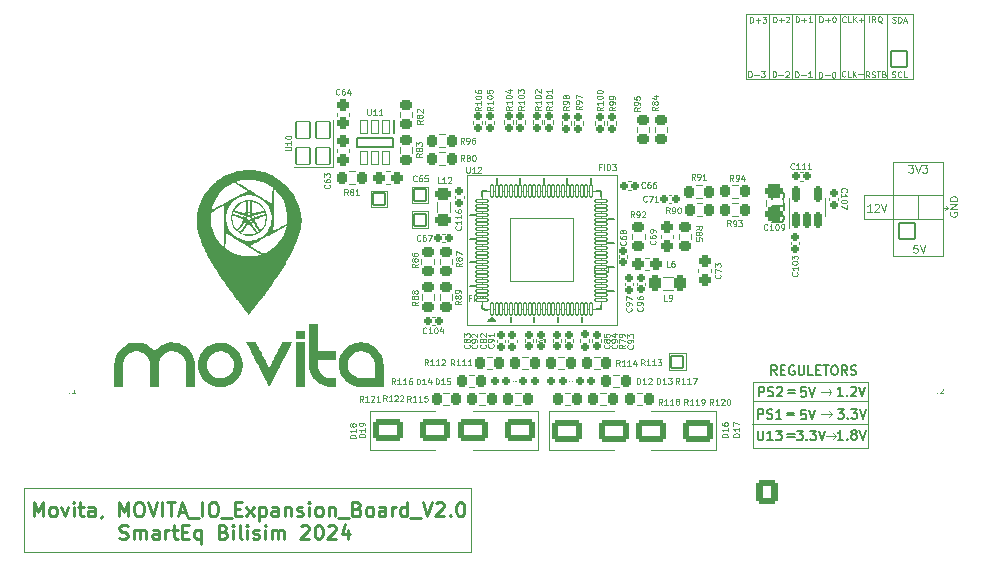
<source format=gto>
G04 #@! TF.GenerationSoftware,KiCad,Pcbnew,8.0.0-rc1*
G04 #@! TF.CreationDate,2025-03-14T12:06:18+03:00*
G04 #@! TF.ProjectId,Movita_IO_Expansion_Board_V2.0,4d6f7669-7461-45f4-994f-5f457870616e,REV1*
G04 #@! TF.SameCoordinates,Original*
G04 #@! TF.FileFunction,Legend,Top*
G04 #@! TF.FilePolarity,Positive*
%FSLAX46Y46*%
G04 Gerber Fmt 4.6, Leading zero omitted, Abs format (unit mm)*
G04 Created by KiCad (PCBNEW 8.0.0-rc1) date 2025-03-14 12:06:18*
%MOMM*%
%LPD*%
G01*
G04 APERTURE LIST*
G04 Aperture macros list*
%AMRoundRect*
0 Rectangle with rounded corners*
0 $1 Rounding radius*
0 $2 $3 $4 $5 $6 $7 $8 $9 X,Y pos of 4 corners*
0 Add a 4 corners polygon primitive as box body*
4,1,4,$2,$3,$4,$5,$6,$7,$8,$9,$2,$3,0*
0 Add four circle primitives for the rounded corners*
1,1,$1+$1,$2,$3*
1,1,$1+$1,$4,$5*
1,1,$1+$1,$6,$7*
1,1,$1+$1,$8,$9*
0 Add four rect primitives between the rounded corners*
20,1,$1+$1,$2,$3,$4,$5,0*
20,1,$1+$1,$4,$5,$6,$7,0*
20,1,$1+$1,$6,$7,$8,$9,0*
20,1,$1+$1,$8,$9,$2,$3,0*%
G04 Aperture macros list end*
%ADD10C,0.120000*%
%ADD11C,0.100000*%
%ADD12C,0.150000*%
%ADD13C,0.125000*%
%ADD14C,0.250000*%
%ADD15C,0.070000*%
%ADD16C,0.199900*%
%ADD17C,0.051050*%
%ADD18C,0.000000*%
%ADD19C,0.200000*%
%ADD20RoundRect,0.051000X0.100000X-0.500000X0.100000X0.500000X-0.100000X0.500000X-0.100000X-0.500000X0*%
%ADD21RoundRect,0.051000X0.500000X0.100000X-0.500000X0.100000X-0.500000X-0.100000X0.500000X-0.100000X0*%
%ADD22RoundRect,0.000000X2.701000X2.701000X-2.701000X2.701000X-2.701000X-2.701000X2.701000X-2.701000X0*%
%ADD23RoundRect,0.165500X0.165500X0.195500X-0.165500X0.195500X-0.165500X-0.195500X0.165500X-0.195500X0*%
%ADD24RoundRect,0.264167X-1.036833X-0.686833X1.036833X-0.686833X1.036833X0.686833X-1.036833X0.686833X0*%
%ADD25RoundRect,0.225500X0.225500X0.300500X-0.225500X0.300500X-0.225500X-0.300500X0.225500X-0.300500X0*%
%ADD26RoundRect,0.225500X-0.225500X-0.300500X0.225500X-0.300500X0.225500X0.300500X-0.225500X0.300500X0*%
%ADD27RoundRect,0.264167X1.036833X0.686833X-1.036833X0.686833X-1.036833X-0.686833X1.036833X-0.686833X0*%
%ADD28RoundRect,0.165500X-0.195500X0.165500X-0.195500X-0.165500X0.195500X-0.165500X0.195500X0.165500X0*%
%ADD29RoundRect,0.244250X0.244250X0.281750X-0.244250X0.281750X-0.244250X-0.281750X0.244250X-0.281750X0*%
%ADD30RoundRect,0.160500X-0.210500X0.160500X-0.210500X-0.160500X0.210500X-0.160500X0.210500X0.160500X0*%
%ADD31RoundRect,0.173000X-0.173000X-0.198000X0.173000X-0.198000X0.173000X0.198000X-0.173000X0.198000X0*%
%ADD32RoundRect,0.051000X-0.325000X-0.562500X0.325000X-0.562500X0.325000X0.562500X-0.325000X0.562500X0*%
%ADD33RoundRect,0.250500X0.275500X-0.250500X0.275500X0.250500X-0.275500X0.250500X-0.275500X-0.250500X0*%
%ADD34RoundRect,0.051000X-0.500000X-0.500000X0.500000X-0.500000X0.500000X0.500000X-0.500000X0.500000X0*%
%ADD35RoundRect,0.225500X0.300500X-0.225500X0.300500X0.225500X-0.300500X0.225500X-0.300500X-0.225500X0*%
%ADD36RoundRect,0.225500X-0.300500X0.225500X-0.300500X-0.225500X0.300500X-0.225500X0.300500X0.225500X0*%
%ADD37RoundRect,0.165500X-0.165500X-0.195500X0.165500X-0.195500X0.165500X0.195500X-0.165500X0.195500X0*%
%ADD38RoundRect,0.051000X0.600000X-0.700000X0.600000X0.700000X-0.600000X0.700000X-0.600000X-0.700000X0*%
%ADD39RoundRect,0.173000X0.173000X0.198000X-0.173000X0.198000X-0.173000X-0.198000X0.173000X-0.198000X0*%
%ADD40C,1.000000*%
%ADD41RoundRect,0.250500X-0.250500X-0.275500X0.250500X-0.275500X0.250500X0.275500X-0.250500X0.275500X0*%
%ADD42RoundRect,0.244250X0.244250X0.406750X-0.244250X0.406750X-0.244250X-0.406750X0.244250X-0.406750X0*%
%ADD43RoundRect,0.250500X-0.275500X0.250500X-0.275500X-0.250500X0.275500X-0.250500X0.275500X0.250500X0*%
%ADD44RoundRect,0.244250X0.406750X-0.244250X0.406750X0.244250X-0.406750X0.244250X-0.406750X-0.244250X0*%
%ADD45RoundRect,0.051000X0.500000X-0.500000X0.500000X0.500000X-0.500000X0.500000X-0.500000X-0.500000X0*%
%ADD46RoundRect,0.275500X-0.500500X0.275500X-0.500500X-0.275500X0.500500X-0.275500X0.500500X0.275500X0*%
%ADD47RoundRect,0.160500X0.210500X-0.160500X0.210500X0.160500X-0.210500X0.160500X-0.210500X-0.160500X0*%
%ADD48RoundRect,0.175500X0.175500X-0.538000X0.175500X0.538000X-0.175500X0.538000X-0.175500X-0.538000X0*%
%ADD49C,1.002000*%
%ADD50C,6.302000*%
%ADD51RoundRect,0.265000X0.636000X0.761000X-0.636000X0.761000X-0.636000X-0.761000X0.636000X-0.761000X0*%
%ADD52O,1.802000X2.052000*%
%ADD53RoundRect,0.051000X0.675000X-0.675000X0.675000X0.675000X-0.675000X0.675000X-0.675000X-0.675000X0*%
%ADD54O,1.452000X1.452000*%
%ADD55RoundRect,0.051000X-0.675000X-0.675000X0.675000X-0.675000X0.675000X0.675000X-0.675000X0.675000X0*%
G04 APERTURE END LIST*
D10*
X144580000Y-85970000D02*
X144340000Y-85730000D01*
X137490000Y-85000000D02*
X147220000Y-85000000D01*
X144580000Y-85970000D02*
X144330000Y-86220000D01*
X138900000Y-50290000D02*
X136930000Y-50290000D01*
X148870000Y-50310000D02*
X148870000Y-55800000D01*
X137510000Y-81440000D02*
X147260000Y-81440000D01*
X147260000Y-86970000D01*
X137510000Y-86970000D01*
X137510000Y-81440000D01*
X138900000Y-55810000D02*
X151060000Y-55810000D01*
X153720000Y-66660000D02*
X154020000Y-66660000D01*
X144210000Y-84120000D02*
X143960000Y-84370000D01*
X138900000Y-55810000D02*
X136930000Y-55810000D01*
X143690000Y-85970000D02*
X144580000Y-85970000D01*
X144190000Y-82240000D02*
X143950000Y-82000000D01*
X144870000Y-50290000D02*
X144870000Y-55790000D01*
X151530000Y-65660000D02*
X151530000Y-67590000D01*
X151060000Y-55810000D02*
X151060000Y-50290000D01*
X143320000Y-84120000D02*
X144210000Y-84120000D01*
X154020000Y-66660000D02*
X153840000Y-66840000D01*
X149370000Y-62790000D02*
X153600000Y-62790000D01*
X153600000Y-70730000D01*
X149370000Y-70730000D01*
X149370000Y-62790000D01*
X146960000Y-67620000D02*
X153610000Y-67620000D01*
X146960000Y-65630000D02*
X146960000Y-67620000D01*
X146950000Y-50290000D02*
X146950000Y-55770000D01*
X143300000Y-82240000D02*
X144190000Y-82240000D01*
X154020000Y-66660000D02*
X153850000Y-66490000D01*
X151060000Y-50290000D02*
X138900000Y-50290000D01*
X138900000Y-50310000D02*
X138900000Y-55810000D01*
X144210000Y-84120000D02*
X143970000Y-83880000D01*
X146960000Y-65630000D02*
X153600000Y-65630000D01*
X144190000Y-82240000D02*
X143940000Y-82490000D01*
X142810000Y-50290000D02*
X142810000Y-55810000D01*
X136930000Y-50310000D02*
X136930000Y-55810000D01*
X137550000Y-83060000D02*
X147270000Y-83060000D01*
X75830000Y-90360000D02*
X113630000Y-90360000D01*
X113630000Y-95800000D01*
X75830000Y-95800000D01*
X75830000Y-90360000D01*
X140880000Y-50320000D02*
X140880000Y-55810000D01*
D11*
X150708646Y-63035252D02*
X151111027Y-63035252D01*
X151111027Y-63035252D02*
X150894360Y-63282871D01*
X150894360Y-63282871D02*
X150987217Y-63282871D01*
X150987217Y-63282871D02*
X151049122Y-63313823D01*
X151049122Y-63313823D02*
X151080074Y-63344776D01*
X151080074Y-63344776D02*
X151111027Y-63406680D01*
X151111027Y-63406680D02*
X151111027Y-63561442D01*
X151111027Y-63561442D02*
X151080074Y-63623347D01*
X151080074Y-63623347D02*
X151049122Y-63654300D01*
X151049122Y-63654300D02*
X150987217Y-63685252D01*
X150987217Y-63685252D02*
X150801503Y-63685252D01*
X150801503Y-63685252D02*
X150739598Y-63654300D01*
X150739598Y-63654300D02*
X150708646Y-63623347D01*
X151296741Y-63035252D02*
X151513408Y-63685252D01*
X151513408Y-63685252D02*
X151730075Y-63035252D01*
X151884837Y-63035252D02*
X152287218Y-63035252D01*
X152287218Y-63035252D02*
X152070551Y-63282871D01*
X152070551Y-63282871D02*
X152163408Y-63282871D01*
X152163408Y-63282871D02*
X152225313Y-63313823D01*
X152225313Y-63313823D02*
X152256265Y-63344776D01*
X152256265Y-63344776D02*
X152287218Y-63406680D01*
X152287218Y-63406680D02*
X152287218Y-63561442D01*
X152287218Y-63561442D02*
X152256265Y-63623347D01*
X152256265Y-63623347D02*
X152225313Y-63654300D01*
X152225313Y-63654300D02*
X152163408Y-63685252D01*
X152163408Y-63685252D02*
X151977694Y-63685252D01*
X151977694Y-63685252D02*
X151915789Y-63654300D01*
X151915789Y-63654300D02*
X151884837Y-63623347D01*
D12*
X140439160Y-84015247D02*
X141048684Y-84015247D01*
X141048684Y-84243819D02*
X140439160Y-84243819D01*
X137969160Y-84544295D02*
X137969160Y-83744295D01*
X137969160Y-83744295D02*
X138273922Y-83744295D01*
X138273922Y-83744295D02*
X138350112Y-83782390D01*
X138350112Y-83782390D02*
X138388207Y-83820485D01*
X138388207Y-83820485D02*
X138426303Y-83896676D01*
X138426303Y-83896676D02*
X138426303Y-84010961D01*
X138426303Y-84010961D02*
X138388207Y-84087152D01*
X138388207Y-84087152D02*
X138350112Y-84125247D01*
X138350112Y-84125247D02*
X138273922Y-84163342D01*
X138273922Y-84163342D02*
X137969160Y-84163342D01*
X138731064Y-84506200D02*
X138845350Y-84544295D01*
X138845350Y-84544295D02*
X139035826Y-84544295D01*
X139035826Y-84544295D02*
X139112017Y-84506200D01*
X139112017Y-84506200D02*
X139150112Y-84468104D01*
X139150112Y-84468104D02*
X139188207Y-84391914D01*
X139188207Y-84391914D02*
X139188207Y-84315723D01*
X139188207Y-84315723D02*
X139150112Y-84239533D01*
X139150112Y-84239533D02*
X139112017Y-84201438D01*
X139112017Y-84201438D02*
X139035826Y-84163342D01*
X139035826Y-84163342D02*
X138883445Y-84125247D01*
X138883445Y-84125247D02*
X138807255Y-84087152D01*
X138807255Y-84087152D02*
X138769160Y-84049057D01*
X138769160Y-84049057D02*
X138731064Y-83972866D01*
X138731064Y-83972866D02*
X138731064Y-83896676D01*
X138731064Y-83896676D02*
X138769160Y-83820485D01*
X138769160Y-83820485D02*
X138807255Y-83782390D01*
X138807255Y-83782390D02*
X138883445Y-83744295D01*
X138883445Y-83744295D02*
X139073922Y-83744295D01*
X139073922Y-83744295D02*
X139188207Y-83782390D01*
X139950112Y-84544295D02*
X139492969Y-84544295D01*
X139721541Y-84544295D02*
X139721541Y-83744295D01*
X139721541Y-83744295D02*
X139645350Y-83858580D01*
X139645350Y-83858580D02*
X139569160Y-83934771D01*
X139569160Y-83934771D02*
X139492969Y-83972866D01*
D13*
X143141283Y-55662309D02*
X143141283Y-55162309D01*
X143141283Y-55162309D02*
X143260331Y-55162309D01*
X143260331Y-55162309D02*
X143331759Y-55186119D01*
X143331759Y-55186119D02*
X143379378Y-55233738D01*
X143379378Y-55233738D02*
X143403188Y-55281357D01*
X143403188Y-55281357D02*
X143426997Y-55376595D01*
X143426997Y-55376595D02*
X143426997Y-55448023D01*
X143426997Y-55448023D02*
X143403188Y-55543261D01*
X143403188Y-55543261D02*
X143379378Y-55590880D01*
X143379378Y-55590880D02*
X143331759Y-55638500D01*
X143331759Y-55638500D02*
X143260331Y-55662309D01*
X143260331Y-55662309D02*
X143141283Y-55662309D01*
X143641283Y-55471833D02*
X144022236Y-55471833D01*
X144355569Y-55162309D02*
X144403188Y-55162309D01*
X144403188Y-55162309D02*
X144450807Y-55186119D01*
X144450807Y-55186119D02*
X144474617Y-55209928D01*
X144474617Y-55209928D02*
X144498426Y-55257547D01*
X144498426Y-55257547D02*
X144522236Y-55352785D01*
X144522236Y-55352785D02*
X144522236Y-55471833D01*
X144522236Y-55471833D02*
X144498426Y-55567071D01*
X144498426Y-55567071D02*
X144474617Y-55614690D01*
X144474617Y-55614690D02*
X144450807Y-55638500D01*
X144450807Y-55638500D02*
X144403188Y-55662309D01*
X144403188Y-55662309D02*
X144355569Y-55662309D01*
X144355569Y-55662309D02*
X144307950Y-55638500D01*
X144307950Y-55638500D02*
X144284141Y-55614690D01*
X144284141Y-55614690D02*
X144260331Y-55567071D01*
X144260331Y-55567071D02*
X144236522Y-55471833D01*
X144236522Y-55471833D02*
X144236522Y-55352785D01*
X144236522Y-55352785D02*
X144260331Y-55257547D01*
X144260331Y-55257547D02*
X144284141Y-55209928D01*
X144284141Y-55209928D02*
X144307950Y-55186119D01*
X144307950Y-55186119D02*
X144355569Y-55162309D01*
X145406997Y-50924690D02*
X145383188Y-50948500D01*
X145383188Y-50948500D02*
X145311759Y-50972309D01*
X145311759Y-50972309D02*
X145264140Y-50972309D01*
X145264140Y-50972309D02*
X145192712Y-50948500D01*
X145192712Y-50948500D02*
X145145093Y-50900880D01*
X145145093Y-50900880D02*
X145121283Y-50853261D01*
X145121283Y-50853261D02*
X145097474Y-50758023D01*
X145097474Y-50758023D02*
X145097474Y-50686595D01*
X145097474Y-50686595D02*
X145121283Y-50591357D01*
X145121283Y-50591357D02*
X145145093Y-50543738D01*
X145145093Y-50543738D02*
X145192712Y-50496119D01*
X145192712Y-50496119D02*
X145264140Y-50472309D01*
X145264140Y-50472309D02*
X145311759Y-50472309D01*
X145311759Y-50472309D02*
X145383188Y-50496119D01*
X145383188Y-50496119D02*
X145406997Y-50519928D01*
X145859378Y-50972309D02*
X145621283Y-50972309D01*
X145621283Y-50972309D02*
X145621283Y-50472309D01*
X146026045Y-50972309D02*
X146026045Y-50472309D01*
X146311759Y-50972309D02*
X146097474Y-50686595D01*
X146311759Y-50472309D02*
X146026045Y-50758023D01*
X146526045Y-50781833D02*
X146906998Y-50781833D01*
X146716521Y-50972309D02*
X146716521Y-50591357D01*
X147391283Y-50962309D02*
X147391283Y-50462309D01*
X147915092Y-50962309D02*
X147748426Y-50724214D01*
X147629378Y-50962309D02*
X147629378Y-50462309D01*
X147629378Y-50462309D02*
X147819854Y-50462309D01*
X147819854Y-50462309D02*
X147867473Y-50486119D01*
X147867473Y-50486119D02*
X147891283Y-50509928D01*
X147891283Y-50509928D02*
X147915092Y-50557547D01*
X147915092Y-50557547D02*
X147915092Y-50628976D01*
X147915092Y-50628976D02*
X147891283Y-50676595D01*
X147891283Y-50676595D02*
X147867473Y-50700404D01*
X147867473Y-50700404D02*
X147819854Y-50724214D01*
X147819854Y-50724214D02*
X147629378Y-50724214D01*
X148462711Y-51009928D02*
X148415092Y-50986119D01*
X148415092Y-50986119D02*
X148367473Y-50938500D01*
X148367473Y-50938500D02*
X148296045Y-50867071D01*
X148296045Y-50867071D02*
X148248426Y-50843261D01*
X148248426Y-50843261D02*
X148200807Y-50843261D01*
X148224616Y-50962309D02*
X148176997Y-50938500D01*
X148176997Y-50938500D02*
X148129378Y-50890880D01*
X148129378Y-50890880D02*
X148105569Y-50795642D01*
X148105569Y-50795642D02*
X148105569Y-50628976D01*
X148105569Y-50628976D02*
X148129378Y-50533738D01*
X148129378Y-50533738D02*
X148176997Y-50486119D01*
X148176997Y-50486119D02*
X148224616Y-50462309D01*
X148224616Y-50462309D02*
X148319854Y-50462309D01*
X148319854Y-50462309D02*
X148367473Y-50486119D01*
X148367473Y-50486119D02*
X148415092Y-50533738D01*
X148415092Y-50533738D02*
X148438902Y-50628976D01*
X148438902Y-50628976D02*
X148438902Y-50795642D01*
X148438902Y-50795642D02*
X148415092Y-50890880D01*
X148415092Y-50890880D02*
X148367473Y-50938500D01*
X148367473Y-50938500D02*
X148319854Y-50962309D01*
X148319854Y-50962309D02*
X148224616Y-50962309D01*
D11*
X147601027Y-67005252D02*
X147229598Y-67005252D01*
X147415312Y-67005252D02*
X147415312Y-66355252D01*
X147415312Y-66355252D02*
X147353408Y-66448109D01*
X147353408Y-66448109D02*
X147291503Y-66510014D01*
X147291503Y-66510014D02*
X147229598Y-66540966D01*
X147848646Y-66417157D02*
X147879598Y-66386204D01*
X147879598Y-66386204D02*
X147941503Y-66355252D01*
X147941503Y-66355252D02*
X148096265Y-66355252D01*
X148096265Y-66355252D02*
X148158170Y-66386204D01*
X148158170Y-66386204D02*
X148189122Y-66417157D01*
X148189122Y-66417157D02*
X148220075Y-66479061D01*
X148220075Y-66479061D02*
X148220075Y-66540966D01*
X148220075Y-66540966D02*
X148189122Y-66633823D01*
X148189122Y-66633823D02*
X147817694Y-67005252D01*
X147817694Y-67005252D02*
X148220075Y-67005252D01*
X148405789Y-66355252D02*
X148622456Y-67005252D01*
X148622456Y-67005252D02*
X148839123Y-66355252D01*
D12*
X140459160Y-85855247D02*
X141068684Y-85855247D01*
X141068684Y-86083819D02*
X140459160Y-86083819D01*
X144722969Y-83724295D02*
X145218207Y-83724295D01*
X145218207Y-83724295D02*
X144951541Y-84029057D01*
X144951541Y-84029057D02*
X145065826Y-84029057D01*
X145065826Y-84029057D02*
X145142017Y-84067152D01*
X145142017Y-84067152D02*
X145180112Y-84105247D01*
X145180112Y-84105247D02*
X145218207Y-84181438D01*
X145218207Y-84181438D02*
X145218207Y-84371914D01*
X145218207Y-84371914D02*
X145180112Y-84448104D01*
X145180112Y-84448104D02*
X145142017Y-84486200D01*
X145142017Y-84486200D02*
X145065826Y-84524295D01*
X145065826Y-84524295D02*
X144837255Y-84524295D01*
X144837255Y-84524295D02*
X144761064Y-84486200D01*
X144761064Y-84486200D02*
X144722969Y-84448104D01*
X145561065Y-84448104D02*
X145599160Y-84486200D01*
X145599160Y-84486200D02*
X145561065Y-84524295D01*
X145561065Y-84524295D02*
X145522969Y-84486200D01*
X145522969Y-84486200D02*
X145561065Y-84448104D01*
X145561065Y-84448104D02*
X145561065Y-84524295D01*
X145865826Y-83724295D02*
X146361064Y-83724295D01*
X146361064Y-83724295D02*
X146094398Y-84029057D01*
X146094398Y-84029057D02*
X146208683Y-84029057D01*
X146208683Y-84029057D02*
X146284874Y-84067152D01*
X146284874Y-84067152D02*
X146322969Y-84105247D01*
X146322969Y-84105247D02*
X146361064Y-84181438D01*
X146361064Y-84181438D02*
X146361064Y-84371914D01*
X146361064Y-84371914D02*
X146322969Y-84448104D01*
X146322969Y-84448104D02*
X146284874Y-84486200D01*
X146284874Y-84486200D02*
X146208683Y-84524295D01*
X146208683Y-84524295D02*
X145980112Y-84524295D01*
X145980112Y-84524295D02*
X145903921Y-84486200D01*
X145903921Y-84486200D02*
X145865826Y-84448104D01*
X146589636Y-83724295D02*
X146856303Y-84524295D01*
X146856303Y-84524295D02*
X147122969Y-83724295D01*
D13*
X147406997Y-55632309D02*
X147240331Y-55394214D01*
X147121283Y-55632309D02*
X147121283Y-55132309D01*
X147121283Y-55132309D02*
X147311759Y-55132309D01*
X147311759Y-55132309D02*
X147359378Y-55156119D01*
X147359378Y-55156119D02*
X147383188Y-55179928D01*
X147383188Y-55179928D02*
X147406997Y-55227547D01*
X147406997Y-55227547D02*
X147406997Y-55298976D01*
X147406997Y-55298976D02*
X147383188Y-55346595D01*
X147383188Y-55346595D02*
X147359378Y-55370404D01*
X147359378Y-55370404D02*
X147311759Y-55394214D01*
X147311759Y-55394214D02*
X147121283Y-55394214D01*
X147597474Y-55608500D02*
X147668902Y-55632309D01*
X147668902Y-55632309D02*
X147787950Y-55632309D01*
X147787950Y-55632309D02*
X147835569Y-55608500D01*
X147835569Y-55608500D02*
X147859378Y-55584690D01*
X147859378Y-55584690D02*
X147883188Y-55537071D01*
X147883188Y-55537071D02*
X147883188Y-55489452D01*
X147883188Y-55489452D02*
X147859378Y-55441833D01*
X147859378Y-55441833D02*
X147835569Y-55418023D01*
X147835569Y-55418023D02*
X147787950Y-55394214D01*
X147787950Y-55394214D02*
X147692712Y-55370404D01*
X147692712Y-55370404D02*
X147645093Y-55346595D01*
X147645093Y-55346595D02*
X147621283Y-55322785D01*
X147621283Y-55322785D02*
X147597474Y-55275166D01*
X147597474Y-55275166D02*
X147597474Y-55227547D01*
X147597474Y-55227547D02*
X147621283Y-55179928D01*
X147621283Y-55179928D02*
X147645093Y-55156119D01*
X147645093Y-55156119D02*
X147692712Y-55132309D01*
X147692712Y-55132309D02*
X147811759Y-55132309D01*
X147811759Y-55132309D02*
X147883188Y-55156119D01*
X148026045Y-55132309D02*
X148311759Y-55132309D01*
X148168902Y-55632309D02*
X148168902Y-55132309D01*
X148645092Y-55370404D02*
X148716520Y-55394214D01*
X148716520Y-55394214D02*
X148740330Y-55418023D01*
X148740330Y-55418023D02*
X148764139Y-55465642D01*
X148764139Y-55465642D02*
X148764139Y-55537071D01*
X148764139Y-55537071D02*
X148740330Y-55584690D01*
X148740330Y-55584690D02*
X148716520Y-55608500D01*
X148716520Y-55608500D02*
X148668901Y-55632309D01*
X148668901Y-55632309D02*
X148478425Y-55632309D01*
X148478425Y-55632309D02*
X148478425Y-55132309D01*
X148478425Y-55132309D02*
X148645092Y-55132309D01*
X148645092Y-55132309D02*
X148692711Y-55156119D01*
X148692711Y-55156119D02*
X148716520Y-55179928D01*
X148716520Y-55179928D02*
X148740330Y-55227547D01*
X148740330Y-55227547D02*
X148740330Y-55275166D01*
X148740330Y-55275166D02*
X148716520Y-55322785D01*
X148716520Y-55322785D02*
X148692711Y-55346595D01*
X148692711Y-55346595D02*
X148645092Y-55370404D01*
X148645092Y-55370404D02*
X148478425Y-55370404D01*
D12*
X137939160Y-85544295D02*
X137939160Y-86191914D01*
X137939160Y-86191914D02*
X137977255Y-86268104D01*
X137977255Y-86268104D02*
X138015350Y-86306200D01*
X138015350Y-86306200D02*
X138091541Y-86344295D01*
X138091541Y-86344295D02*
X138243922Y-86344295D01*
X138243922Y-86344295D02*
X138320112Y-86306200D01*
X138320112Y-86306200D02*
X138358207Y-86268104D01*
X138358207Y-86268104D02*
X138396303Y-86191914D01*
X138396303Y-86191914D02*
X138396303Y-85544295D01*
X139196302Y-86344295D02*
X138739159Y-86344295D01*
X138967731Y-86344295D02*
X138967731Y-85544295D01*
X138967731Y-85544295D02*
X138891540Y-85658580D01*
X138891540Y-85658580D02*
X138815350Y-85734771D01*
X138815350Y-85734771D02*
X138739159Y-85772866D01*
X139462969Y-85544295D02*
X139958207Y-85544295D01*
X139958207Y-85544295D02*
X139691541Y-85849057D01*
X139691541Y-85849057D02*
X139805826Y-85849057D01*
X139805826Y-85849057D02*
X139882017Y-85887152D01*
X139882017Y-85887152D02*
X139920112Y-85925247D01*
X139920112Y-85925247D02*
X139958207Y-86001438D01*
X139958207Y-86001438D02*
X139958207Y-86191914D01*
X139958207Y-86191914D02*
X139920112Y-86268104D01*
X139920112Y-86268104D02*
X139882017Y-86306200D01*
X139882017Y-86306200D02*
X139805826Y-86344295D01*
X139805826Y-86344295D02*
X139577255Y-86344295D01*
X139577255Y-86344295D02*
X139501064Y-86306200D01*
X139501064Y-86306200D02*
X139462969Y-86268104D01*
X138049160Y-82644295D02*
X138049160Y-81844295D01*
X138049160Y-81844295D02*
X138353922Y-81844295D01*
X138353922Y-81844295D02*
X138430112Y-81882390D01*
X138430112Y-81882390D02*
X138468207Y-81920485D01*
X138468207Y-81920485D02*
X138506303Y-81996676D01*
X138506303Y-81996676D02*
X138506303Y-82110961D01*
X138506303Y-82110961D02*
X138468207Y-82187152D01*
X138468207Y-82187152D02*
X138430112Y-82225247D01*
X138430112Y-82225247D02*
X138353922Y-82263342D01*
X138353922Y-82263342D02*
X138049160Y-82263342D01*
X138811064Y-82606200D02*
X138925350Y-82644295D01*
X138925350Y-82644295D02*
X139115826Y-82644295D01*
X139115826Y-82644295D02*
X139192017Y-82606200D01*
X139192017Y-82606200D02*
X139230112Y-82568104D01*
X139230112Y-82568104D02*
X139268207Y-82491914D01*
X139268207Y-82491914D02*
X139268207Y-82415723D01*
X139268207Y-82415723D02*
X139230112Y-82339533D01*
X139230112Y-82339533D02*
X139192017Y-82301438D01*
X139192017Y-82301438D02*
X139115826Y-82263342D01*
X139115826Y-82263342D02*
X138963445Y-82225247D01*
X138963445Y-82225247D02*
X138887255Y-82187152D01*
X138887255Y-82187152D02*
X138849160Y-82149057D01*
X138849160Y-82149057D02*
X138811064Y-82072866D01*
X138811064Y-82072866D02*
X138811064Y-81996676D01*
X138811064Y-81996676D02*
X138849160Y-81920485D01*
X138849160Y-81920485D02*
X138887255Y-81882390D01*
X138887255Y-81882390D02*
X138963445Y-81844295D01*
X138963445Y-81844295D02*
X139153922Y-81844295D01*
X139153922Y-81844295D02*
X139268207Y-81882390D01*
X139572969Y-81920485D02*
X139611065Y-81882390D01*
X139611065Y-81882390D02*
X139687255Y-81844295D01*
X139687255Y-81844295D02*
X139877731Y-81844295D01*
X139877731Y-81844295D02*
X139953922Y-81882390D01*
X139953922Y-81882390D02*
X139992017Y-81920485D01*
X139992017Y-81920485D02*
X140030112Y-81996676D01*
X140030112Y-81996676D02*
X140030112Y-82072866D01*
X140030112Y-82072866D02*
X139992017Y-82187152D01*
X139992017Y-82187152D02*
X139534874Y-82644295D01*
X139534874Y-82644295D02*
X140030112Y-82644295D01*
D13*
X139201283Y-55592309D02*
X139201283Y-55092309D01*
X139201283Y-55092309D02*
X139320331Y-55092309D01*
X139320331Y-55092309D02*
X139391759Y-55116119D01*
X139391759Y-55116119D02*
X139439378Y-55163738D01*
X139439378Y-55163738D02*
X139463188Y-55211357D01*
X139463188Y-55211357D02*
X139486997Y-55306595D01*
X139486997Y-55306595D02*
X139486997Y-55378023D01*
X139486997Y-55378023D02*
X139463188Y-55473261D01*
X139463188Y-55473261D02*
X139439378Y-55520880D01*
X139439378Y-55520880D02*
X139391759Y-55568500D01*
X139391759Y-55568500D02*
X139320331Y-55592309D01*
X139320331Y-55592309D02*
X139201283Y-55592309D01*
X139701283Y-55401833D02*
X140082236Y-55401833D01*
X140296522Y-55139928D02*
X140320331Y-55116119D01*
X140320331Y-55116119D02*
X140367950Y-55092309D01*
X140367950Y-55092309D02*
X140486998Y-55092309D01*
X140486998Y-55092309D02*
X140534617Y-55116119D01*
X140534617Y-55116119D02*
X140558426Y-55139928D01*
X140558426Y-55139928D02*
X140582236Y-55187547D01*
X140582236Y-55187547D02*
X140582236Y-55235166D01*
X140582236Y-55235166D02*
X140558426Y-55306595D01*
X140558426Y-55306595D02*
X140272712Y-55592309D01*
X140272712Y-55592309D02*
X140582236Y-55592309D01*
D12*
X140479160Y-82125247D02*
X141088684Y-82125247D01*
X141088684Y-82353819D02*
X140479160Y-82353819D01*
X145178207Y-86304295D02*
X144721064Y-86304295D01*
X144949636Y-86304295D02*
X144949636Y-85504295D01*
X144949636Y-85504295D02*
X144873445Y-85618580D01*
X144873445Y-85618580D02*
X144797255Y-85694771D01*
X144797255Y-85694771D02*
X144721064Y-85732866D01*
X145521065Y-86228104D02*
X145559160Y-86266200D01*
X145559160Y-86266200D02*
X145521065Y-86304295D01*
X145521065Y-86304295D02*
X145482969Y-86266200D01*
X145482969Y-86266200D02*
X145521065Y-86228104D01*
X145521065Y-86228104D02*
X145521065Y-86304295D01*
X146016302Y-85847152D02*
X145940112Y-85809057D01*
X145940112Y-85809057D02*
X145902017Y-85770961D01*
X145902017Y-85770961D02*
X145863921Y-85694771D01*
X145863921Y-85694771D02*
X145863921Y-85656676D01*
X145863921Y-85656676D02*
X145902017Y-85580485D01*
X145902017Y-85580485D02*
X145940112Y-85542390D01*
X145940112Y-85542390D02*
X146016302Y-85504295D01*
X146016302Y-85504295D02*
X146168683Y-85504295D01*
X146168683Y-85504295D02*
X146244874Y-85542390D01*
X146244874Y-85542390D02*
X146282969Y-85580485D01*
X146282969Y-85580485D02*
X146321064Y-85656676D01*
X146321064Y-85656676D02*
X146321064Y-85694771D01*
X146321064Y-85694771D02*
X146282969Y-85770961D01*
X146282969Y-85770961D02*
X146244874Y-85809057D01*
X146244874Y-85809057D02*
X146168683Y-85847152D01*
X146168683Y-85847152D02*
X146016302Y-85847152D01*
X146016302Y-85847152D02*
X145940112Y-85885247D01*
X145940112Y-85885247D02*
X145902017Y-85923342D01*
X145902017Y-85923342D02*
X145863921Y-85999533D01*
X145863921Y-85999533D02*
X145863921Y-86151914D01*
X145863921Y-86151914D02*
X145902017Y-86228104D01*
X145902017Y-86228104D02*
X145940112Y-86266200D01*
X145940112Y-86266200D02*
X146016302Y-86304295D01*
X146016302Y-86304295D02*
X146168683Y-86304295D01*
X146168683Y-86304295D02*
X146244874Y-86266200D01*
X146244874Y-86266200D02*
X146282969Y-86228104D01*
X146282969Y-86228104D02*
X146321064Y-86151914D01*
X146321064Y-86151914D02*
X146321064Y-85999533D01*
X146321064Y-85999533D02*
X146282969Y-85923342D01*
X146282969Y-85923342D02*
X146244874Y-85885247D01*
X146244874Y-85885247D02*
X146168683Y-85847152D01*
X146549636Y-85504295D02*
X146816303Y-86304295D01*
X146816303Y-86304295D02*
X147082969Y-85504295D01*
X142030112Y-83794295D02*
X141649160Y-83794295D01*
X141649160Y-83794295D02*
X141611064Y-84175247D01*
X141611064Y-84175247D02*
X141649160Y-84137152D01*
X141649160Y-84137152D02*
X141725350Y-84099057D01*
X141725350Y-84099057D02*
X141915826Y-84099057D01*
X141915826Y-84099057D02*
X141992017Y-84137152D01*
X141992017Y-84137152D02*
X142030112Y-84175247D01*
X142030112Y-84175247D02*
X142068207Y-84251438D01*
X142068207Y-84251438D02*
X142068207Y-84441914D01*
X142068207Y-84441914D02*
X142030112Y-84518104D01*
X142030112Y-84518104D02*
X141992017Y-84556200D01*
X141992017Y-84556200D02*
X141915826Y-84594295D01*
X141915826Y-84594295D02*
X141725350Y-84594295D01*
X141725350Y-84594295D02*
X141649160Y-84556200D01*
X141649160Y-84556200D02*
X141611064Y-84518104D01*
X142296779Y-83794295D02*
X142563446Y-84594295D01*
X142563446Y-84594295D02*
X142830112Y-83794295D01*
D13*
X143171283Y-50962309D02*
X143171283Y-50462309D01*
X143171283Y-50462309D02*
X143290331Y-50462309D01*
X143290331Y-50462309D02*
X143361759Y-50486119D01*
X143361759Y-50486119D02*
X143409378Y-50533738D01*
X143409378Y-50533738D02*
X143433188Y-50581357D01*
X143433188Y-50581357D02*
X143456997Y-50676595D01*
X143456997Y-50676595D02*
X143456997Y-50748023D01*
X143456997Y-50748023D02*
X143433188Y-50843261D01*
X143433188Y-50843261D02*
X143409378Y-50890880D01*
X143409378Y-50890880D02*
X143361759Y-50938500D01*
X143361759Y-50938500D02*
X143290331Y-50962309D01*
X143290331Y-50962309D02*
X143171283Y-50962309D01*
X143671283Y-50771833D02*
X144052236Y-50771833D01*
X143861759Y-50962309D02*
X143861759Y-50581357D01*
X144385569Y-50462309D02*
X144433188Y-50462309D01*
X144433188Y-50462309D02*
X144480807Y-50486119D01*
X144480807Y-50486119D02*
X144504617Y-50509928D01*
X144504617Y-50509928D02*
X144528426Y-50557547D01*
X144528426Y-50557547D02*
X144552236Y-50652785D01*
X144552236Y-50652785D02*
X144552236Y-50771833D01*
X144552236Y-50771833D02*
X144528426Y-50867071D01*
X144528426Y-50867071D02*
X144504617Y-50914690D01*
X144504617Y-50914690D02*
X144480807Y-50938500D01*
X144480807Y-50938500D02*
X144433188Y-50962309D01*
X144433188Y-50962309D02*
X144385569Y-50962309D01*
X144385569Y-50962309D02*
X144337950Y-50938500D01*
X144337950Y-50938500D02*
X144314141Y-50914690D01*
X144314141Y-50914690D02*
X144290331Y-50867071D01*
X144290331Y-50867071D02*
X144266522Y-50771833D01*
X144266522Y-50771833D02*
X144266522Y-50652785D01*
X144266522Y-50652785D02*
X144290331Y-50557547D01*
X144290331Y-50557547D02*
X144314141Y-50509928D01*
X144314141Y-50509928D02*
X144337950Y-50486119D01*
X144337950Y-50486119D02*
X144385569Y-50462309D01*
X139251283Y-50982309D02*
X139251283Y-50482309D01*
X139251283Y-50482309D02*
X139370331Y-50482309D01*
X139370331Y-50482309D02*
X139441759Y-50506119D01*
X139441759Y-50506119D02*
X139489378Y-50553738D01*
X139489378Y-50553738D02*
X139513188Y-50601357D01*
X139513188Y-50601357D02*
X139536997Y-50696595D01*
X139536997Y-50696595D02*
X139536997Y-50768023D01*
X139536997Y-50768023D02*
X139513188Y-50863261D01*
X139513188Y-50863261D02*
X139489378Y-50910880D01*
X139489378Y-50910880D02*
X139441759Y-50958500D01*
X139441759Y-50958500D02*
X139370331Y-50982309D01*
X139370331Y-50982309D02*
X139251283Y-50982309D01*
X139751283Y-50791833D02*
X140132236Y-50791833D01*
X139941759Y-50982309D02*
X139941759Y-50601357D01*
X140346522Y-50529928D02*
X140370331Y-50506119D01*
X140370331Y-50506119D02*
X140417950Y-50482309D01*
X140417950Y-50482309D02*
X140536998Y-50482309D01*
X140536998Y-50482309D02*
X140584617Y-50506119D01*
X140584617Y-50506119D02*
X140608426Y-50529928D01*
X140608426Y-50529928D02*
X140632236Y-50577547D01*
X140632236Y-50577547D02*
X140632236Y-50625166D01*
X140632236Y-50625166D02*
X140608426Y-50696595D01*
X140608426Y-50696595D02*
X140322712Y-50982309D01*
X140322712Y-50982309D02*
X140632236Y-50982309D01*
X141121283Y-55632309D02*
X141121283Y-55132309D01*
X141121283Y-55132309D02*
X141240331Y-55132309D01*
X141240331Y-55132309D02*
X141311759Y-55156119D01*
X141311759Y-55156119D02*
X141359378Y-55203738D01*
X141359378Y-55203738D02*
X141383188Y-55251357D01*
X141383188Y-55251357D02*
X141406997Y-55346595D01*
X141406997Y-55346595D02*
X141406997Y-55418023D01*
X141406997Y-55418023D02*
X141383188Y-55513261D01*
X141383188Y-55513261D02*
X141359378Y-55560880D01*
X141359378Y-55560880D02*
X141311759Y-55608500D01*
X141311759Y-55608500D02*
X141240331Y-55632309D01*
X141240331Y-55632309D02*
X141121283Y-55632309D01*
X141621283Y-55441833D02*
X142002236Y-55441833D01*
X142502236Y-55632309D02*
X142216522Y-55632309D01*
X142359379Y-55632309D02*
X142359379Y-55132309D01*
X142359379Y-55132309D02*
X142311760Y-55203738D01*
X142311760Y-55203738D02*
X142264141Y-55251357D01*
X142264141Y-55251357D02*
X142216522Y-55275166D01*
X149337474Y-50968500D02*
X149408902Y-50992309D01*
X149408902Y-50992309D02*
X149527950Y-50992309D01*
X149527950Y-50992309D02*
X149575569Y-50968500D01*
X149575569Y-50968500D02*
X149599378Y-50944690D01*
X149599378Y-50944690D02*
X149623188Y-50897071D01*
X149623188Y-50897071D02*
X149623188Y-50849452D01*
X149623188Y-50849452D02*
X149599378Y-50801833D01*
X149599378Y-50801833D02*
X149575569Y-50778023D01*
X149575569Y-50778023D02*
X149527950Y-50754214D01*
X149527950Y-50754214D02*
X149432712Y-50730404D01*
X149432712Y-50730404D02*
X149385093Y-50706595D01*
X149385093Y-50706595D02*
X149361283Y-50682785D01*
X149361283Y-50682785D02*
X149337474Y-50635166D01*
X149337474Y-50635166D02*
X149337474Y-50587547D01*
X149337474Y-50587547D02*
X149361283Y-50539928D01*
X149361283Y-50539928D02*
X149385093Y-50516119D01*
X149385093Y-50516119D02*
X149432712Y-50492309D01*
X149432712Y-50492309D02*
X149551759Y-50492309D01*
X149551759Y-50492309D02*
X149623188Y-50516119D01*
X149837473Y-50992309D02*
X149837473Y-50492309D01*
X149837473Y-50492309D02*
X149956521Y-50492309D01*
X149956521Y-50492309D02*
X150027949Y-50516119D01*
X150027949Y-50516119D02*
X150075568Y-50563738D01*
X150075568Y-50563738D02*
X150099378Y-50611357D01*
X150099378Y-50611357D02*
X150123187Y-50706595D01*
X150123187Y-50706595D02*
X150123187Y-50778023D01*
X150123187Y-50778023D02*
X150099378Y-50873261D01*
X150099378Y-50873261D02*
X150075568Y-50920880D01*
X150075568Y-50920880D02*
X150027949Y-50968500D01*
X150027949Y-50968500D02*
X149956521Y-50992309D01*
X149956521Y-50992309D02*
X149837473Y-50992309D01*
X150313664Y-50849452D02*
X150551759Y-50849452D01*
X150266045Y-50992309D02*
X150432711Y-50492309D01*
X150432711Y-50492309D02*
X150599378Y-50992309D01*
D14*
X76650187Y-92786276D02*
X76650187Y-91586276D01*
X76650187Y-91586276D02*
X77050187Y-92443419D01*
X77050187Y-92443419D02*
X77450187Y-91586276D01*
X77450187Y-91586276D02*
X77450187Y-92786276D01*
X78193044Y-92786276D02*
X78078759Y-92729134D01*
X78078759Y-92729134D02*
X78021616Y-92671991D01*
X78021616Y-92671991D02*
X77964473Y-92557705D01*
X77964473Y-92557705D02*
X77964473Y-92214848D01*
X77964473Y-92214848D02*
X78021616Y-92100562D01*
X78021616Y-92100562D02*
X78078759Y-92043419D01*
X78078759Y-92043419D02*
X78193044Y-91986276D01*
X78193044Y-91986276D02*
X78364473Y-91986276D01*
X78364473Y-91986276D02*
X78478759Y-92043419D01*
X78478759Y-92043419D02*
X78535902Y-92100562D01*
X78535902Y-92100562D02*
X78593044Y-92214848D01*
X78593044Y-92214848D02*
X78593044Y-92557705D01*
X78593044Y-92557705D02*
X78535902Y-92671991D01*
X78535902Y-92671991D02*
X78478759Y-92729134D01*
X78478759Y-92729134D02*
X78364473Y-92786276D01*
X78364473Y-92786276D02*
X78193044Y-92786276D01*
X78993044Y-91986276D02*
X79278758Y-92786276D01*
X79278758Y-92786276D02*
X79564473Y-91986276D01*
X80021616Y-92786276D02*
X80021616Y-91986276D01*
X80021616Y-91586276D02*
X79964473Y-91643419D01*
X79964473Y-91643419D02*
X80021616Y-91700562D01*
X80021616Y-91700562D02*
X80078759Y-91643419D01*
X80078759Y-91643419D02*
X80021616Y-91586276D01*
X80021616Y-91586276D02*
X80021616Y-91700562D01*
X80421616Y-91986276D02*
X80878759Y-91986276D01*
X80593045Y-91586276D02*
X80593045Y-92614848D01*
X80593045Y-92614848D02*
X80650188Y-92729134D01*
X80650188Y-92729134D02*
X80764473Y-92786276D01*
X80764473Y-92786276D02*
X80878759Y-92786276D01*
X81793045Y-92786276D02*
X81793045Y-92157705D01*
X81793045Y-92157705D02*
X81735902Y-92043419D01*
X81735902Y-92043419D02*
X81621616Y-91986276D01*
X81621616Y-91986276D02*
X81393045Y-91986276D01*
X81393045Y-91986276D02*
X81278759Y-92043419D01*
X81793045Y-92729134D02*
X81678759Y-92786276D01*
X81678759Y-92786276D02*
X81393045Y-92786276D01*
X81393045Y-92786276D02*
X81278759Y-92729134D01*
X81278759Y-92729134D02*
X81221616Y-92614848D01*
X81221616Y-92614848D02*
X81221616Y-92500562D01*
X81221616Y-92500562D02*
X81278759Y-92386276D01*
X81278759Y-92386276D02*
X81393045Y-92329134D01*
X81393045Y-92329134D02*
X81678759Y-92329134D01*
X81678759Y-92329134D02*
X81793045Y-92271991D01*
X82421616Y-92729134D02*
X82421616Y-92786276D01*
X82421616Y-92786276D02*
X82364473Y-92900562D01*
X82364473Y-92900562D02*
X82307330Y-92957705D01*
X83850188Y-92786276D02*
X83850188Y-91586276D01*
X83850188Y-91586276D02*
X84250188Y-92443419D01*
X84250188Y-92443419D02*
X84650188Y-91586276D01*
X84650188Y-91586276D02*
X84650188Y-92786276D01*
X85450188Y-91586276D02*
X85678760Y-91586276D01*
X85678760Y-91586276D02*
X85793045Y-91643419D01*
X85793045Y-91643419D02*
X85907331Y-91757705D01*
X85907331Y-91757705D02*
X85964474Y-91986276D01*
X85964474Y-91986276D02*
X85964474Y-92386276D01*
X85964474Y-92386276D02*
X85907331Y-92614848D01*
X85907331Y-92614848D02*
X85793045Y-92729134D01*
X85793045Y-92729134D02*
X85678760Y-92786276D01*
X85678760Y-92786276D02*
X85450188Y-92786276D01*
X85450188Y-92786276D02*
X85335903Y-92729134D01*
X85335903Y-92729134D02*
X85221617Y-92614848D01*
X85221617Y-92614848D02*
X85164474Y-92386276D01*
X85164474Y-92386276D02*
X85164474Y-91986276D01*
X85164474Y-91986276D02*
X85221617Y-91757705D01*
X85221617Y-91757705D02*
X85335903Y-91643419D01*
X85335903Y-91643419D02*
X85450188Y-91586276D01*
X86307331Y-91586276D02*
X86707331Y-92786276D01*
X86707331Y-92786276D02*
X87107331Y-91586276D01*
X87507331Y-92786276D02*
X87507331Y-91586276D01*
X87907331Y-91586276D02*
X88593046Y-91586276D01*
X88250188Y-92786276D02*
X88250188Y-91586276D01*
X88935903Y-92443419D02*
X89507332Y-92443419D01*
X88821617Y-92786276D02*
X89221617Y-91586276D01*
X89221617Y-91586276D02*
X89621617Y-92786276D01*
X89735903Y-92900562D02*
X90650188Y-92900562D01*
X90935903Y-92786276D02*
X90935903Y-91586276D01*
X91735903Y-91586276D02*
X91964475Y-91586276D01*
X91964475Y-91586276D02*
X92078760Y-91643419D01*
X92078760Y-91643419D02*
X92193046Y-91757705D01*
X92193046Y-91757705D02*
X92250189Y-91986276D01*
X92250189Y-91986276D02*
X92250189Y-92386276D01*
X92250189Y-92386276D02*
X92193046Y-92614848D01*
X92193046Y-92614848D02*
X92078760Y-92729134D01*
X92078760Y-92729134D02*
X91964475Y-92786276D01*
X91964475Y-92786276D02*
X91735903Y-92786276D01*
X91735903Y-92786276D02*
X91621618Y-92729134D01*
X91621618Y-92729134D02*
X91507332Y-92614848D01*
X91507332Y-92614848D02*
X91450189Y-92386276D01*
X91450189Y-92386276D02*
X91450189Y-91986276D01*
X91450189Y-91986276D02*
X91507332Y-91757705D01*
X91507332Y-91757705D02*
X91621618Y-91643419D01*
X91621618Y-91643419D02*
X91735903Y-91586276D01*
X92478761Y-92900562D02*
X93393046Y-92900562D01*
X93678761Y-92157705D02*
X94078761Y-92157705D01*
X94250189Y-92786276D02*
X93678761Y-92786276D01*
X93678761Y-92786276D02*
X93678761Y-91586276D01*
X93678761Y-91586276D02*
X94250189Y-91586276D01*
X94650189Y-92786276D02*
X95278761Y-91986276D01*
X94650189Y-91986276D02*
X95278761Y-92786276D01*
X95735904Y-91986276D02*
X95735904Y-93186276D01*
X95735904Y-92043419D02*
X95850190Y-91986276D01*
X95850190Y-91986276D02*
X96078761Y-91986276D01*
X96078761Y-91986276D02*
X96193047Y-92043419D01*
X96193047Y-92043419D02*
X96250190Y-92100562D01*
X96250190Y-92100562D02*
X96307332Y-92214848D01*
X96307332Y-92214848D02*
X96307332Y-92557705D01*
X96307332Y-92557705D02*
X96250190Y-92671991D01*
X96250190Y-92671991D02*
X96193047Y-92729134D01*
X96193047Y-92729134D02*
X96078761Y-92786276D01*
X96078761Y-92786276D02*
X95850190Y-92786276D01*
X95850190Y-92786276D02*
X95735904Y-92729134D01*
X97335904Y-92786276D02*
X97335904Y-92157705D01*
X97335904Y-92157705D02*
X97278761Y-92043419D01*
X97278761Y-92043419D02*
X97164475Y-91986276D01*
X97164475Y-91986276D02*
X96935904Y-91986276D01*
X96935904Y-91986276D02*
X96821618Y-92043419D01*
X97335904Y-92729134D02*
X97221618Y-92786276D01*
X97221618Y-92786276D02*
X96935904Y-92786276D01*
X96935904Y-92786276D02*
X96821618Y-92729134D01*
X96821618Y-92729134D02*
X96764475Y-92614848D01*
X96764475Y-92614848D02*
X96764475Y-92500562D01*
X96764475Y-92500562D02*
X96821618Y-92386276D01*
X96821618Y-92386276D02*
X96935904Y-92329134D01*
X96935904Y-92329134D02*
X97221618Y-92329134D01*
X97221618Y-92329134D02*
X97335904Y-92271991D01*
X97907332Y-91986276D02*
X97907332Y-92786276D01*
X97907332Y-92100562D02*
X97964475Y-92043419D01*
X97964475Y-92043419D02*
X98078760Y-91986276D01*
X98078760Y-91986276D02*
X98250189Y-91986276D01*
X98250189Y-91986276D02*
X98364475Y-92043419D01*
X98364475Y-92043419D02*
X98421618Y-92157705D01*
X98421618Y-92157705D02*
X98421618Y-92786276D01*
X98935903Y-92729134D02*
X99050189Y-92786276D01*
X99050189Y-92786276D02*
X99278760Y-92786276D01*
X99278760Y-92786276D02*
X99393046Y-92729134D01*
X99393046Y-92729134D02*
X99450189Y-92614848D01*
X99450189Y-92614848D02*
X99450189Y-92557705D01*
X99450189Y-92557705D02*
X99393046Y-92443419D01*
X99393046Y-92443419D02*
X99278760Y-92386276D01*
X99278760Y-92386276D02*
X99107332Y-92386276D01*
X99107332Y-92386276D02*
X98993046Y-92329134D01*
X98993046Y-92329134D02*
X98935903Y-92214848D01*
X98935903Y-92214848D02*
X98935903Y-92157705D01*
X98935903Y-92157705D02*
X98993046Y-92043419D01*
X98993046Y-92043419D02*
X99107332Y-91986276D01*
X99107332Y-91986276D02*
X99278760Y-91986276D01*
X99278760Y-91986276D02*
X99393046Y-92043419D01*
X99964475Y-92786276D02*
X99964475Y-91986276D01*
X99964475Y-91586276D02*
X99907332Y-91643419D01*
X99907332Y-91643419D02*
X99964475Y-91700562D01*
X99964475Y-91700562D02*
X100021618Y-91643419D01*
X100021618Y-91643419D02*
X99964475Y-91586276D01*
X99964475Y-91586276D02*
X99964475Y-91700562D01*
X100707332Y-92786276D02*
X100593047Y-92729134D01*
X100593047Y-92729134D02*
X100535904Y-92671991D01*
X100535904Y-92671991D02*
X100478761Y-92557705D01*
X100478761Y-92557705D02*
X100478761Y-92214848D01*
X100478761Y-92214848D02*
X100535904Y-92100562D01*
X100535904Y-92100562D02*
X100593047Y-92043419D01*
X100593047Y-92043419D02*
X100707332Y-91986276D01*
X100707332Y-91986276D02*
X100878761Y-91986276D01*
X100878761Y-91986276D02*
X100993047Y-92043419D01*
X100993047Y-92043419D02*
X101050190Y-92100562D01*
X101050190Y-92100562D02*
X101107332Y-92214848D01*
X101107332Y-92214848D02*
X101107332Y-92557705D01*
X101107332Y-92557705D02*
X101050190Y-92671991D01*
X101050190Y-92671991D02*
X100993047Y-92729134D01*
X100993047Y-92729134D02*
X100878761Y-92786276D01*
X100878761Y-92786276D02*
X100707332Y-92786276D01*
X101621618Y-91986276D02*
X101621618Y-92786276D01*
X101621618Y-92100562D02*
X101678761Y-92043419D01*
X101678761Y-92043419D02*
X101793046Y-91986276D01*
X101793046Y-91986276D02*
X101964475Y-91986276D01*
X101964475Y-91986276D02*
X102078761Y-92043419D01*
X102078761Y-92043419D02*
X102135904Y-92157705D01*
X102135904Y-92157705D02*
X102135904Y-92786276D01*
X102421618Y-92900562D02*
X103335903Y-92900562D01*
X104021618Y-92157705D02*
X104193046Y-92214848D01*
X104193046Y-92214848D02*
X104250189Y-92271991D01*
X104250189Y-92271991D02*
X104307332Y-92386276D01*
X104307332Y-92386276D02*
X104307332Y-92557705D01*
X104307332Y-92557705D02*
X104250189Y-92671991D01*
X104250189Y-92671991D02*
X104193046Y-92729134D01*
X104193046Y-92729134D02*
X104078761Y-92786276D01*
X104078761Y-92786276D02*
X103621618Y-92786276D01*
X103621618Y-92786276D02*
X103621618Y-91586276D01*
X103621618Y-91586276D02*
X104021618Y-91586276D01*
X104021618Y-91586276D02*
X104135904Y-91643419D01*
X104135904Y-91643419D02*
X104193046Y-91700562D01*
X104193046Y-91700562D02*
X104250189Y-91814848D01*
X104250189Y-91814848D02*
X104250189Y-91929134D01*
X104250189Y-91929134D02*
X104193046Y-92043419D01*
X104193046Y-92043419D02*
X104135904Y-92100562D01*
X104135904Y-92100562D02*
X104021618Y-92157705D01*
X104021618Y-92157705D02*
X103621618Y-92157705D01*
X104993046Y-92786276D02*
X104878761Y-92729134D01*
X104878761Y-92729134D02*
X104821618Y-92671991D01*
X104821618Y-92671991D02*
X104764475Y-92557705D01*
X104764475Y-92557705D02*
X104764475Y-92214848D01*
X104764475Y-92214848D02*
X104821618Y-92100562D01*
X104821618Y-92100562D02*
X104878761Y-92043419D01*
X104878761Y-92043419D02*
X104993046Y-91986276D01*
X104993046Y-91986276D02*
X105164475Y-91986276D01*
X105164475Y-91986276D02*
X105278761Y-92043419D01*
X105278761Y-92043419D02*
X105335904Y-92100562D01*
X105335904Y-92100562D02*
X105393046Y-92214848D01*
X105393046Y-92214848D02*
X105393046Y-92557705D01*
X105393046Y-92557705D02*
X105335904Y-92671991D01*
X105335904Y-92671991D02*
X105278761Y-92729134D01*
X105278761Y-92729134D02*
X105164475Y-92786276D01*
X105164475Y-92786276D02*
X104993046Y-92786276D01*
X106421618Y-92786276D02*
X106421618Y-92157705D01*
X106421618Y-92157705D02*
X106364475Y-92043419D01*
X106364475Y-92043419D02*
X106250189Y-91986276D01*
X106250189Y-91986276D02*
X106021618Y-91986276D01*
X106021618Y-91986276D02*
X105907332Y-92043419D01*
X106421618Y-92729134D02*
X106307332Y-92786276D01*
X106307332Y-92786276D02*
X106021618Y-92786276D01*
X106021618Y-92786276D02*
X105907332Y-92729134D01*
X105907332Y-92729134D02*
X105850189Y-92614848D01*
X105850189Y-92614848D02*
X105850189Y-92500562D01*
X105850189Y-92500562D02*
X105907332Y-92386276D01*
X105907332Y-92386276D02*
X106021618Y-92329134D01*
X106021618Y-92329134D02*
X106307332Y-92329134D01*
X106307332Y-92329134D02*
X106421618Y-92271991D01*
X106993046Y-92786276D02*
X106993046Y-91986276D01*
X106993046Y-92214848D02*
X107050189Y-92100562D01*
X107050189Y-92100562D02*
X107107332Y-92043419D01*
X107107332Y-92043419D02*
X107221617Y-91986276D01*
X107221617Y-91986276D02*
X107335903Y-91986276D01*
X108250189Y-92786276D02*
X108250189Y-91586276D01*
X108250189Y-92729134D02*
X108135903Y-92786276D01*
X108135903Y-92786276D02*
X107907331Y-92786276D01*
X107907331Y-92786276D02*
X107793046Y-92729134D01*
X107793046Y-92729134D02*
X107735903Y-92671991D01*
X107735903Y-92671991D02*
X107678760Y-92557705D01*
X107678760Y-92557705D02*
X107678760Y-92214848D01*
X107678760Y-92214848D02*
X107735903Y-92100562D01*
X107735903Y-92100562D02*
X107793046Y-92043419D01*
X107793046Y-92043419D02*
X107907331Y-91986276D01*
X107907331Y-91986276D02*
X108135903Y-91986276D01*
X108135903Y-91986276D02*
X108250189Y-92043419D01*
X108535903Y-92900562D02*
X109450188Y-92900562D01*
X109564474Y-91586276D02*
X109964474Y-92786276D01*
X109964474Y-92786276D02*
X110364474Y-91586276D01*
X110707331Y-91700562D02*
X110764474Y-91643419D01*
X110764474Y-91643419D02*
X110878760Y-91586276D01*
X110878760Y-91586276D02*
X111164474Y-91586276D01*
X111164474Y-91586276D02*
X111278760Y-91643419D01*
X111278760Y-91643419D02*
X111335902Y-91700562D01*
X111335902Y-91700562D02*
X111393045Y-91814848D01*
X111393045Y-91814848D02*
X111393045Y-91929134D01*
X111393045Y-91929134D02*
X111335902Y-92100562D01*
X111335902Y-92100562D02*
X110650188Y-92786276D01*
X110650188Y-92786276D02*
X111393045Y-92786276D01*
X111907331Y-92671991D02*
X111964474Y-92729134D01*
X111964474Y-92729134D02*
X111907331Y-92786276D01*
X111907331Y-92786276D02*
X111850188Y-92729134D01*
X111850188Y-92729134D02*
X111907331Y-92671991D01*
X111907331Y-92671991D02*
X111907331Y-92786276D01*
X112707331Y-91586276D02*
X112821617Y-91586276D01*
X112821617Y-91586276D02*
X112935903Y-91643419D01*
X112935903Y-91643419D02*
X112993046Y-91700562D01*
X112993046Y-91700562D02*
X113050188Y-91814848D01*
X113050188Y-91814848D02*
X113107331Y-92043419D01*
X113107331Y-92043419D02*
X113107331Y-92329134D01*
X113107331Y-92329134D02*
X113050188Y-92557705D01*
X113050188Y-92557705D02*
X112993046Y-92671991D01*
X112993046Y-92671991D02*
X112935903Y-92729134D01*
X112935903Y-92729134D02*
X112821617Y-92786276D01*
X112821617Y-92786276D02*
X112707331Y-92786276D01*
X112707331Y-92786276D02*
X112593046Y-92729134D01*
X112593046Y-92729134D02*
X112535903Y-92671991D01*
X112535903Y-92671991D02*
X112478760Y-92557705D01*
X112478760Y-92557705D02*
X112421617Y-92329134D01*
X112421617Y-92329134D02*
X112421617Y-92043419D01*
X112421617Y-92043419D02*
X112478760Y-91814848D01*
X112478760Y-91814848D02*
X112535903Y-91700562D01*
X112535903Y-91700562D02*
X112593046Y-91643419D01*
X112593046Y-91643419D02*
X112707331Y-91586276D01*
X83907332Y-94661067D02*
X84078761Y-94718209D01*
X84078761Y-94718209D02*
X84364475Y-94718209D01*
X84364475Y-94718209D02*
X84478761Y-94661067D01*
X84478761Y-94661067D02*
X84535903Y-94603924D01*
X84535903Y-94603924D02*
X84593046Y-94489638D01*
X84593046Y-94489638D02*
X84593046Y-94375352D01*
X84593046Y-94375352D02*
X84535903Y-94261067D01*
X84535903Y-94261067D02*
X84478761Y-94203924D01*
X84478761Y-94203924D02*
X84364475Y-94146781D01*
X84364475Y-94146781D02*
X84135903Y-94089638D01*
X84135903Y-94089638D02*
X84021618Y-94032495D01*
X84021618Y-94032495D02*
X83964475Y-93975352D01*
X83964475Y-93975352D02*
X83907332Y-93861067D01*
X83907332Y-93861067D02*
X83907332Y-93746781D01*
X83907332Y-93746781D02*
X83964475Y-93632495D01*
X83964475Y-93632495D02*
X84021618Y-93575352D01*
X84021618Y-93575352D02*
X84135903Y-93518209D01*
X84135903Y-93518209D02*
X84421618Y-93518209D01*
X84421618Y-93518209D02*
X84593046Y-93575352D01*
X85107332Y-94718209D02*
X85107332Y-93918209D01*
X85107332Y-94032495D02*
X85164475Y-93975352D01*
X85164475Y-93975352D02*
X85278760Y-93918209D01*
X85278760Y-93918209D02*
X85450189Y-93918209D01*
X85450189Y-93918209D02*
X85564475Y-93975352D01*
X85564475Y-93975352D02*
X85621618Y-94089638D01*
X85621618Y-94089638D02*
X85621618Y-94718209D01*
X85621618Y-94089638D02*
X85678760Y-93975352D01*
X85678760Y-93975352D02*
X85793046Y-93918209D01*
X85793046Y-93918209D02*
X85964475Y-93918209D01*
X85964475Y-93918209D02*
X86078760Y-93975352D01*
X86078760Y-93975352D02*
X86135903Y-94089638D01*
X86135903Y-94089638D02*
X86135903Y-94718209D01*
X87221618Y-94718209D02*
X87221618Y-94089638D01*
X87221618Y-94089638D02*
X87164475Y-93975352D01*
X87164475Y-93975352D02*
X87050189Y-93918209D01*
X87050189Y-93918209D02*
X86821618Y-93918209D01*
X86821618Y-93918209D02*
X86707332Y-93975352D01*
X87221618Y-94661067D02*
X87107332Y-94718209D01*
X87107332Y-94718209D02*
X86821618Y-94718209D01*
X86821618Y-94718209D02*
X86707332Y-94661067D01*
X86707332Y-94661067D02*
X86650189Y-94546781D01*
X86650189Y-94546781D02*
X86650189Y-94432495D01*
X86650189Y-94432495D02*
X86707332Y-94318209D01*
X86707332Y-94318209D02*
X86821618Y-94261067D01*
X86821618Y-94261067D02*
X87107332Y-94261067D01*
X87107332Y-94261067D02*
X87221618Y-94203924D01*
X87793046Y-94718209D02*
X87793046Y-93918209D01*
X87793046Y-94146781D02*
X87850189Y-94032495D01*
X87850189Y-94032495D02*
X87907332Y-93975352D01*
X87907332Y-93975352D02*
X88021617Y-93918209D01*
X88021617Y-93918209D02*
X88135903Y-93918209D01*
X88364474Y-93918209D02*
X88821617Y-93918209D01*
X88535903Y-93518209D02*
X88535903Y-94546781D01*
X88535903Y-94546781D02*
X88593046Y-94661067D01*
X88593046Y-94661067D02*
X88707331Y-94718209D01*
X88707331Y-94718209D02*
X88821617Y-94718209D01*
X89221617Y-94089638D02*
X89621617Y-94089638D01*
X89793045Y-94718209D02*
X89221617Y-94718209D01*
X89221617Y-94718209D02*
X89221617Y-93518209D01*
X89221617Y-93518209D02*
X89793045Y-93518209D01*
X90821617Y-93918209D02*
X90821617Y-95118209D01*
X90821617Y-94661067D02*
X90707331Y-94718209D01*
X90707331Y-94718209D02*
X90478759Y-94718209D01*
X90478759Y-94718209D02*
X90364474Y-94661067D01*
X90364474Y-94661067D02*
X90307331Y-94603924D01*
X90307331Y-94603924D02*
X90250188Y-94489638D01*
X90250188Y-94489638D02*
X90250188Y-94146781D01*
X90250188Y-94146781D02*
X90307331Y-94032495D01*
X90307331Y-94032495D02*
X90364474Y-93975352D01*
X90364474Y-93975352D02*
X90478759Y-93918209D01*
X90478759Y-93918209D02*
X90707331Y-93918209D01*
X90707331Y-93918209D02*
X90821617Y-93975352D01*
X92707331Y-94089638D02*
X92878759Y-94146781D01*
X92878759Y-94146781D02*
X92935902Y-94203924D01*
X92935902Y-94203924D02*
X92993045Y-94318209D01*
X92993045Y-94318209D02*
X92993045Y-94489638D01*
X92993045Y-94489638D02*
X92935902Y-94603924D01*
X92935902Y-94603924D02*
X92878759Y-94661067D01*
X92878759Y-94661067D02*
X92764474Y-94718209D01*
X92764474Y-94718209D02*
X92307331Y-94718209D01*
X92307331Y-94718209D02*
X92307331Y-93518209D01*
X92307331Y-93518209D02*
X92707331Y-93518209D01*
X92707331Y-93518209D02*
X92821617Y-93575352D01*
X92821617Y-93575352D02*
X92878759Y-93632495D01*
X92878759Y-93632495D02*
X92935902Y-93746781D01*
X92935902Y-93746781D02*
X92935902Y-93861067D01*
X92935902Y-93861067D02*
X92878759Y-93975352D01*
X92878759Y-93975352D02*
X92821617Y-94032495D01*
X92821617Y-94032495D02*
X92707331Y-94089638D01*
X92707331Y-94089638D02*
X92307331Y-94089638D01*
X93507331Y-94718209D02*
X93507331Y-93918209D01*
X93507331Y-93518209D02*
X93450188Y-93575352D01*
X93450188Y-93575352D02*
X93507331Y-93632495D01*
X93507331Y-93632495D02*
X93564474Y-93575352D01*
X93564474Y-93575352D02*
X93507331Y-93518209D01*
X93507331Y-93518209D02*
X93507331Y-93632495D01*
X94250188Y-94718209D02*
X94135903Y-94661067D01*
X94135903Y-94661067D02*
X94078760Y-94546781D01*
X94078760Y-94546781D02*
X94078760Y-93518209D01*
X94707331Y-94718209D02*
X94707331Y-93918209D01*
X94707331Y-93518209D02*
X94650188Y-93575352D01*
X94650188Y-93575352D02*
X94707331Y-93632495D01*
X94707331Y-93632495D02*
X94764474Y-93575352D01*
X94764474Y-93575352D02*
X94707331Y-93518209D01*
X94707331Y-93518209D02*
X94707331Y-93632495D01*
X95221617Y-94661067D02*
X95335903Y-94718209D01*
X95335903Y-94718209D02*
X95564474Y-94718209D01*
X95564474Y-94718209D02*
X95678760Y-94661067D01*
X95678760Y-94661067D02*
X95735903Y-94546781D01*
X95735903Y-94546781D02*
X95735903Y-94489638D01*
X95735903Y-94489638D02*
X95678760Y-94375352D01*
X95678760Y-94375352D02*
X95564474Y-94318209D01*
X95564474Y-94318209D02*
X95393046Y-94318209D01*
X95393046Y-94318209D02*
X95278760Y-94261067D01*
X95278760Y-94261067D02*
X95221617Y-94146781D01*
X95221617Y-94146781D02*
X95221617Y-94089638D01*
X95221617Y-94089638D02*
X95278760Y-93975352D01*
X95278760Y-93975352D02*
X95393046Y-93918209D01*
X95393046Y-93918209D02*
X95564474Y-93918209D01*
X95564474Y-93918209D02*
X95678760Y-93975352D01*
X96250189Y-94718209D02*
X96250189Y-93918209D01*
X96250189Y-93518209D02*
X96193046Y-93575352D01*
X96193046Y-93575352D02*
X96250189Y-93632495D01*
X96250189Y-93632495D02*
X96307332Y-93575352D01*
X96307332Y-93575352D02*
X96250189Y-93518209D01*
X96250189Y-93518209D02*
X96250189Y-93632495D01*
X96821618Y-94718209D02*
X96821618Y-93918209D01*
X96821618Y-94032495D02*
X96878761Y-93975352D01*
X96878761Y-93975352D02*
X96993046Y-93918209D01*
X96993046Y-93918209D02*
X97164475Y-93918209D01*
X97164475Y-93918209D02*
X97278761Y-93975352D01*
X97278761Y-93975352D02*
X97335904Y-94089638D01*
X97335904Y-94089638D02*
X97335904Y-94718209D01*
X97335904Y-94089638D02*
X97393046Y-93975352D01*
X97393046Y-93975352D02*
X97507332Y-93918209D01*
X97507332Y-93918209D02*
X97678761Y-93918209D01*
X97678761Y-93918209D02*
X97793046Y-93975352D01*
X97793046Y-93975352D02*
X97850189Y-94089638D01*
X97850189Y-94089638D02*
X97850189Y-94718209D01*
X99278761Y-93632495D02*
X99335904Y-93575352D01*
X99335904Y-93575352D02*
X99450190Y-93518209D01*
X99450190Y-93518209D02*
X99735904Y-93518209D01*
X99735904Y-93518209D02*
X99850190Y-93575352D01*
X99850190Y-93575352D02*
X99907332Y-93632495D01*
X99907332Y-93632495D02*
X99964475Y-93746781D01*
X99964475Y-93746781D02*
X99964475Y-93861067D01*
X99964475Y-93861067D02*
X99907332Y-94032495D01*
X99907332Y-94032495D02*
X99221618Y-94718209D01*
X99221618Y-94718209D02*
X99964475Y-94718209D01*
X100707332Y-93518209D02*
X100821618Y-93518209D01*
X100821618Y-93518209D02*
X100935904Y-93575352D01*
X100935904Y-93575352D02*
X100993047Y-93632495D01*
X100993047Y-93632495D02*
X101050189Y-93746781D01*
X101050189Y-93746781D02*
X101107332Y-93975352D01*
X101107332Y-93975352D02*
X101107332Y-94261067D01*
X101107332Y-94261067D02*
X101050189Y-94489638D01*
X101050189Y-94489638D02*
X100993047Y-94603924D01*
X100993047Y-94603924D02*
X100935904Y-94661067D01*
X100935904Y-94661067D02*
X100821618Y-94718209D01*
X100821618Y-94718209D02*
X100707332Y-94718209D01*
X100707332Y-94718209D02*
X100593047Y-94661067D01*
X100593047Y-94661067D02*
X100535904Y-94603924D01*
X100535904Y-94603924D02*
X100478761Y-94489638D01*
X100478761Y-94489638D02*
X100421618Y-94261067D01*
X100421618Y-94261067D02*
X100421618Y-93975352D01*
X100421618Y-93975352D02*
X100478761Y-93746781D01*
X100478761Y-93746781D02*
X100535904Y-93632495D01*
X100535904Y-93632495D02*
X100593047Y-93575352D01*
X100593047Y-93575352D02*
X100707332Y-93518209D01*
X101564475Y-93632495D02*
X101621618Y-93575352D01*
X101621618Y-93575352D02*
X101735904Y-93518209D01*
X101735904Y-93518209D02*
X102021618Y-93518209D01*
X102021618Y-93518209D02*
X102135904Y-93575352D01*
X102135904Y-93575352D02*
X102193046Y-93632495D01*
X102193046Y-93632495D02*
X102250189Y-93746781D01*
X102250189Y-93746781D02*
X102250189Y-93861067D01*
X102250189Y-93861067D02*
X102193046Y-94032495D01*
X102193046Y-94032495D02*
X101507332Y-94718209D01*
X101507332Y-94718209D02*
X102250189Y-94718209D01*
X103278761Y-93918209D02*
X103278761Y-94718209D01*
X102993046Y-93461067D02*
X102707332Y-94318209D01*
X102707332Y-94318209D02*
X103450189Y-94318209D01*
D13*
X137281283Y-51002309D02*
X137281283Y-50502309D01*
X137281283Y-50502309D02*
X137400331Y-50502309D01*
X137400331Y-50502309D02*
X137471759Y-50526119D01*
X137471759Y-50526119D02*
X137519378Y-50573738D01*
X137519378Y-50573738D02*
X137543188Y-50621357D01*
X137543188Y-50621357D02*
X137566997Y-50716595D01*
X137566997Y-50716595D02*
X137566997Y-50788023D01*
X137566997Y-50788023D02*
X137543188Y-50883261D01*
X137543188Y-50883261D02*
X137519378Y-50930880D01*
X137519378Y-50930880D02*
X137471759Y-50978500D01*
X137471759Y-50978500D02*
X137400331Y-51002309D01*
X137400331Y-51002309D02*
X137281283Y-51002309D01*
X137781283Y-50811833D02*
X138162236Y-50811833D01*
X137971759Y-51002309D02*
X137971759Y-50621357D01*
X138352712Y-50502309D02*
X138662236Y-50502309D01*
X138662236Y-50502309D02*
X138495569Y-50692785D01*
X138495569Y-50692785D02*
X138566998Y-50692785D01*
X138566998Y-50692785D02*
X138614617Y-50716595D01*
X138614617Y-50716595D02*
X138638426Y-50740404D01*
X138638426Y-50740404D02*
X138662236Y-50788023D01*
X138662236Y-50788023D02*
X138662236Y-50907071D01*
X138662236Y-50907071D02*
X138638426Y-50954690D01*
X138638426Y-50954690D02*
X138614617Y-50978500D01*
X138614617Y-50978500D02*
X138566998Y-51002309D01*
X138566998Y-51002309D02*
X138424141Y-51002309D01*
X138424141Y-51002309D02*
X138376522Y-50978500D01*
X138376522Y-50978500D02*
X138352712Y-50954690D01*
X145356997Y-55524690D02*
X145333188Y-55548500D01*
X145333188Y-55548500D02*
X145261759Y-55572309D01*
X145261759Y-55572309D02*
X145214140Y-55572309D01*
X145214140Y-55572309D02*
X145142712Y-55548500D01*
X145142712Y-55548500D02*
X145095093Y-55500880D01*
X145095093Y-55500880D02*
X145071283Y-55453261D01*
X145071283Y-55453261D02*
X145047474Y-55358023D01*
X145047474Y-55358023D02*
X145047474Y-55286595D01*
X145047474Y-55286595D02*
X145071283Y-55191357D01*
X145071283Y-55191357D02*
X145095093Y-55143738D01*
X145095093Y-55143738D02*
X145142712Y-55096119D01*
X145142712Y-55096119D02*
X145214140Y-55072309D01*
X145214140Y-55072309D02*
X145261759Y-55072309D01*
X145261759Y-55072309D02*
X145333188Y-55096119D01*
X145333188Y-55096119D02*
X145356997Y-55119928D01*
X145809378Y-55572309D02*
X145571283Y-55572309D01*
X145571283Y-55572309D02*
X145571283Y-55072309D01*
X145976045Y-55572309D02*
X145976045Y-55072309D01*
X146261759Y-55572309D02*
X146047474Y-55286595D01*
X146261759Y-55072309D02*
X145976045Y-55358023D01*
X146476045Y-55381833D02*
X146856998Y-55381833D01*
D12*
X145158207Y-82604295D02*
X144701064Y-82604295D01*
X144929636Y-82604295D02*
X144929636Y-81804295D01*
X144929636Y-81804295D02*
X144853445Y-81918580D01*
X144853445Y-81918580D02*
X144777255Y-81994771D01*
X144777255Y-81994771D02*
X144701064Y-82032866D01*
X145501065Y-82528104D02*
X145539160Y-82566200D01*
X145539160Y-82566200D02*
X145501065Y-82604295D01*
X145501065Y-82604295D02*
X145462969Y-82566200D01*
X145462969Y-82566200D02*
X145501065Y-82528104D01*
X145501065Y-82528104D02*
X145501065Y-82604295D01*
X145843921Y-81880485D02*
X145882017Y-81842390D01*
X145882017Y-81842390D02*
X145958207Y-81804295D01*
X145958207Y-81804295D02*
X146148683Y-81804295D01*
X146148683Y-81804295D02*
X146224874Y-81842390D01*
X146224874Y-81842390D02*
X146262969Y-81880485D01*
X146262969Y-81880485D02*
X146301064Y-81956676D01*
X146301064Y-81956676D02*
X146301064Y-82032866D01*
X146301064Y-82032866D02*
X146262969Y-82147152D01*
X146262969Y-82147152D02*
X145805826Y-82604295D01*
X145805826Y-82604295D02*
X146301064Y-82604295D01*
X146529636Y-81804295D02*
X146796303Y-82604295D01*
X146796303Y-82604295D02*
X147062969Y-81804295D01*
D11*
X154236204Y-67058972D02*
X154205252Y-67120877D01*
X154205252Y-67120877D02*
X154205252Y-67213734D01*
X154205252Y-67213734D02*
X154236204Y-67306591D01*
X154236204Y-67306591D02*
X154298109Y-67368496D01*
X154298109Y-67368496D02*
X154360014Y-67399449D01*
X154360014Y-67399449D02*
X154483823Y-67430401D01*
X154483823Y-67430401D02*
X154576680Y-67430401D01*
X154576680Y-67430401D02*
X154700490Y-67399449D01*
X154700490Y-67399449D02*
X154762395Y-67368496D01*
X154762395Y-67368496D02*
X154824300Y-67306591D01*
X154824300Y-67306591D02*
X154855252Y-67213734D01*
X154855252Y-67213734D02*
X154855252Y-67151830D01*
X154855252Y-67151830D02*
X154824300Y-67058972D01*
X154824300Y-67058972D02*
X154793347Y-67028020D01*
X154793347Y-67028020D02*
X154576680Y-67028020D01*
X154576680Y-67028020D02*
X154576680Y-67151830D01*
X154855252Y-66749449D02*
X154205252Y-66749449D01*
X154205252Y-66749449D02*
X154855252Y-66378020D01*
X154855252Y-66378020D02*
X154205252Y-66378020D01*
X154855252Y-66068497D02*
X154205252Y-66068497D01*
X154205252Y-66068497D02*
X154205252Y-65913735D01*
X154205252Y-65913735D02*
X154236204Y-65820878D01*
X154236204Y-65820878D02*
X154298109Y-65758973D01*
X154298109Y-65758973D02*
X154360014Y-65728020D01*
X154360014Y-65728020D02*
X154483823Y-65697068D01*
X154483823Y-65697068D02*
X154576680Y-65697068D01*
X154576680Y-65697068D02*
X154700490Y-65728020D01*
X154700490Y-65728020D02*
X154762395Y-65758973D01*
X154762395Y-65758973D02*
X154824300Y-65820878D01*
X154824300Y-65820878D02*
X154855252Y-65913735D01*
X154855252Y-65913735D02*
X154855252Y-66068497D01*
X151470074Y-69815252D02*
X151160550Y-69815252D01*
X151160550Y-69815252D02*
X151129598Y-70124776D01*
X151129598Y-70124776D02*
X151160550Y-70093823D01*
X151160550Y-70093823D02*
X151222455Y-70062871D01*
X151222455Y-70062871D02*
X151377217Y-70062871D01*
X151377217Y-70062871D02*
X151439122Y-70093823D01*
X151439122Y-70093823D02*
X151470074Y-70124776D01*
X151470074Y-70124776D02*
X151501027Y-70186680D01*
X151501027Y-70186680D02*
X151501027Y-70341442D01*
X151501027Y-70341442D02*
X151470074Y-70403347D01*
X151470074Y-70403347D02*
X151439122Y-70434300D01*
X151439122Y-70434300D02*
X151377217Y-70465252D01*
X151377217Y-70465252D02*
X151222455Y-70465252D01*
X151222455Y-70465252D02*
X151160550Y-70434300D01*
X151160550Y-70434300D02*
X151129598Y-70403347D01*
X151686741Y-69815252D02*
X151903408Y-70465252D01*
X151903408Y-70465252D02*
X152120075Y-69815252D01*
D13*
X149317474Y-55598500D02*
X149388902Y-55622309D01*
X149388902Y-55622309D02*
X149507950Y-55622309D01*
X149507950Y-55622309D02*
X149555569Y-55598500D01*
X149555569Y-55598500D02*
X149579378Y-55574690D01*
X149579378Y-55574690D02*
X149603188Y-55527071D01*
X149603188Y-55527071D02*
X149603188Y-55479452D01*
X149603188Y-55479452D02*
X149579378Y-55431833D01*
X149579378Y-55431833D02*
X149555569Y-55408023D01*
X149555569Y-55408023D02*
X149507950Y-55384214D01*
X149507950Y-55384214D02*
X149412712Y-55360404D01*
X149412712Y-55360404D02*
X149365093Y-55336595D01*
X149365093Y-55336595D02*
X149341283Y-55312785D01*
X149341283Y-55312785D02*
X149317474Y-55265166D01*
X149317474Y-55265166D02*
X149317474Y-55217547D01*
X149317474Y-55217547D02*
X149341283Y-55169928D01*
X149341283Y-55169928D02*
X149365093Y-55146119D01*
X149365093Y-55146119D02*
X149412712Y-55122309D01*
X149412712Y-55122309D02*
X149531759Y-55122309D01*
X149531759Y-55122309D02*
X149603188Y-55146119D01*
X150103187Y-55574690D02*
X150079378Y-55598500D01*
X150079378Y-55598500D02*
X150007949Y-55622309D01*
X150007949Y-55622309D02*
X149960330Y-55622309D01*
X149960330Y-55622309D02*
X149888902Y-55598500D01*
X149888902Y-55598500D02*
X149841283Y-55550880D01*
X149841283Y-55550880D02*
X149817473Y-55503261D01*
X149817473Y-55503261D02*
X149793664Y-55408023D01*
X149793664Y-55408023D02*
X149793664Y-55336595D01*
X149793664Y-55336595D02*
X149817473Y-55241357D01*
X149817473Y-55241357D02*
X149841283Y-55193738D01*
X149841283Y-55193738D02*
X149888902Y-55146119D01*
X149888902Y-55146119D02*
X149960330Y-55122309D01*
X149960330Y-55122309D02*
X150007949Y-55122309D01*
X150007949Y-55122309D02*
X150079378Y-55146119D01*
X150079378Y-55146119D02*
X150103187Y-55169928D01*
X150555568Y-55622309D02*
X150317473Y-55622309D01*
X150317473Y-55622309D02*
X150317473Y-55122309D01*
X137161283Y-55602309D02*
X137161283Y-55102309D01*
X137161283Y-55102309D02*
X137280331Y-55102309D01*
X137280331Y-55102309D02*
X137351759Y-55126119D01*
X137351759Y-55126119D02*
X137399378Y-55173738D01*
X137399378Y-55173738D02*
X137423188Y-55221357D01*
X137423188Y-55221357D02*
X137446997Y-55316595D01*
X137446997Y-55316595D02*
X137446997Y-55388023D01*
X137446997Y-55388023D02*
X137423188Y-55483261D01*
X137423188Y-55483261D02*
X137399378Y-55530880D01*
X137399378Y-55530880D02*
X137351759Y-55578500D01*
X137351759Y-55578500D02*
X137280331Y-55602309D01*
X137280331Y-55602309D02*
X137161283Y-55602309D01*
X137661283Y-55411833D02*
X138042236Y-55411833D01*
X138232712Y-55102309D02*
X138542236Y-55102309D01*
X138542236Y-55102309D02*
X138375569Y-55292785D01*
X138375569Y-55292785D02*
X138446998Y-55292785D01*
X138446998Y-55292785D02*
X138494617Y-55316595D01*
X138494617Y-55316595D02*
X138518426Y-55340404D01*
X138518426Y-55340404D02*
X138542236Y-55388023D01*
X138542236Y-55388023D02*
X138542236Y-55507071D01*
X138542236Y-55507071D02*
X138518426Y-55554690D01*
X138518426Y-55554690D02*
X138494617Y-55578500D01*
X138494617Y-55578500D02*
X138446998Y-55602309D01*
X138446998Y-55602309D02*
X138304141Y-55602309D01*
X138304141Y-55602309D02*
X138256522Y-55578500D01*
X138256522Y-55578500D02*
X138232712Y-55554690D01*
X141151283Y-50962309D02*
X141151283Y-50462309D01*
X141151283Y-50462309D02*
X141270331Y-50462309D01*
X141270331Y-50462309D02*
X141341759Y-50486119D01*
X141341759Y-50486119D02*
X141389378Y-50533738D01*
X141389378Y-50533738D02*
X141413188Y-50581357D01*
X141413188Y-50581357D02*
X141436997Y-50676595D01*
X141436997Y-50676595D02*
X141436997Y-50748023D01*
X141436997Y-50748023D02*
X141413188Y-50843261D01*
X141413188Y-50843261D02*
X141389378Y-50890880D01*
X141389378Y-50890880D02*
X141341759Y-50938500D01*
X141341759Y-50938500D02*
X141270331Y-50962309D01*
X141270331Y-50962309D02*
X141151283Y-50962309D01*
X141651283Y-50771833D02*
X142032236Y-50771833D01*
X141841759Y-50962309D02*
X141841759Y-50581357D01*
X142532236Y-50962309D02*
X142246522Y-50962309D01*
X142389379Y-50962309D02*
X142389379Y-50462309D01*
X142389379Y-50462309D02*
X142341760Y-50533738D01*
X142341760Y-50533738D02*
X142294141Y-50581357D01*
X142294141Y-50581357D02*
X142246522Y-50605166D01*
D12*
X142010112Y-81864295D02*
X141629160Y-81864295D01*
X141629160Y-81864295D02*
X141591064Y-82245247D01*
X141591064Y-82245247D02*
X141629160Y-82207152D01*
X141629160Y-82207152D02*
X141705350Y-82169057D01*
X141705350Y-82169057D02*
X141895826Y-82169057D01*
X141895826Y-82169057D02*
X141972017Y-82207152D01*
X141972017Y-82207152D02*
X142010112Y-82245247D01*
X142010112Y-82245247D02*
X142048207Y-82321438D01*
X142048207Y-82321438D02*
X142048207Y-82511914D01*
X142048207Y-82511914D02*
X142010112Y-82588104D01*
X142010112Y-82588104D02*
X141972017Y-82626200D01*
X141972017Y-82626200D02*
X141895826Y-82664295D01*
X141895826Y-82664295D02*
X141705350Y-82664295D01*
X141705350Y-82664295D02*
X141629160Y-82626200D01*
X141629160Y-82626200D02*
X141591064Y-82588104D01*
X142276779Y-81864295D02*
X142543446Y-82664295D01*
X142543446Y-82664295D02*
X142810112Y-81864295D01*
X139536303Y-80824295D02*
X139269636Y-80443342D01*
X139079160Y-80824295D02*
X139079160Y-80024295D01*
X139079160Y-80024295D02*
X139383922Y-80024295D01*
X139383922Y-80024295D02*
X139460112Y-80062390D01*
X139460112Y-80062390D02*
X139498207Y-80100485D01*
X139498207Y-80100485D02*
X139536303Y-80176676D01*
X139536303Y-80176676D02*
X139536303Y-80290961D01*
X139536303Y-80290961D02*
X139498207Y-80367152D01*
X139498207Y-80367152D02*
X139460112Y-80405247D01*
X139460112Y-80405247D02*
X139383922Y-80443342D01*
X139383922Y-80443342D02*
X139079160Y-80443342D01*
X139879160Y-80405247D02*
X140145826Y-80405247D01*
X140260112Y-80824295D02*
X139879160Y-80824295D01*
X139879160Y-80824295D02*
X139879160Y-80024295D01*
X139879160Y-80024295D02*
X140260112Y-80024295D01*
X141022017Y-80062390D02*
X140945827Y-80024295D01*
X140945827Y-80024295D02*
X140831541Y-80024295D01*
X140831541Y-80024295D02*
X140717255Y-80062390D01*
X140717255Y-80062390D02*
X140641065Y-80138580D01*
X140641065Y-80138580D02*
X140602970Y-80214771D01*
X140602970Y-80214771D02*
X140564874Y-80367152D01*
X140564874Y-80367152D02*
X140564874Y-80481438D01*
X140564874Y-80481438D02*
X140602970Y-80633819D01*
X140602970Y-80633819D02*
X140641065Y-80710009D01*
X140641065Y-80710009D02*
X140717255Y-80786200D01*
X140717255Y-80786200D02*
X140831541Y-80824295D01*
X140831541Y-80824295D02*
X140907732Y-80824295D01*
X140907732Y-80824295D02*
X141022017Y-80786200D01*
X141022017Y-80786200D02*
X141060113Y-80748104D01*
X141060113Y-80748104D02*
X141060113Y-80481438D01*
X141060113Y-80481438D02*
X140907732Y-80481438D01*
X141402970Y-80024295D02*
X141402970Y-80671914D01*
X141402970Y-80671914D02*
X141441065Y-80748104D01*
X141441065Y-80748104D02*
X141479160Y-80786200D01*
X141479160Y-80786200D02*
X141555351Y-80824295D01*
X141555351Y-80824295D02*
X141707732Y-80824295D01*
X141707732Y-80824295D02*
X141783922Y-80786200D01*
X141783922Y-80786200D02*
X141822017Y-80748104D01*
X141822017Y-80748104D02*
X141860113Y-80671914D01*
X141860113Y-80671914D02*
X141860113Y-80024295D01*
X142622017Y-80824295D02*
X142241065Y-80824295D01*
X142241065Y-80824295D02*
X142241065Y-80024295D01*
X142888684Y-80405247D02*
X143155350Y-80405247D01*
X143269636Y-80824295D02*
X142888684Y-80824295D01*
X142888684Y-80824295D02*
X142888684Y-80024295D01*
X142888684Y-80024295D02*
X143269636Y-80024295D01*
X143498208Y-80024295D02*
X143955351Y-80024295D01*
X143726779Y-80824295D02*
X143726779Y-80024295D01*
X144374399Y-80024295D02*
X144526780Y-80024295D01*
X144526780Y-80024295D02*
X144602970Y-80062390D01*
X144602970Y-80062390D02*
X144679161Y-80138580D01*
X144679161Y-80138580D02*
X144717256Y-80290961D01*
X144717256Y-80290961D02*
X144717256Y-80557628D01*
X144717256Y-80557628D02*
X144679161Y-80710009D01*
X144679161Y-80710009D02*
X144602970Y-80786200D01*
X144602970Y-80786200D02*
X144526780Y-80824295D01*
X144526780Y-80824295D02*
X144374399Y-80824295D01*
X144374399Y-80824295D02*
X144298208Y-80786200D01*
X144298208Y-80786200D02*
X144222018Y-80710009D01*
X144222018Y-80710009D02*
X144183922Y-80557628D01*
X144183922Y-80557628D02*
X144183922Y-80290961D01*
X144183922Y-80290961D02*
X144222018Y-80138580D01*
X144222018Y-80138580D02*
X144298208Y-80062390D01*
X144298208Y-80062390D02*
X144374399Y-80024295D01*
X145517256Y-80824295D02*
X145250589Y-80443342D01*
X145060113Y-80824295D02*
X145060113Y-80024295D01*
X145060113Y-80024295D02*
X145364875Y-80024295D01*
X145364875Y-80024295D02*
X145441065Y-80062390D01*
X145441065Y-80062390D02*
X145479160Y-80100485D01*
X145479160Y-80100485D02*
X145517256Y-80176676D01*
X145517256Y-80176676D02*
X145517256Y-80290961D01*
X145517256Y-80290961D02*
X145479160Y-80367152D01*
X145479160Y-80367152D02*
X145441065Y-80405247D01*
X145441065Y-80405247D02*
X145364875Y-80443342D01*
X145364875Y-80443342D02*
X145060113Y-80443342D01*
X145822017Y-80786200D02*
X145936303Y-80824295D01*
X145936303Y-80824295D02*
X146126779Y-80824295D01*
X146126779Y-80824295D02*
X146202970Y-80786200D01*
X146202970Y-80786200D02*
X146241065Y-80748104D01*
X146241065Y-80748104D02*
X146279160Y-80671914D01*
X146279160Y-80671914D02*
X146279160Y-80595723D01*
X146279160Y-80595723D02*
X146241065Y-80519533D01*
X146241065Y-80519533D02*
X146202970Y-80481438D01*
X146202970Y-80481438D02*
X146126779Y-80443342D01*
X146126779Y-80443342D02*
X145974398Y-80405247D01*
X145974398Y-80405247D02*
X145898208Y-80367152D01*
X145898208Y-80367152D02*
X145860113Y-80329057D01*
X145860113Y-80329057D02*
X145822017Y-80252866D01*
X145822017Y-80252866D02*
X145822017Y-80176676D01*
X145822017Y-80176676D02*
X145860113Y-80100485D01*
X145860113Y-80100485D02*
X145898208Y-80062390D01*
X145898208Y-80062390D02*
X145974398Y-80024295D01*
X145974398Y-80024295D02*
X146164875Y-80024295D01*
X146164875Y-80024295D02*
X146279160Y-80062390D01*
X141262969Y-85554295D02*
X141758207Y-85554295D01*
X141758207Y-85554295D02*
X141491541Y-85859057D01*
X141491541Y-85859057D02*
X141605826Y-85859057D01*
X141605826Y-85859057D02*
X141682017Y-85897152D01*
X141682017Y-85897152D02*
X141720112Y-85935247D01*
X141720112Y-85935247D02*
X141758207Y-86011438D01*
X141758207Y-86011438D02*
X141758207Y-86201914D01*
X141758207Y-86201914D02*
X141720112Y-86278104D01*
X141720112Y-86278104D02*
X141682017Y-86316200D01*
X141682017Y-86316200D02*
X141605826Y-86354295D01*
X141605826Y-86354295D02*
X141377255Y-86354295D01*
X141377255Y-86354295D02*
X141301064Y-86316200D01*
X141301064Y-86316200D02*
X141262969Y-86278104D01*
X142101065Y-86278104D02*
X142139160Y-86316200D01*
X142139160Y-86316200D02*
X142101065Y-86354295D01*
X142101065Y-86354295D02*
X142062969Y-86316200D01*
X142062969Y-86316200D02*
X142101065Y-86278104D01*
X142101065Y-86278104D02*
X142101065Y-86354295D01*
X142405826Y-85554295D02*
X142901064Y-85554295D01*
X142901064Y-85554295D02*
X142634398Y-85859057D01*
X142634398Y-85859057D02*
X142748683Y-85859057D01*
X142748683Y-85859057D02*
X142824874Y-85897152D01*
X142824874Y-85897152D02*
X142862969Y-85935247D01*
X142862969Y-85935247D02*
X142901064Y-86011438D01*
X142901064Y-86011438D02*
X142901064Y-86201914D01*
X142901064Y-86201914D02*
X142862969Y-86278104D01*
X142862969Y-86278104D02*
X142824874Y-86316200D01*
X142824874Y-86316200D02*
X142748683Y-86354295D01*
X142748683Y-86354295D02*
X142520112Y-86354295D01*
X142520112Y-86354295D02*
X142443921Y-86316200D01*
X142443921Y-86316200D02*
X142405826Y-86278104D01*
X143129636Y-85554295D02*
X143396303Y-86354295D01*
X143396303Y-86354295D02*
X143662969Y-85554295D01*
D15*
X113265089Y-63215159D02*
X113265089Y-63619921D01*
X113265089Y-63619921D02*
X113288899Y-63667540D01*
X113288899Y-63667540D02*
X113312708Y-63691350D01*
X113312708Y-63691350D02*
X113360327Y-63715159D01*
X113360327Y-63715159D02*
X113455565Y-63715159D01*
X113455565Y-63715159D02*
X113503184Y-63691350D01*
X113503184Y-63691350D02*
X113526994Y-63667540D01*
X113526994Y-63667540D02*
X113550803Y-63619921D01*
X113550803Y-63619921D02*
X113550803Y-63215159D01*
X114050804Y-63715159D02*
X113765090Y-63715159D01*
X113907947Y-63715159D02*
X113907947Y-63215159D01*
X113907947Y-63215159D02*
X113860328Y-63286588D01*
X113860328Y-63286588D02*
X113812709Y-63334207D01*
X113812709Y-63334207D02*
X113765090Y-63358016D01*
X114241280Y-63262778D02*
X114265089Y-63238969D01*
X114265089Y-63238969D02*
X114312708Y-63215159D01*
X114312708Y-63215159D02*
X114431756Y-63215159D01*
X114431756Y-63215159D02*
X114479375Y-63238969D01*
X114479375Y-63238969D02*
X114503184Y-63262778D01*
X114503184Y-63262778D02*
X114526994Y-63310397D01*
X114526994Y-63310397D02*
X114526994Y-63358016D01*
X114526994Y-63358016D02*
X114503184Y-63429445D01*
X114503184Y-63429445D02*
X114217470Y-63715159D01*
X114217470Y-63715159D02*
X114526994Y-63715159D01*
X128398561Y-64940040D02*
X128374752Y-64963850D01*
X128374752Y-64963850D02*
X128303323Y-64987659D01*
X128303323Y-64987659D02*
X128255704Y-64987659D01*
X128255704Y-64987659D02*
X128184276Y-64963850D01*
X128184276Y-64963850D02*
X128136657Y-64916230D01*
X128136657Y-64916230D02*
X128112847Y-64868611D01*
X128112847Y-64868611D02*
X128089038Y-64773373D01*
X128089038Y-64773373D02*
X128089038Y-64701945D01*
X128089038Y-64701945D02*
X128112847Y-64606707D01*
X128112847Y-64606707D02*
X128136657Y-64559088D01*
X128136657Y-64559088D02*
X128184276Y-64511469D01*
X128184276Y-64511469D02*
X128255704Y-64487659D01*
X128255704Y-64487659D02*
X128303323Y-64487659D01*
X128303323Y-64487659D02*
X128374752Y-64511469D01*
X128374752Y-64511469D02*
X128398561Y-64535278D01*
X128827133Y-64487659D02*
X128731895Y-64487659D01*
X128731895Y-64487659D02*
X128684276Y-64511469D01*
X128684276Y-64511469D02*
X128660466Y-64535278D01*
X128660466Y-64535278D02*
X128612847Y-64606707D01*
X128612847Y-64606707D02*
X128589038Y-64701945D01*
X128589038Y-64701945D02*
X128589038Y-64892421D01*
X128589038Y-64892421D02*
X128612847Y-64940040D01*
X128612847Y-64940040D02*
X128636657Y-64963850D01*
X128636657Y-64963850D02*
X128684276Y-64987659D01*
X128684276Y-64987659D02*
X128779514Y-64987659D01*
X128779514Y-64987659D02*
X128827133Y-64963850D01*
X128827133Y-64963850D02*
X128850942Y-64940040D01*
X128850942Y-64940040D02*
X128874752Y-64892421D01*
X128874752Y-64892421D02*
X128874752Y-64773373D01*
X128874752Y-64773373D02*
X128850942Y-64725754D01*
X128850942Y-64725754D02*
X128827133Y-64701945D01*
X128827133Y-64701945D02*
X128779514Y-64678135D01*
X128779514Y-64678135D02*
X128684276Y-64678135D01*
X128684276Y-64678135D02*
X128636657Y-64701945D01*
X128636657Y-64701945D02*
X128612847Y-64725754D01*
X128612847Y-64725754D02*
X128589038Y-64773373D01*
X129303323Y-64487659D02*
X129208085Y-64487659D01*
X129208085Y-64487659D02*
X129160466Y-64511469D01*
X129160466Y-64511469D02*
X129136656Y-64535278D01*
X129136656Y-64535278D02*
X129089037Y-64606707D01*
X129089037Y-64606707D02*
X129065228Y-64701945D01*
X129065228Y-64701945D02*
X129065228Y-64892421D01*
X129065228Y-64892421D02*
X129089037Y-64940040D01*
X129089037Y-64940040D02*
X129112847Y-64963850D01*
X129112847Y-64963850D02*
X129160466Y-64987659D01*
X129160466Y-64987659D02*
X129255704Y-64987659D01*
X129255704Y-64987659D02*
X129303323Y-64963850D01*
X129303323Y-64963850D02*
X129327132Y-64940040D01*
X129327132Y-64940040D02*
X129350942Y-64892421D01*
X129350942Y-64892421D02*
X129350942Y-64773373D01*
X129350942Y-64773373D02*
X129327132Y-64725754D01*
X129327132Y-64725754D02*
X129303323Y-64701945D01*
X129303323Y-64701945D02*
X129255704Y-64678135D01*
X129255704Y-64678135D02*
X129160466Y-64678135D01*
X129160466Y-64678135D02*
X129112847Y-64701945D01*
X129112847Y-64701945D02*
X129089037Y-64725754D01*
X129089037Y-64725754D02*
X129065228Y-64773373D01*
X135397669Y-86077142D02*
X134897669Y-86077142D01*
X134897669Y-86077142D02*
X134897669Y-85958094D01*
X134897669Y-85958094D02*
X134921479Y-85886666D01*
X134921479Y-85886666D02*
X134969098Y-85839047D01*
X134969098Y-85839047D02*
X135016717Y-85815237D01*
X135016717Y-85815237D02*
X135111955Y-85791428D01*
X135111955Y-85791428D02*
X135183383Y-85791428D01*
X135183383Y-85791428D02*
X135278621Y-85815237D01*
X135278621Y-85815237D02*
X135326240Y-85839047D01*
X135326240Y-85839047D02*
X135373860Y-85886666D01*
X135373860Y-85886666D02*
X135397669Y-85958094D01*
X135397669Y-85958094D02*
X135397669Y-86077142D01*
X135397669Y-85315237D02*
X135397669Y-85600951D01*
X135397669Y-85458094D02*
X134897669Y-85458094D01*
X134897669Y-85458094D02*
X134969098Y-85505713D01*
X134969098Y-85505713D02*
X135016717Y-85553332D01*
X135016717Y-85553332D02*
X135040526Y-85600951D01*
X134897669Y-84886666D02*
X134897669Y-84981904D01*
X134897669Y-84981904D02*
X134921479Y-85029523D01*
X134921479Y-85029523D02*
X134945288Y-85053333D01*
X134945288Y-85053333D02*
X135016717Y-85100952D01*
X135016717Y-85100952D02*
X135111955Y-85124761D01*
X135111955Y-85124761D02*
X135302431Y-85124761D01*
X135302431Y-85124761D02*
X135350050Y-85100952D01*
X135350050Y-85100952D02*
X135373860Y-85077142D01*
X135373860Y-85077142D02*
X135397669Y-85029523D01*
X135397669Y-85029523D02*
X135397669Y-84934285D01*
X135397669Y-84934285D02*
X135373860Y-84886666D01*
X135373860Y-84886666D02*
X135350050Y-84862857D01*
X135350050Y-84862857D02*
X135302431Y-84839047D01*
X135302431Y-84839047D02*
X135183383Y-84839047D01*
X135183383Y-84839047D02*
X135135764Y-84862857D01*
X135135764Y-84862857D02*
X135111955Y-84886666D01*
X135111955Y-84886666D02*
X135088145Y-84934285D01*
X135088145Y-84934285D02*
X135088145Y-85029523D01*
X135088145Y-85029523D02*
X135111955Y-85077142D01*
X135111955Y-85077142D02*
X135135764Y-85100952D01*
X135135764Y-85100952D02*
X135183383Y-85124761D01*
X132628561Y-64297659D02*
X132461895Y-64059564D01*
X132342847Y-64297659D02*
X132342847Y-63797659D01*
X132342847Y-63797659D02*
X132533323Y-63797659D01*
X132533323Y-63797659D02*
X132580942Y-63821469D01*
X132580942Y-63821469D02*
X132604752Y-63845278D01*
X132604752Y-63845278D02*
X132628561Y-63892897D01*
X132628561Y-63892897D02*
X132628561Y-63964326D01*
X132628561Y-63964326D02*
X132604752Y-64011945D01*
X132604752Y-64011945D02*
X132580942Y-64035754D01*
X132580942Y-64035754D02*
X132533323Y-64059564D01*
X132533323Y-64059564D02*
X132342847Y-64059564D01*
X132866657Y-64297659D02*
X132961895Y-64297659D01*
X132961895Y-64297659D02*
X133009514Y-64273850D01*
X133009514Y-64273850D02*
X133033323Y-64250040D01*
X133033323Y-64250040D02*
X133080942Y-64178611D01*
X133080942Y-64178611D02*
X133104752Y-64083373D01*
X133104752Y-64083373D02*
X133104752Y-63892897D01*
X133104752Y-63892897D02*
X133080942Y-63845278D01*
X133080942Y-63845278D02*
X133057133Y-63821469D01*
X133057133Y-63821469D02*
X133009514Y-63797659D01*
X133009514Y-63797659D02*
X132914276Y-63797659D01*
X132914276Y-63797659D02*
X132866657Y-63821469D01*
X132866657Y-63821469D02*
X132842847Y-63845278D01*
X132842847Y-63845278D02*
X132819038Y-63892897D01*
X132819038Y-63892897D02*
X132819038Y-64011945D01*
X132819038Y-64011945D02*
X132842847Y-64059564D01*
X132842847Y-64059564D02*
X132866657Y-64083373D01*
X132866657Y-64083373D02*
X132914276Y-64107183D01*
X132914276Y-64107183D02*
X133009514Y-64107183D01*
X133009514Y-64107183D02*
X133057133Y-64083373D01*
X133057133Y-64083373D02*
X133080942Y-64059564D01*
X133080942Y-64059564D02*
X133104752Y-64011945D01*
X133580942Y-64297659D02*
X133295228Y-64297659D01*
X133438085Y-64297659D02*
X133438085Y-63797659D01*
X133438085Y-63797659D02*
X133390466Y-63869088D01*
X133390466Y-63869088D02*
X133342847Y-63916707D01*
X133342847Y-63916707D02*
X133295228Y-63940516D01*
X94959524Y-73901479D02*
X94911905Y-73877669D01*
X94911905Y-73877669D02*
X94840476Y-73877669D01*
X94840476Y-73877669D02*
X94769048Y-73901479D01*
X94769048Y-73901479D02*
X94721429Y-73949098D01*
X94721429Y-73949098D02*
X94697619Y-73996717D01*
X94697619Y-73996717D02*
X94673810Y-74091955D01*
X94673810Y-74091955D02*
X94673810Y-74163383D01*
X94673810Y-74163383D02*
X94697619Y-74258621D01*
X94697619Y-74258621D02*
X94721429Y-74306240D01*
X94721429Y-74306240D02*
X94769048Y-74353860D01*
X94769048Y-74353860D02*
X94840476Y-74377669D01*
X94840476Y-74377669D02*
X94888095Y-74377669D01*
X94888095Y-74377669D02*
X94959524Y-74353860D01*
X94959524Y-74353860D02*
X94983333Y-74330050D01*
X94983333Y-74330050D02*
X94983333Y-74163383D01*
X94983333Y-74163383D02*
X94888095Y-74163383D01*
X95269048Y-73877669D02*
X95269048Y-73996717D01*
X95150000Y-73949098D02*
X95269048Y-73996717D01*
X95269048Y-73996717D02*
X95388095Y-73949098D01*
X95197619Y-74091955D02*
X95269048Y-73996717D01*
X95269048Y-73996717D02*
X95340476Y-74091955D01*
X95650000Y-73877669D02*
X95650000Y-73996717D01*
X95530952Y-73949098D02*
X95650000Y-73996717D01*
X95650000Y-73996717D02*
X95769047Y-73949098D01*
X95578571Y-74091955D02*
X95650000Y-73996717D01*
X95650000Y-73996717D02*
X95721428Y-74091955D01*
X96030952Y-73877669D02*
X96030952Y-73996717D01*
X95911904Y-73949098D02*
X96030952Y-73996717D01*
X96030952Y-73996717D02*
X96149999Y-73949098D01*
X95959523Y-74091955D02*
X96030952Y-73996717D01*
X96030952Y-73996717D02*
X96102380Y-74091955D01*
X113068561Y-61247659D02*
X112901895Y-61009564D01*
X112782847Y-61247659D02*
X112782847Y-60747659D01*
X112782847Y-60747659D02*
X112973323Y-60747659D01*
X112973323Y-60747659D02*
X113020942Y-60771469D01*
X113020942Y-60771469D02*
X113044752Y-60795278D01*
X113044752Y-60795278D02*
X113068561Y-60842897D01*
X113068561Y-60842897D02*
X113068561Y-60914326D01*
X113068561Y-60914326D02*
X113044752Y-60961945D01*
X113044752Y-60961945D02*
X113020942Y-60985754D01*
X113020942Y-60985754D02*
X112973323Y-61009564D01*
X112973323Y-61009564D02*
X112782847Y-61009564D01*
X113306657Y-61247659D02*
X113401895Y-61247659D01*
X113401895Y-61247659D02*
X113449514Y-61223850D01*
X113449514Y-61223850D02*
X113473323Y-61200040D01*
X113473323Y-61200040D02*
X113520942Y-61128611D01*
X113520942Y-61128611D02*
X113544752Y-61033373D01*
X113544752Y-61033373D02*
X113544752Y-60842897D01*
X113544752Y-60842897D02*
X113520942Y-60795278D01*
X113520942Y-60795278D02*
X113497133Y-60771469D01*
X113497133Y-60771469D02*
X113449514Y-60747659D01*
X113449514Y-60747659D02*
X113354276Y-60747659D01*
X113354276Y-60747659D02*
X113306657Y-60771469D01*
X113306657Y-60771469D02*
X113282847Y-60795278D01*
X113282847Y-60795278D02*
X113259038Y-60842897D01*
X113259038Y-60842897D02*
X113259038Y-60961945D01*
X113259038Y-60961945D02*
X113282847Y-61009564D01*
X113282847Y-61009564D02*
X113306657Y-61033373D01*
X113306657Y-61033373D02*
X113354276Y-61057183D01*
X113354276Y-61057183D02*
X113449514Y-61057183D01*
X113449514Y-61057183D02*
X113497133Y-61033373D01*
X113497133Y-61033373D02*
X113520942Y-61009564D01*
X113520942Y-61009564D02*
X113544752Y-60961945D01*
X113973323Y-60747659D02*
X113878085Y-60747659D01*
X113878085Y-60747659D02*
X113830466Y-60771469D01*
X113830466Y-60771469D02*
X113806656Y-60795278D01*
X113806656Y-60795278D02*
X113759037Y-60866707D01*
X113759037Y-60866707D02*
X113735228Y-60961945D01*
X113735228Y-60961945D02*
X113735228Y-61152421D01*
X113735228Y-61152421D02*
X113759037Y-61200040D01*
X113759037Y-61200040D02*
X113782847Y-61223850D01*
X113782847Y-61223850D02*
X113830466Y-61247659D01*
X113830466Y-61247659D02*
X113925704Y-61247659D01*
X113925704Y-61247659D02*
X113973323Y-61223850D01*
X113973323Y-61223850D02*
X113997132Y-61200040D01*
X113997132Y-61200040D02*
X114020942Y-61152421D01*
X114020942Y-61152421D02*
X114020942Y-61033373D01*
X114020942Y-61033373D02*
X113997132Y-60985754D01*
X113997132Y-60985754D02*
X113973323Y-60961945D01*
X113973323Y-60961945D02*
X113925704Y-60938135D01*
X113925704Y-60938135D02*
X113830466Y-60938135D01*
X113830466Y-60938135D02*
X113782847Y-60961945D01*
X113782847Y-60961945D02*
X113759037Y-60985754D01*
X113759037Y-60985754D02*
X113735228Y-61033373D01*
X104697669Y-86097142D02*
X104197669Y-86097142D01*
X104197669Y-86097142D02*
X104197669Y-85978094D01*
X104197669Y-85978094D02*
X104221479Y-85906666D01*
X104221479Y-85906666D02*
X104269098Y-85859047D01*
X104269098Y-85859047D02*
X104316717Y-85835237D01*
X104316717Y-85835237D02*
X104411955Y-85811428D01*
X104411955Y-85811428D02*
X104483383Y-85811428D01*
X104483383Y-85811428D02*
X104578621Y-85835237D01*
X104578621Y-85835237D02*
X104626240Y-85859047D01*
X104626240Y-85859047D02*
X104673860Y-85906666D01*
X104673860Y-85906666D02*
X104697669Y-85978094D01*
X104697669Y-85978094D02*
X104697669Y-86097142D01*
X104697669Y-85335237D02*
X104697669Y-85620951D01*
X104697669Y-85478094D02*
X104197669Y-85478094D01*
X104197669Y-85478094D02*
X104269098Y-85525713D01*
X104269098Y-85525713D02*
X104316717Y-85573332D01*
X104316717Y-85573332D02*
X104340526Y-85620951D01*
X104697669Y-85097142D02*
X104697669Y-85001904D01*
X104697669Y-85001904D02*
X104673860Y-84954285D01*
X104673860Y-84954285D02*
X104650050Y-84930476D01*
X104650050Y-84930476D02*
X104578621Y-84882857D01*
X104578621Y-84882857D02*
X104483383Y-84859047D01*
X104483383Y-84859047D02*
X104292907Y-84859047D01*
X104292907Y-84859047D02*
X104245288Y-84882857D01*
X104245288Y-84882857D02*
X104221479Y-84906666D01*
X104221479Y-84906666D02*
X104197669Y-84954285D01*
X104197669Y-84954285D02*
X104197669Y-85049523D01*
X104197669Y-85049523D02*
X104221479Y-85097142D01*
X104221479Y-85097142D02*
X104245288Y-85120952D01*
X104245288Y-85120952D02*
X104292907Y-85144761D01*
X104292907Y-85144761D02*
X104411955Y-85144761D01*
X104411955Y-85144761D02*
X104459574Y-85120952D01*
X104459574Y-85120952D02*
X104483383Y-85097142D01*
X104483383Y-85097142D02*
X104507193Y-85049523D01*
X104507193Y-85049523D02*
X104507193Y-84954285D01*
X104507193Y-84954285D02*
X104483383Y-84906666D01*
X104483383Y-84906666D02*
X104459574Y-84882857D01*
X104459574Y-84882857D02*
X104411955Y-84859047D01*
X114140040Y-78271418D02*
X114163850Y-78295227D01*
X114163850Y-78295227D02*
X114187659Y-78366656D01*
X114187659Y-78366656D02*
X114187659Y-78414275D01*
X114187659Y-78414275D02*
X114163850Y-78485703D01*
X114163850Y-78485703D02*
X114116230Y-78533322D01*
X114116230Y-78533322D02*
X114068611Y-78557132D01*
X114068611Y-78557132D02*
X113973373Y-78580941D01*
X113973373Y-78580941D02*
X113901945Y-78580941D01*
X113901945Y-78580941D02*
X113806707Y-78557132D01*
X113806707Y-78557132D02*
X113759088Y-78533322D01*
X113759088Y-78533322D02*
X113711469Y-78485703D01*
X113711469Y-78485703D02*
X113687659Y-78414275D01*
X113687659Y-78414275D02*
X113687659Y-78366656D01*
X113687659Y-78366656D02*
X113711469Y-78295227D01*
X113711469Y-78295227D02*
X113735278Y-78271418D01*
X114187659Y-78033322D02*
X114187659Y-77938084D01*
X114187659Y-77938084D02*
X114163850Y-77890465D01*
X114163850Y-77890465D02*
X114140040Y-77866656D01*
X114140040Y-77866656D02*
X114068611Y-77819037D01*
X114068611Y-77819037D02*
X113973373Y-77795227D01*
X113973373Y-77795227D02*
X113782897Y-77795227D01*
X113782897Y-77795227D02*
X113735278Y-77819037D01*
X113735278Y-77819037D02*
X113711469Y-77842846D01*
X113711469Y-77842846D02*
X113687659Y-77890465D01*
X113687659Y-77890465D02*
X113687659Y-77985703D01*
X113687659Y-77985703D02*
X113711469Y-78033322D01*
X113711469Y-78033322D02*
X113735278Y-78057132D01*
X113735278Y-78057132D02*
X113782897Y-78080941D01*
X113782897Y-78080941D02*
X113901945Y-78080941D01*
X113901945Y-78080941D02*
X113949564Y-78057132D01*
X113949564Y-78057132D02*
X113973373Y-78033322D01*
X113973373Y-78033322D02*
X113997183Y-77985703D01*
X113997183Y-77985703D02*
X113997183Y-77890465D01*
X113997183Y-77890465D02*
X113973373Y-77842846D01*
X113973373Y-77842846D02*
X113949564Y-77819037D01*
X113949564Y-77819037D02*
X113901945Y-77795227D01*
X113735278Y-77604751D02*
X113711469Y-77580942D01*
X113711469Y-77580942D02*
X113687659Y-77533323D01*
X113687659Y-77533323D02*
X113687659Y-77414275D01*
X113687659Y-77414275D02*
X113711469Y-77366656D01*
X113711469Y-77366656D02*
X113735278Y-77342847D01*
X113735278Y-77342847D02*
X113782897Y-77319037D01*
X113782897Y-77319037D02*
X113830516Y-77319037D01*
X113830516Y-77319037D02*
X113901945Y-77342847D01*
X113901945Y-77342847D02*
X114187659Y-77628561D01*
X114187659Y-77628561D02*
X114187659Y-77319037D01*
X130486656Y-71667659D02*
X130248561Y-71667659D01*
X130248561Y-71667659D02*
X130248561Y-71167659D01*
X130867609Y-71167659D02*
X130772371Y-71167659D01*
X130772371Y-71167659D02*
X130724752Y-71191469D01*
X130724752Y-71191469D02*
X130700942Y-71215278D01*
X130700942Y-71215278D02*
X130653323Y-71286707D01*
X130653323Y-71286707D02*
X130629514Y-71381945D01*
X130629514Y-71381945D02*
X130629514Y-71572421D01*
X130629514Y-71572421D02*
X130653323Y-71620040D01*
X130653323Y-71620040D02*
X130677133Y-71643850D01*
X130677133Y-71643850D02*
X130724752Y-71667659D01*
X130724752Y-71667659D02*
X130819990Y-71667659D01*
X130819990Y-71667659D02*
X130867609Y-71643850D01*
X130867609Y-71643850D02*
X130891418Y-71620040D01*
X130891418Y-71620040D02*
X130915228Y-71572421D01*
X130915228Y-71572421D02*
X130915228Y-71453373D01*
X130915228Y-71453373D02*
X130891418Y-71405754D01*
X130891418Y-71405754D02*
X130867609Y-71381945D01*
X130867609Y-71381945D02*
X130819990Y-71358135D01*
X130819990Y-71358135D02*
X130724752Y-71358135D01*
X130724752Y-71358135D02*
X130677133Y-71381945D01*
X130677133Y-71381945D02*
X130653323Y-71405754D01*
X130653323Y-71405754D02*
X130629514Y-71453373D01*
X129860466Y-83347669D02*
X129693800Y-83109574D01*
X129574752Y-83347669D02*
X129574752Y-82847669D01*
X129574752Y-82847669D02*
X129765228Y-82847669D01*
X129765228Y-82847669D02*
X129812847Y-82871479D01*
X129812847Y-82871479D02*
X129836657Y-82895288D01*
X129836657Y-82895288D02*
X129860466Y-82942907D01*
X129860466Y-82942907D02*
X129860466Y-83014336D01*
X129860466Y-83014336D02*
X129836657Y-83061955D01*
X129836657Y-83061955D02*
X129812847Y-83085764D01*
X129812847Y-83085764D02*
X129765228Y-83109574D01*
X129765228Y-83109574D02*
X129574752Y-83109574D01*
X130336657Y-83347669D02*
X130050943Y-83347669D01*
X130193800Y-83347669D02*
X130193800Y-82847669D01*
X130193800Y-82847669D02*
X130146181Y-82919098D01*
X130146181Y-82919098D02*
X130098562Y-82966717D01*
X130098562Y-82966717D02*
X130050943Y-82990526D01*
X130812847Y-83347669D02*
X130527133Y-83347669D01*
X130669990Y-83347669D02*
X130669990Y-82847669D01*
X130669990Y-82847669D02*
X130622371Y-82919098D01*
X130622371Y-82919098D02*
X130574752Y-82966717D01*
X130574752Y-82966717D02*
X130527133Y-82990526D01*
X131098561Y-83061955D02*
X131050942Y-83038145D01*
X131050942Y-83038145D02*
X131027132Y-83014336D01*
X131027132Y-83014336D02*
X131003323Y-82966717D01*
X131003323Y-82966717D02*
X131003323Y-82942907D01*
X131003323Y-82942907D02*
X131027132Y-82895288D01*
X131027132Y-82895288D02*
X131050942Y-82871479D01*
X131050942Y-82871479D02*
X131098561Y-82847669D01*
X131098561Y-82847669D02*
X131193799Y-82847669D01*
X131193799Y-82847669D02*
X131241418Y-82871479D01*
X131241418Y-82871479D02*
X131265227Y-82895288D01*
X131265227Y-82895288D02*
X131289037Y-82942907D01*
X131289037Y-82942907D02*
X131289037Y-82966717D01*
X131289037Y-82966717D02*
X131265227Y-83014336D01*
X131265227Y-83014336D02*
X131241418Y-83038145D01*
X131241418Y-83038145D02*
X131193799Y-83061955D01*
X131193799Y-83061955D02*
X131098561Y-83061955D01*
X131098561Y-83061955D02*
X131050942Y-83085764D01*
X131050942Y-83085764D02*
X131027132Y-83109574D01*
X131027132Y-83109574D02*
X131003323Y-83157193D01*
X131003323Y-83157193D02*
X131003323Y-83252431D01*
X131003323Y-83252431D02*
X131027132Y-83300050D01*
X131027132Y-83300050D02*
X131050942Y-83323860D01*
X131050942Y-83323860D02*
X131098561Y-83347669D01*
X131098561Y-83347669D02*
X131193799Y-83347669D01*
X131193799Y-83347669D02*
X131241418Y-83323860D01*
X131241418Y-83323860D02*
X131265227Y-83300050D01*
X131265227Y-83300050D02*
X131289037Y-83252431D01*
X131289037Y-83252431D02*
X131289037Y-83157193D01*
X131289037Y-83157193D02*
X131265227Y-83109574D01*
X131265227Y-83109574D02*
X131241418Y-83085764D01*
X131241418Y-83085764D02*
X131193799Y-83061955D01*
X115507659Y-58109513D02*
X115269564Y-58276179D01*
X115507659Y-58395227D02*
X115007659Y-58395227D01*
X115007659Y-58395227D02*
X115007659Y-58204751D01*
X115007659Y-58204751D02*
X115031469Y-58157132D01*
X115031469Y-58157132D02*
X115055278Y-58133322D01*
X115055278Y-58133322D02*
X115102897Y-58109513D01*
X115102897Y-58109513D02*
X115174326Y-58109513D01*
X115174326Y-58109513D02*
X115221945Y-58133322D01*
X115221945Y-58133322D02*
X115245754Y-58157132D01*
X115245754Y-58157132D02*
X115269564Y-58204751D01*
X115269564Y-58204751D02*
X115269564Y-58395227D01*
X115507659Y-57633322D02*
X115507659Y-57919036D01*
X115507659Y-57776179D02*
X115007659Y-57776179D01*
X115007659Y-57776179D02*
X115079088Y-57823798D01*
X115079088Y-57823798D02*
X115126707Y-57871417D01*
X115126707Y-57871417D02*
X115150516Y-57919036D01*
X115007659Y-57323799D02*
X115007659Y-57276180D01*
X115007659Y-57276180D02*
X115031469Y-57228561D01*
X115031469Y-57228561D02*
X115055278Y-57204751D01*
X115055278Y-57204751D02*
X115102897Y-57180942D01*
X115102897Y-57180942D02*
X115198135Y-57157132D01*
X115198135Y-57157132D02*
X115317183Y-57157132D01*
X115317183Y-57157132D02*
X115412421Y-57180942D01*
X115412421Y-57180942D02*
X115460040Y-57204751D01*
X115460040Y-57204751D02*
X115483850Y-57228561D01*
X115483850Y-57228561D02*
X115507659Y-57276180D01*
X115507659Y-57276180D02*
X115507659Y-57323799D01*
X115507659Y-57323799D02*
X115483850Y-57371418D01*
X115483850Y-57371418D02*
X115460040Y-57395227D01*
X115460040Y-57395227D02*
X115412421Y-57419037D01*
X115412421Y-57419037D02*
X115317183Y-57442846D01*
X115317183Y-57442846D02*
X115198135Y-57442846D01*
X115198135Y-57442846D02*
X115102897Y-57419037D01*
X115102897Y-57419037D02*
X115055278Y-57395227D01*
X115055278Y-57395227D02*
X115031469Y-57371418D01*
X115031469Y-57371418D02*
X115007659Y-57323799D01*
X115007659Y-56704752D02*
X115007659Y-56942847D01*
X115007659Y-56942847D02*
X115245754Y-56966656D01*
X115245754Y-56966656D02*
X115221945Y-56942847D01*
X115221945Y-56942847D02*
X115198135Y-56895228D01*
X115198135Y-56895228D02*
X115198135Y-56776180D01*
X115198135Y-56776180D02*
X115221945Y-56728561D01*
X115221945Y-56728561D02*
X115245754Y-56704752D01*
X115245754Y-56704752D02*
X115293373Y-56680942D01*
X115293373Y-56680942D02*
X115412421Y-56680942D01*
X115412421Y-56680942D02*
X115460040Y-56704752D01*
X115460040Y-56704752D02*
X115483850Y-56728561D01*
X115483850Y-56728561D02*
X115507659Y-56776180D01*
X115507659Y-56776180D02*
X115507659Y-56895228D01*
X115507659Y-56895228D02*
X115483850Y-56942847D01*
X115483850Y-56942847D02*
X115460040Y-56966656D01*
X131310476Y-81557669D02*
X131143810Y-81319574D01*
X131024762Y-81557669D02*
X131024762Y-81057669D01*
X131024762Y-81057669D02*
X131215238Y-81057669D01*
X131215238Y-81057669D02*
X131262857Y-81081479D01*
X131262857Y-81081479D02*
X131286667Y-81105288D01*
X131286667Y-81105288D02*
X131310476Y-81152907D01*
X131310476Y-81152907D02*
X131310476Y-81224336D01*
X131310476Y-81224336D02*
X131286667Y-81271955D01*
X131286667Y-81271955D02*
X131262857Y-81295764D01*
X131262857Y-81295764D02*
X131215238Y-81319574D01*
X131215238Y-81319574D02*
X131024762Y-81319574D01*
X131786667Y-81557669D02*
X131500953Y-81557669D01*
X131643810Y-81557669D02*
X131643810Y-81057669D01*
X131643810Y-81057669D02*
X131596191Y-81129098D01*
X131596191Y-81129098D02*
X131548572Y-81176717D01*
X131548572Y-81176717D02*
X131500953Y-81200526D01*
X132262857Y-81557669D02*
X131977143Y-81557669D01*
X132120000Y-81557669D02*
X132120000Y-81057669D01*
X132120000Y-81057669D02*
X132072381Y-81129098D01*
X132072381Y-81129098D02*
X132024762Y-81176717D01*
X132024762Y-81176717D02*
X131977143Y-81200526D01*
X132429523Y-81057669D02*
X132762856Y-81057669D01*
X132762856Y-81057669D02*
X132548571Y-81557669D01*
X129410357Y-81587669D02*
X129410357Y-81087669D01*
X129410357Y-81087669D02*
X129529405Y-81087669D01*
X129529405Y-81087669D02*
X129600833Y-81111479D01*
X129600833Y-81111479D02*
X129648452Y-81159098D01*
X129648452Y-81159098D02*
X129672262Y-81206717D01*
X129672262Y-81206717D02*
X129696071Y-81301955D01*
X129696071Y-81301955D02*
X129696071Y-81373383D01*
X129696071Y-81373383D02*
X129672262Y-81468621D01*
X129672262Y-81468621D02*
X129648452Y-81516240D01*
X129648452Y-81516240D02*
X129600833Y-81563860D01*
X129600833Y-81563860D02*
X129529405Y-81587669D01*
X129529405Y-81587669D02*
X129410357Y-81587669D01*
X130172262Y-81587669D02*
X129886548Y-81587669D01*
X130029405Y-81587669D02*
X130029405Y-81087669D01*
X130029405Y-81087669D02*
X129981786Y-81159098D01*
X129981786Y-81159098D02*
X129934167Y-81206717D01*
X129934167Y-81206717D02*
X129886548Y-81230526D01*
X130338928Y-81087669D02*
X130648452Y-81087669D01*
X130648452Y-81087669D02*
X130481785Y-81278145D01*
X130481785Y-81278145D02*
X130553214Y-81278145D01*
X130553214Y-81278145D02*
X130600833Y-81301955D01*
X130600833Y-81301955D02*
X130624642Y-81325764D01*
X130624642Y-81325764D02*
X130648452Y-81373383D01*
X130648452Y-81373383D02*
X130648452Y-81492431D01*
X130648452Y-81492431D02*
X130624642Y-81540050D01*
X130624642Y-81540050D02*
X130600833Y-81563860D01*
X130600833Y-81563860D02*
X130553214Y-81587669D01*
X130553214Y-81587669D02*
X130410357Y-81587669D01*
X130410357Y-81587669D02*
X130362738Y-81563860D01*
X130362738Y-81563860D02*
X130338928Y-81540050D01*
X104890942Y-58327659D02*
X104890942Y-58732421D01*
X104890942Y-58732421D02*
X104914752Y-58780040D01*
X104914752Y-58780040D02*
X104938561Y-58803850D01*
X104938561Y-58803850D02*
X104986180Y-58827659D01*
X104986180Y-58827659D02*
X105081418Y-58827659D01*
X105081418Y-58827659D02*
X105129037Y-58803850D01*
X105129037Y-58803850D02*
X105152847Y-58780040D01*
X105152847Y-58780040D02*
X105176656Y-58732421D01*
X105176656Y-58732421D02*
X105176656Y-58327659D01*
X105676657Y-58827659D02*
X105390943Y-58827659D01*
X105533800Y-58827659D02*
X105533800Y-58327659D01*
X105533800Y-58327659D02*
X105486181Y-58399088D01*
X105486181Y-58399088D02*
X105438562Y-58446707D01*
X105438562Y-58446707D02*
X105390943Y-58470516D01*
X106152847Y-58827659D02*
X105867133Y-58827659D01*
X106009990Y-58827659D02*
X106009990Y-58327659D01*
X106009990Y-58327659D02*
X105962371Y-58399088D01*
X105962371Y-58399088D02*
X105914752Y-58446707D01*
X105914752Y-58446707D02*
X105867133Y-58470516D01*
X118147659Y-58069513D02*
X117909564Y-58236179D01*
X118147659Y-58355227D02*
X117647659Y-58355227D01*
X117647659Y-58355227D02*
X117647659Y-58164751D01*
X117647659Y-58164751D02*
X117671469Y-58117132D01*
X117671469Y-58117132D02*
X117695278Y-58093322D01*
X117695278Y-58093322D02*
X117742897Y-58069513D01*
X117742897Y-58069513D02*
X117814326Y-58069513D01*
X117814326Y-58069513D02*
X117861945Y-58093322D01*
X117861945Y-58093322D02*
X117885754Y-58117132D01*
X117885754Y-58117132D02*
X117909564Y-58164751D01*
X117909564Y-58164751D02*
X117909564Y-58355227D01*
X118147659Y-57593322D02*
X118147659Y-57879036D01*
X118147659Y-57736179D02*
X117647659Y-57736179D01*
X117647659Y-57736179D02*
X117719088Y-57783798D01*
X117719088Y-57783798D02*
X117766707Y-57831417D01*
X117766707Y-57831417D02*
X117790516Y-57879036D01*
X117647659Y-57283799D02*
X117647659Y-57236180D01*
X117647659Y-57236180D02*
X117671469Y-57188561D01*
X117671469Y-57188561D02*
X117695278Y-57164751D01*
X117695278Y-57164751D02*
X117742897Y-57140942D01*
X117742897Y-57140942D02*
X117838135Y-57117132D01*
X117838135Y-57117132D02*
X117957183Y-57117132D01*
X117957183Y-57117132D02*
X118052421Y-57140942D01*
X118052421Y-57140942D02*
X118100040Y-57164751D01*
X118100040Y-57164751D02*
X118123850Y-57188561D01*
X118123850Y-57188561D02*
X118147659Y-57236180D01*
X118147659Y-57236180D02*
X118147659Y-57283799D01*
X118147659Y-57283799D02*
X118123850Y-57331418D01*
X118123850Y-57331418D02*
X118100040Y-57355227D01*
X118100040Y-57355227D02*
X118052421Y-57379037D01*
X118052421Y-57379037D02*
X117957183Y-57402846D01*
X117957183Y-57402846D02*
X117838135Y-57402846D01*
X117838135Y-57402846D02*
X117742897Y-57379037D01*
X117742897Y-57379037D02*
X117695278Y-57355227D01*
X117695278Y-57355227D02*
X117671469Y-57331418D01*
X117671469Y-57331418D02*
X117647659Y-57283799D01*
X117647659Y-56950466D02*
X117647659Y-56640942D01*
X117647659Y-56640942D02*
X117838135Y-56807609D01*
X117838135Y-56807609D02*
X117838135Y-56736180D01*
X117838135Y-56736180D02*
X117861945Y-56688561D01*
X117861945Y-56688561D02*
X117885754Y-56664752D01*
X117885754Y-56664752D02*
X117933373Y-56640942D01*
X117933373Y-56640942D02*
X118052421Y-56640942D01*
X118052421Y-56640942D02*
X118100040Y-56664752D01*
X118100040Y-56664752D02*
X118123850Y-56688561D01*
X118123850Y-56688561D02*
X118147659Y-56736180D01*
X118147659Y-56736180D02*
X118147659Y-56879037D01*
X118147659Y-56879037D02*
X118123850Y-56926656D01*
X118123850Y-56926656D02*
X118100040Y-56950466D01*
X127350040Y-78301418D02*
X127373850Y-78325227D01*
X127373850Y-78325227D02*
X127397659Y-78396656D01*
X127397659Y-78396656D02*
X127397659Y-78444275D01*
X127397659Y-78444275D02*
X127373850Y-78515703D01*
X127373850Y-78515703D02*
X127326230Y-78563322D01*
X127326230Y-78563322D02*
X127278611Y-78587132D01*
X127278611Y-78587132D02*
X127183373Y-78610941D01*
X127183373Y-78610941D02*
X127111945Y-78610941D01*
X127111945Y-78610941D02*
X127016707Y-78587132D01*
X127016707Y-78587132D02*
X126969088Y-78563322D01*
X126969088Y-78563322D02*
X126921469Y-78515703D01*
X126921469Y-78515703D02*
X126897659Y-78444275D01*
X126897659Y-78444275D02*
X126897659Y-78396656D01*
X126897659Y-78396656D02*
X126921469Y-78325227D01*
X126921469Y-78325227D02*
X126945278Y-78301418D01*
X127397659Y-78063322D02*
X127397659Y-77968084D01*
X127397659Y-77968084D02*
X127373850Y-77920465D01*
X127373850Y-77920465D02*
X127350040Y-77896656D01*
X127350040Y-77896656D02*
X127278611Y-77849037D01*
X127278611Y-77849037D02*
X127183373Y-77825227D01*
X127183373Y-77825227D02*
X126992897Y-77825227D01*
X126992897Y-77825227D02*
X126945278Y-77849037D01*
X126945278Y-77849037D02*
X126921469Y-77872846D01*
X126921469Y-77872846D02*
X126897659Y-77920465D01*
X126897659Y-77920465D02*
X126897659Y-78015703D01*
X126897659Y-78015703D02*
X126921469Y-78063322D01*
X126921469Y-78063322D02*
X126945278Y-78087132D01*
X126945278Y-78087132D02*
X126992897Y-78110941D01*
X126992897Y-78110941D02*
X127111945Y-78110941D01*
X127111945Y-78110941D02*
X127159564Y-78087132D01*
X127159564Y-78087132D02*
X127183373Y-78063322D01*
X127183373Y-78063322D02*
X127207183Y-78015703D01*
X127207183Y-78015703D02*
X127207183Y-77920465D01*
X127207183Y-77920465D02*
X127183373Y-77872846D01*
X127183373Y-77872846D02*
X127159564Y-77849037D01*
X127159564Y-77849037D02*
X127111945Y-77825227D01*
X126897659Y-77658561D02*
X126897659Y-77349037D01*
X126897659Y-77349037D02*
X127088135Y-77515704D01*
X127088135Y-77515704D02*
X127088135Y-77444275D01*
X127088135Y-77444275D02*
X127111945Y-77396656D01*
X127111945Y-77396656D02*
X127135754Y-77372847D01*
X127135754Y-77372847D02*
X127183373Y-77349037D01*
X127183373Y-77349037D02*
X127302421Y-77349037D01*
X127302421Y-77349037D02*
X127350040Y-77372847D01*
X127350040Y-77372847D02*
X127373850Y-77396656D01*
X127373850Y-77396656D02*
X127397659Y-77444275D01*
X127397659Y-77444275D02*
X127397659Y-77587132D01*
X127397659Y-77587132D02*
X127373850Y-77634751D01*
X127373850Y-77634751D02*
X127350040Y-77658561D01*
X113098561Y-62707659D02*
X112931895Y-62469564D01*
X112812847Y-62707659D02*
X112812847Y-62207659D01*
X112812847Y-62207659D02*
X113003323Y-62207659D01*
X113003323Y-62207659D02*
X113050942Y-62231469D01*
X113050942Y-62231469D02*
X113074752Y-62255278D01*
X113074752Y-62255278D02*
X113098561Y-62302897D01*
X113098561Y-62302897D02*
X113098561Y-62374326D01*
X113098561Y-62374326D02*
X113074752Y-62421945D01*
X113074752Y-62421945D02*
X113050942Y-62445754D01*
X113050942Y-62445754D02*
X113003323Y-62469564D01*
X113003323Y-62469564D02*
X112812847Y-62469564D01*
X113384276Y-62421945D02*
X113336657Y-62398135D01*
X113336657Y-62398135D02*
X113312847Y-62374326D01*
X113312847Y-62374326D02*
X113289038Y-62326707D01*
X113289038Y-62326707D02*
X113289038Y-62302897D01*
X113289038Y-62302897D02*
X113312847Y-62255278D01*
X113312847Y-62255278D02*
X113336657Y-62231469D01*
X113336657Y-62231469D02*
X113384276Y-62207659D01*
X113384276Y-62207659D02*
X113479514Y-62207659D01*
X113479514Y-62207659D02*
X113527133Y-62231469D01*
X113527133Y-62231469D02*
X113550942Y-62255278D01*
X113550942Y-62255278D02*
X113574752Y-62302897D01*
X113574752Y-62302897D02*
X113574752Y-62326707D01*
X113574752Y-62326707D02*
X113550942Y-62374326D01*
X113550942Y-62374326D02*
X113527133Y-62398135D01*
X113527133Y-62398135D02*
X113479514Y-62421945D01*
X113479514Y-62421945D02*
X113384276Y-62421945D01*
X113384276Y-62421945D02*
X113336657Y-62445754D01*
X113336657Y-62445754D02*
X113312847Y-62469564D01*
X113312847Y-62469564D02*
X113289038Y-62517183D01*
X113289038Y-62517183D02*
X113289038Y-62612421D01*
X113289038Y-62612421D02*
X113312847Y-62660040D01*
X113312847Y-62660040D02*
X113336657Y-62683850D01*
X113336657Y-62683850D02*
X113384276Y-62707659D01*
X113384276Y-62707659D02*
X113479514Y-62707659D01*
X113479514Y-62707659D02*
X113527133Y-62683850D01*
X113527133Y-62683850D02*
X113550942Y-62660040D01*
X113550942Y-62660040D02*
X113574752Y-62612421D01*
X113574752Y-62612421D02*
X113574752Y-62517183D01*
X113574752Y-62517183D02*
X113550942Y-62469564D01*
X113550942Y-62469564D02*
X113527133Y-62445754D01*
X113527133Y-62445754D02*
X113479514Y-62421945D01*
X113884275Y-62207659D02*
X113931894Y-62207659D01*
X113931894Y-62207659D02*
X113979513Y-62231469D01*
X113979513Y-62231469D02*
X114003323Y-62255278D01*
X114003323Y-62255278D02*
X114027132Y-62302897D01*
X114027132Y-62302897D02*
X114050942Y-62398135D01*
X114050942Y-62398135D02*
X114050942Y-62517183D01*
X114050942Y-62517183D02*
X114027132Y-62612421D01*
X114027132Y-62612421D02*
X114003323Y-62660040D01*
X114003323Y-62660040D02*
X113979513Y-62683850D01*
X113979513Y-62683850D02*
X113931894Y-62707659D01*
X113931894Y-62707659D02*
X113884275Y-62707659D01*
X113884275Y-62707659D02*
X113836656Y-62683850D01*
X113836656Y-62683850D02*
X113812847Y-62660040D01*
X113812847Y-62660040D02*
X113789037Y-62612421D01*
X113789037Y-62612421D02*
X113765228Y-62517183D01*
X113765228Y-62517183D02*
X113765228Y-62398135D01*
X113765228Y-62398135D02*
X113789037Y-62302897D01*
X113789037Y-62302897D02*
X113812847Y-62255278D01*
X113812847Y-62255278D02*
X113836656Y-62231469D01*
X113836656Y-62231469D02*
X113884275Y-62207659D01*
X128180040Y-75101418D02*
X128203850Y-75125227D01*
X128203850Y-75125227D02*
X128227659Y-75196656D01*
X128227659Y-75196656D02*
X128227659Y-75244275D01*
X128227659Y-75244275D02*
X128203850Y-75315703D01*
X128203850Y-75315703D02*
X128156230Y-75363322D01*
X128156230Y-75363322D02*
X128108611Y-75387132D01*
X128108611Y-75387132D02*
X128013373Y-75410941D01*
X128013373Y-75410941D02*
X127941945Y-75410941D01*
X127941945Y-75410941D02*
X127846707Y-75387132D01*
X127846707Y-75387132D02*
X127799088Y-75363322D01*
X127799088Y-75363322D02*
X127751469Y-75315703D01*
X127751469Y-75315703D02*
X127727659Y-75244275D01*
X127727659Y-75244275D02*
X127727659Y-75196656D01*
X127727659Y-75196656D02*
X127751469Y-75125227D01*
X127751469Y-75125227D02*
X127775278Y-75101418D01*
X128227659Y-74863322D02*
X128227659Y-74768084D01*
X128227659Y-74768084D02*
X128203850Y-74720465D01*
X128203850Y-74720465D02*
X128180040Y-74696656D01*
X128180040Y-74696656D02*
X128108611Y-74649037D01*
X128108611Y-74649037D02*
X128013373Y-74625227D01*
X128013373Y-74625227D02*
X127822897Y-74625227D01*
X127822897Y-74625227D02*
X127775278Y-74649037D01*
X127775278Y-74649037D02*
X127751469Y-74672846D01*
X127751469Y-74672846D02*
X127727659Y-74720465D01*
X127727659Y-74720465D02*
X127727659Y-74815703D01*
X127727659Y-74815703D02*
X127751469Y-74863322D01*
X127751469Y-74863322D02*
X127775278Y-74887132D01*
X127775278Y-74887132D02*
X127822897Y-74910941D01*
X127822897Y-74910941D02*
X127941945Y-74910941D01*
X127941945Y-74910941D02*
X127989564Y-74887132D01*
X127989564Y-74887132D02*
X128013373Y-74863322D01*
X128013373Y-74863322D02*
X128037183Y-74815703D01*
X128037183Y-74815703D02*
X128037183Y-74720465D01*
X128037183Y-74720465D02*
X128013373Y-74672846D01*
X128013373Y-74672846D02*
X127989564Y-74649037D01*
X127989564Y-74649037D02*
X127941945Y-74625227D01*
X127727659Y-74196656D02*
X127727659Y-74291894D01*
X127727659Y-74291894D02*
X127751469Y-74339513D01*
X127751469Y-74339513D02*
X127775278Y-74363323D01*
X127775278Y-74363323D02*
X127846707Y-74410942D01*
X127846707Y-74410942D02*
X127941945Y-74434751D01*
X127941945Y-74434751D02*
X128132421Y-74434751D01*
X128132421Y-74434751D02*
X128180040Y-74410942D01*
X128180040Y-74410942D02*
X128203850Y-74387132D01*
X128203850Y-74387132D02*
X128227659Y-74339513D01*
X128227659Y-74339513D02*
X128227659Y-74244275D01*
X128227659Y-74244275D02*
X128203850Y-74196656D01*
X128203850Y-74196656D02*
X128180040Y-74172847D01*
X128180040Y-74172847D02*
X128132421Y-74149037D01*
X128132421Y-74149037D02*
X128013373Y-74149037D01*
X128013373Y-74149037D02*
X127965754Y-74172847D01*
X127965754Y-74172847D02*
X127941945Y-74196656D01*
X127941945Y-74196656D02*
X127918135Y-74244275D01*
X127918135Y-74244275D02*
X127918135Y-74339513D01*
X127918135Y-74339513D02*
X127941945Y-74387132D01*
X127941945Y-74387132D02*
X127965754Y-74410942D01*
X127965754Y-74410942D02*
X128013373Y-74434751D01*
X132020466Y-83357659D02*
X131853800Y-83119564D01*
X131734752Y-83357659D02*
X131734752Y-82857659D01*
X131734752Y-82857659D02*
X131925228Y-82857659D01*
X131925228Y-82857659D02*
X131972847Y-82881469D01*
X131972847Y-82881469D02*
X131996657Y-82905278D01*
X131996657Y-82905278D02*
X132020466Y-82952897D01*
X132020466Y-82952897D02*
X132020466Y-83024326D01*
X132020466Y-83024326D02*
X131996657Y-83071945D01*
X131996657Y-83071945D02*
X131972847Y-83095754D01*
X131972847Y-83095754D02*
X131925228Y-83119564D01*
X131925228Y-83119564D02*
X131734752Y-83119564D01*
X132496657Y-83357659D02*
X132210943Y-83357659D01*
X132353800Y-83357659D02*
X132353800Y-82857659D01*
X132353800Y-82857659D02*
X132306181Y-82929088D01*
X132306181Y-82929088D02*
X132258562Y-82976707D01*
X132258562Y-82976707D02*
X132210943Y-83000516D01*
X132972847Y-83357659D02*
X132687133Y-83357659D01*
X132829990Y-83357659D02*
X132829990Y-82857659D01*
X132829990Y-82857659D02*
X132782371Y-82929088D01*
X132782371Y-82929088D02*
X132734752Y-82976707D01*
X132734752Y-82976707D02*
X132687133Y-83000516D01*
X133210942Y-83357659D02*
X133306180Y-83357659D01*
X133306180Y-83357659D02*
X133353799Y-83333850D01*
X133353799Y-83333850D02*
X133377608Y-83310040D01*
X133377608Y-83310040D02*
X133425227Y-83238611D01*
X133425227Y-83238611D02*
X133449037Y-83143373D01*
X133449037Y-83143373D02*
X133449037Y-82952897D01*
X133449037Y-82952897D02*
X133425227Y-82905278D01*
X133425227Y-82905278D02*
X133401418Y-82881469D01*
X133401418Y-82881469D02*
X133353799Y-82857659D01*
X133353799Y-82857659D02*
X133258561Y-82857659D01*
X133258561Y-82857659D02*
X133210942Y-82881469D01*
X133210942Y-82881469D02*
X133187132Y-82905278D01*
X133187132Y-82905278D02*
X133163323Y-82952897D01*
X133163323Y-82952897D02*
X133163323Y-83071945D01*
X133163323Y-83071945D02*
X133187132Y-83119564D01*
X133187132Y-83119564D02*
X133210942Y-83143373D01*
X133210942Y-83143373D02*
X133258561Y-83167183D01*
X133258561Y-83167183D02*
X133353799Y-83167183D01*
X133353799Y-83167183D02*
X133401418Y-83143373D01*
X133401418Y-83143373D02*
X133425227Y-83119564D01*
X133425227Y-83119564D02*
X133449037Y-83071945D01*
X102528561Y-57050040D02*
X102504752Y-57073850D01*
X102504752Y-57073850D02*
X102433323Y-57097659D01*
X102433323Y-57097659D02*
X102385704Y-57097659D01*
X102385704Y-57097659D02*
X102314276Y-57073850D01*
X102314276Y-57073850D02*
X102266657Y-57026230D01*
X102266657Y-57026230D02*
X102242847Y-56978611D01*
X102242847Y-56978611D02*
X102219038Y-56883373D01*
X102219038Y-56883373D02*
X102219038Y-56811945D01*
X102219038Y-56811945D02*
X102242847Y-56716707D01*
X102242847Y-56716707D02*
X102266657Y-56669088D01*
X102266657Y-56669088D02*
X102314276Y-56621469D01*
X102314276Y-56621469D02*
X102385704Y-56597659D01*
X102385704Y-56597659D02*
X102433323Y-56597659D01*
X102433323Y-56597659D02*
X102504752Y-56621469D01*
X102504752Y-56621469D02*
X102528561Y-56645278D01*
X102957133Y-56597659D02*
X102861895Y-56597659D01*
X102861895Y-56597659D02*
X102814276Y-56621469D01*
X102814276Y-56621469D02*
X102790466Y-56645278D01*
X102790466Y-56645278D02*
X102742847Y-56716707D01*
X102742847Y-56716707D02*
X102719038Y-56811945D01*
X102719038Y-56811945D02*
X102719038Y-57002421D01*
X102719038Y-57002421D02*
X102742847Y-57050040D01*
X102742847Y-57050040D02*
X102766657Y-57073850D01*
X102766657Y-57073850D02*
X102814276Y-57097659D01*
X102814276Y-57097659D02*
X102909514Y-57097659D01*
X102909514Y-57097659D02*
X102957133Y-57073850D01*
X102957133Y-57073850D02*
X102980942Y-57050040D01*
X102980942Y-57050040D02*
X103004752Y-57002421D01*
X103004752Y-57002421D02*
X103004752Y-56883373D01*
X103004752Y-56883373D02*
X102980942Y-56835754D01*
X102980942Y-56835754D02*
X102957133Y-56811945D01*
X102957133Y-56811945D02*
X102909514Y-56788135D01*
X102909514Y-56788135D02*
X102814276Y-56788135D01*
X102814276Y-56788135D02*
X102766657Y-56811945D01*
X102766657Y-56811945D02*
X102742847Y-56835754D01*
X102742847Y-56835754D02*
X102719038Y-56883373D01*
X103433323Y-56764326D02*
X103433323Y-57097659D01*
X103314275Y-56573850D02*
X103195228Y-56930992D01*
X103195228Y-56930992D02*
X103504751Y-56930992D01*
X109567659Y-59251418D02*
X109329564Y-59418084D01*
X109567659Y-59537132D02*
X109067659Y-59537132D01*
X109067659Y-59537132D02*
X109067659Y-59346656D01*
X109067659Y-59346656D02*
X109091469Y-59299037D01*
X109091469Y-59299037D02*
X109115278Y-59275227D01*
X109115278Y-59275227D02*
X109162897Y-59251418D01*
X109162897Y-59251418D02*
X109234326Y-59251418D01*
X109234326Y-59251418D02*
X109281945Y-59275227D01*
X109281945Y-59275227D02*
X109305754Y-59299037D01*
X109305754Y-59299037D02*
X109329564Y-59346656D01*
X109329564Y-59346656D02*
X109329564Y-59537132D01*
X109281945Y-58965703D02*
X109258135Y-59013322D01*
X109258135Y-59013322D02*
X109234326Y-59037132D01*
X109234326Y-59037132D02*
X109186707Y-59060941D01*
X109186707Y-59060941D02*
X109162897Y-59060941D01*
X109162897Y-59060941D02*
X109115278Y-59037132D01*
X109115278Y-59037132D02*
X109091469Y-59013322D01*
X109091469Y-59013322D02*
X109067659Y-58965703D01*
X109067659Y-58965703D02*
X109067659Y-58870465D01*
X109067659Y-58870465D02*
X109091469Y-58822846D01*
X109091469Y-58822846D02*
X109115278Y-58799037D01*
X109115278Y-58799037D02*
X109162897Y-58775227D01*
X109162897Y-58775227D02*
X109186707Y-58775227D01*
X109186707Y-58775227D02*
X109234326Y-58799037D01*
X109234326Y-58799037D02*
X109258135Y-58822846D01*
X109258135Y-58822846D02*
X109281945Y-58870465D01*
X109281945Y-58870465D02*
X109281945Y-58965703D01*
X109281945Y-58965703D02*
X109305754Y-59013322D01*
X109305754Y-59013322D02*
X109329564Y-59037132D01*
X109329564Y-59037132D02*
X109377183Y-59060941D01*
X109377183Y-59060941D02*
X109472421Y-59060941D01*
X109472421Y-59060941D02*
X109520040Y-59037132D01*
X109520040Y-59037132D02*
X109543850Y-59013322D01*
X109543850Y-59013322D02*
X109567659Y-58965703D01*
X109567659Y-58965703D02*
X109567659Y-58870465D01*
X109567659Y-58870465D02*
X109543850Y-58822846D01*
X109543850Y-58822846D02*
X109520040Y-58799037D01*
X109520040Y-58799037D02*
X109472421Y-58775227D01*
X109472421Y-58775227D02*
X109377183Y-58775227D01*
X109377183Y-58775227D02*
X109329564Y-58799037D01*
X109329564Y-58799037D02*
X109305754Y-58822846D01*
X109305754Y-58822846D02*
X109281945Y-58870465D01*
X109115278Y-58584751D02*
X109091469Y-58560942D01*
X109091469Y-58560942D02*
X109067659Y-58513323D01*
X109067659Y-58513323D02*
X109067659Y-58394275D01*
X109067659Y-58394275D02*
X109091469Y-58346656D01*
X109091469Y-58346656D02*
X109115278Y-58322847D01*
X109115278Y-58322847D02*
X109162897Y-58299037D01*
X109162897Y-58299037D02*
X109210516Y-58299037D01*
X109210516Y-58299037D02*
X109281945Y-58322847D01*
X109281945Y-58322847D02*
X109567659Y-58608561D01*
X109567659Y-58608561D02*
X109567659Y-58299037D01*
X109167659Y-74611418D02*
X108929564Y-74778084D01*
X109167659Y-74897132D02*
X108667659Y-74897132D01*
X108667659Y-74897132D02*
X108667659Y-74706656D01*
X108667659Y-74706656D02*
X108691469Y-74659037D01*
X108691469Y-74659037D02*
X108715278Y-74635227D01*
X108715278Y-74635227D02*
X108762897Y-74611418D01*
X108762897Y-74611418D02*
X108834326Y-74611418D01*
X108834326Y-74611418D02*
X108881945Y-74635227D01*
X108881945Y-74635227D02*
X108905754Y-74659037D01*
X108905754Y-74659037D02*
X108929564Y-74706656D01*
X108929564Y-74706656D02*
X108929564Y-74897132D01*
X108881945Y-74325703D02*
X108858135Y-74373322D01*
X108858135Y-74373322D02*
X108834326Y-74397132D01*
X108834326Y-74397132D02*
X108786707Y-74420941D01*
X108786707Y-74420941D02*
X108762897Y-74420941D01*
X108762897Y-74420941D02*
X108715278Y-74397132D01*
X108715278Y-74397132D02*
X108691469Y-74373322D01*
X108691469Y-74373322D02*
X108667659Y-74325703D01*
X108667659Y-74325703D02*
X108667659Y-74230465D01*
X108667659Y-74230465D02*
X108691469Y-74182846D01*
X108691469Y-74182846D02*
X108715278Y-74159037D01*
X108715278Y-74159037D02*
X108762897Y-74135227D01*
X108762897Y-74135227D02*
X108786707Y-74135227D01*
X108786707Y-74135227D02*
X108834326Y-74159037D01*
X108834326Y-74159037D02*
X108858135Y-74182846D01*
X108858135Y-74182846D02*
X108881945Y-74230465D01*
X108881945Y-74230465D02*
X108881945Y-74325703D01*
X108881945Y-74325703D02*
X108905754Y-74373322D01*
X108905754Y-74373322D02*
X108929564Y-74397132D01*
X108929564Y-74397132D02*
X108977183Y-74420941D01*
X108977183Y-74420941D02*
X109072421Y-74420941D01*
X109072421Y-74420941D02*
X109120040Y-74397132D01*
X109120040Y-74397132D02*
X109143850Y-74373322D01*
X109143850Y-74373322D02*
X109167659Y-74325703D01*
X109167659Y-74325703D02*
X109167659Y-74230465D01*
X109167659Y-74230465D02*
X109143850Y-74182846D01*
X109143850Y-74182846D02*
X109120040Y-74159037D01*
X109120040Y-74159037D02*
X109072421Y-74135227D01*
X109072421Y-74135227D02*
X108977183Y-74135227D01*
X108977183Y-74135227D02*
X108929564Y-74159037D01*
X108929564Y-74159037D02*
X108905754Y-74182846D01*
X108905754Y-74182846D02*
X108881945Y-74230465D01*
X108881945Y-73849513D02*
X108858135Y-73897132D01*
X108858135Y-73897132D02*
X108834326Y-73920942D01*
X108834326Y-73920942D02*
X108786707Y-73944751D01*
X108786707Y-73944751D02*
X108762897Y-73944751D01*
X108762897Y-73944751D02*
X108715278Y-73920942D01*
X108715278Y-73920942D02*
X108691469Y-73897132D01*
X108691469Y-73897132D02*
X108667659Y-73849513D01*
X108667659Y-73849513D02*
X108667659Y-73754275D01*
X108667659Y-73754275D02*
X108691469Y-73706656D01*
X108691469Y-73706656D02*
X108715278Y-73682847D01*
X108715278Y-73682847D02*
X108762897Y-73659037D01*
X108762897Y-73659037D02*
X108786707Y-73659037D01*
X108786707Y-73659037D02*
X108834326Y-73682847D01*
X108834326Y-73682847D02*
X108858135Y-73706656D01*
X108858135Y-73706656D02*
X108881945Y-73754275D01*
X108881945Y-73754275D02*
X108881945Y-73849513D01*
X108881945Y-73849513D02*
X108905754Y-73897132D01*
X108905754Y-73897132D02*
X108929564Y-73920942D01*
X108929564Y-73920942D02*
X108977183Y-73944751D01*
X108977183Y-73944751D02*
X109072421Y-73944751D01*
X109072421Y-73944751D02*
X109120040Y-73920942D01*
X109120040Y-73920942D02*
X109143850Y-73897132D01*
X109143850Y-73897132D02*
X109167659Y-73849513D01*
X109167659Y-73849513D02*
X109167659Y-73754275D01*
X109167659Y-73754275D02*
X109143850Y-73706656D01*
X109143850Y-73706656D02*
X109120040Y-73682847D01*
X109120040Y-73682847D02*
X109072421Y-73659037D01*
X109072421Y-73659037D02*
X108977183Y-73659037D01*
X108977183Y-73659037D02*
X108929564Y-73682847D01*
X108929564Y-73682847D02*
X108905754Y-73706656D01*
X108905754Y-73706656D02*
X108881945Y-73754275D01*
X112800040Y-68229513D02*
X112823850Y-68253322D01*
X112823850Y-68253322D02*
X112847659Y-68324751D01*
X112847659Y-68324751D02*
X112847659Y-68372370D01*
X112847659Y-68372370D02*
X112823850Y-68443798D01*
X112823850Y-68443798D02*
X112776230Y-68491417D01*
X112776230Y-68491417D02*
X112728611Y-68515227D01*
X112728611Y-68515227D02*
X112633373Y-68539036D01*
X112633373Y-68539036D02*
X112561945Y-68539036D01*
X112561945Y-68539036D02*
X112466707Y-68515227D01*
X112466707Y-68515227D02*
X112419088Y-68491417D01*
X112419088Y-68491417D02*
X112371469Y-68443798D01*
X112371469Y-68443798D02*
X112347659Y-68372370D01*
X112347659Y-68372370D02*
X112347659Y-68324751D01*
X112347659Y-68324751D02*
X112371469Y-68253322D01*
X112371469Y-68253322D02*
X112395278Y-68229513D01*
X112847659Y-67753322D02*
X112847659Y-68039036D01*
X112847659Y-67896179D02*
X112347659Y-67896179D01*
X112347659Y-67896179D02*
X112419088Y-67943798D01*
X112419088Y-67943798D02*
X112466707Y-67991417D01*
X112466707Y-67991417D02*
X112490516Y-68039036D01*
X112847659Y-67277132D02*
X112847659Y-67562846D01*
X112847659Y-67419989D02*
X112347659Y-67419989D01*
X112347659Y-67419989D02*
X112419088Y-67467608D01*
X112419088Y-67467608D02*
X112466707Y-67515227D01*
X112466707Y-67515227D02*
X112490516Y-67562846D01*
X112347659Y-66848561D02*
X112347659Y-66943799D01*
X112347659Y-66943799D02*
X112371469Y-66991418D01*
X112371469Y-66991418D02*
X112395278Y-67015228D01*
X112395278Y-67015228D02*
X112466707Y-67062847D01*
X112466707Y-67062847D02*
X112561945Y-67086656D01*
X112561945Y-67086656D02*
X112752421Y-67086656D01*
X112752421Y-67086656D02*
X112800040Y-67062847D01*
X112800040Y-67062847D02*
X112823850Y-67039037D01*
X112823850Y-67039037D02*
X112847659Y-66991418D01*
X112847659Y-66991418D02*
X112847659Y-66896180D01*
X112847659Y-66896180D02*
X112823850Y-66848561D01*
X112823850Y-66848561D02*
X112800040Y-66824752D01*
X112800040Y-66824752D02*
X112752421Y-66800942D01*
X112752421Y-66800942D02*
X112633373Y-66800942D01*
X112633373Y-66800942D02*
X112585754Y-66824752D01*
X112585754Y-66824752D02*
X112561945Y-66848561D01*
X112561945Y-66848561D02*
X112538135Y-66896180D01*
X112538135Y-66896180D02*
X112538135Y-66991418D01*
X112538135Y-66991418D02*
X112561945Y-67039037D01*
X112561945Y-67039037D02*
X112585754Y-67062847D01*
X112585754Y-67062847D02*
X112633373Y-67086656D01*
X114537659Y-58119513D02*
X114299564Y-58286179D01*
X114537659Y-58405227D02*
X114037659Y-58405227D01*
X114037659Y-58405227D02*
X114037659Y-58214751D01*
X114037659Y-58214751D02*
X114061469Y-58167132D01*
X114061469Y-58167132D02*
X114085278Y-58143322D01*
X114085278Y-58143322D02*
X114132897Y-58119513D01*
X114132897Y-58119513D02*
X114204326Y-58119513D01*
X114204326Y-58119513D02*
X114251945Y-58143322D01*
X114251945Y-58143322D02*
X114275754Y-58167132D01*
X114275754Y-58167132D02*
X114299564Y-58214751D01*
X114299564Y-58214751D02*
X114299564Y-58405227D01*
X114537659Y-57643322D02*
X114537659Y-57929036D01*
X114537659Y-57786179D02*
X114037659Y-57786179D01*
X114037659Y-57786179D02*
X114109088Y-57833798D01*
X114109088Y-57833798D02*
X114156707Y-57881417D01*
X114156707Y-57881417D02*
X114180516Y-57929036D01*
X114037659Y-57333799D02*
X114037659Y-57286180D01*
X114037659Y-57286180D02*
X114061469Y-57238561D01*
X114061469Y-57238561D02*
X114085278Y-57214751D01*
X114085278Y-57214751D02*
X114132897Y-57190942D01*
X114132897Y-57190942D02*
X114228135Y-57167132D01*
X114228135Y-57167132D02*
X114347183Y-57167132D01*
X114347183Y-57167132D02*
X114442421Y-57190942D01*
X114442421Y-57190942D02*
X114490040Y-57214751D01*
X114490040Y-57214751D02*
X114513850Y-57238561D01*
X114513850Y-57238561D02*
X114537659Y-57286180D01*
X114537659Y-57286180D02*
X114537659Y-57333799D01*
X114537659Y-57333799D02*
X114513850Y-57381418D01*
X114513850Y-57381418D02*
X114490040Y-57405227D01*
X114490040Y-57405227D02*
X114442421Y-57429037D01*
X114442421Y-57429037D02*
X114347183Y-57452846D01*
X114347183Y-57452846D02*
X114228135Y-57452846D01*
X114228135Y-57452846D02*
X114132897Y-57429037D01*
X114132897Y-57429037D02*
X114085278Y-57405227D01*
X114085278Y-57405227D02*
X114061469Y-57381418D01*
X114061469Y-57381418D02*
X114037659Y-57333799D01*
X114037659Y-56738561D02*
X114037659Y-56833799D01*
X114037659Y-56833799D02*
X114061469Y-56881418D01*
X114061469Y-56881418D02*
X114085278Y-56905228D01*
X114085278Y-56905228D02*
X114156707Y-56952847D01*
X114156707Y-56952847D02*
X114251945Y-56976656D01*
X114251945Y-56976656D02*
X114442421Y-56976656D01*
X114442421Y-56976656D02*
X114490040Y-56952847D01*
X114490040Y-56952847D02*
X114513850Y-56929037D01*
X114513850Y-56929037D02*
X114537659Y-56881418D01*
X114537659Y-56881418D02*
X114537659Y-56786180D01*
X114537659Y-56786180D02*
X114513850Y-56738561D01*
X114513850Y-56738561D02*
X114490040Y-56714752D01*
X114490040Y-56714752D02*
X114442421Y-56690942D01*
X114442421Y-56690942D02*
X114323373Y-56690942D01*
X114323373Y-56690942D02*
X114275754Y-56714752D01*
X114275754Y-56714752D02*
X114251945Y-56738561D01*
X114251945Y-56738561D02*
X114228135Y-56786180D01*
X114228135Y-56786180D02*
X114228135Y-56881418D01*
X114228135Y-56881418D02*
X114251945Y-56929037D01*
X114251945Y-56929037D02*
X114275754Y-56952847D01*
X114275754Y-56952847D02*
X114323373Y-56976656D01*
X112817659Y-74561418D02*
X112579564Y-74728084D01*
X112817659Y-74847132D02*
X112317659Y-74847132D01*
X112317659Y-74847132D02*
X112317659Y-74656656D01*
X112317659Y-74656656D02*
X112341469Y-74609037D01*
X112341469Y-74609037D02*
X112365278Y-74585227D01*
X112365278Y-74585227D02*
X112412897Y-74561418D01*
X112412897Y-74561418D02*
X112484326Y-74561418D01*
X112484326Y-74561418D02*
X112531945Y-74585227D01*
X112531945Y-74585227D02*
X112555754Y-74609037D01*
X112555754Y-74609037D02*
X112579564Y-74656656D01*
X112579564Y-74656656D02*
X112579564Y-74847132D01*
X112531945Y-74275703D02*
X112508135Y-74323322D01*
X112508135Y-74323322D02*
X112484326Y-74347132D01*
X112484326Y-74347132D02*
X112436707Y-74370941D01*
X112436707Y-74370941D02*
X112412897Y-74370941D01*
X112412897Y-74370941D02*
X112365278Y-74347132D01*
X112365278Y-74347132D02*
X112341469Y-74323322D01*
X112341469Y-74323322D02*
X112317659Y-74275703D01*
X112317659Y-74275703D02*
X112317659Y-74180465D01*
X112317659Y-74180465D02*
X112341469Y-74132846D01*
X112341469Y-74132846D02*
X112365278Y-74109037D01*
X112365278Y-74109037D02*
X112412897Y-74085227D01*
X112412897Y-74085227D02*
X112436707Y-74085227D01*
X112436707Y-74085227D02*
X112484326Y-74109037D01*
X112484326Y-74109037D02*
X112508135Y-74132846D01*
X112508135Y-74132846D02*
X112531945Y-74180465D01*
X112531945Y-74180465D02*
X112531945Y-74275703D01*
X112531945Y-74275703D02*
X112555754Y-74323322D01*
X112555754Y-74323322D02*
X112579564Y-74347132D01*
X112579564Y-74347132D02*
X112627183Y-74370941D01*
X112627183Y-74370941D02*
X112722421Y-74370941D01*
X112722421Y-74370941D02*
X112770040Y-74347132D01*
X112770040Y-74347132D02*
X112793850Y-74323322D01*
X112793850Y-74323322D02*
X112817659Y-74275703D01*
X112817659Y-74275703D02*
X112817659Y-74180465D01*
X112817659Y-74180465D02*
X112793850Y-74132846D01*
X112793850Y-74132846D02*
X112770040Y-74109037D01*
X112770040Y-74109037D02*
X112722421Y-74085227D01*
X112722421Y-74085227D02*
X112627183Y-74085227D01*
X112627183Y-74085227D02*
X112579564Y-74109037D01*
X112579564Y-74109037D02*
X112555754Y-74132846D01*
X112555754Y-74132846D02*
X112531945Y-74180465D01*
X112817659Y-73847132D02*
X112817659Y-73751894D01*
X112817659Y-73751894D02*
X112793850Y-73704275D01*
X112793850Y-73704275D02*
X112770040Y-73680466D01*
X112770040Y-73680466D02*
X112698611Y-73632847D01*
X112698611Y-73632847D02*
X112603373Y-73609037D01*
X112603373Y-73609037D02*
X112412897Y-73609037D01*
X112412897Y-73609037D02*
X112365278Y-73632847D01*
X112365278Y-73632847D02*
X112341469Y-73656656D01*
X112341469Y-73656656D02*
X112317659Y-73704275D01*
X112317659Y-73704275D02*
X112317659Y-73799513D01*
X112317659Y-73799513D02*
X112341469Y-73847132D01*
X112341469Y-73847132D02*
X112365278Y-73870942D01*
X112365278Y-73870942D02*
X112412897Y-73894751D01*
X112412897Y-73894751D02*
X112531945Y-73894751D01*
X112531945Y-73894751D02*
X112579564Y-73870942D01*
X112579564Y-73870942D02*
X112603373Y-73847132D01*
X112603373Y-73847132D02*
X112627183Y-73799513D01*
X112627183Y-73799513D02*
X112627183Y-73704275D01*
X112627183Y-73704275D02*
X112603373Y-73656656D01*
X112603373Y-73656656D02*
X112579564Y-73632847D01*
X112579564Y-73632847D02*
X112531945Y-73609037D01*
X141020476Y-63350050D02*
X140996667Y-63373860D01*
X140996667Y-63373860D02*
X140925238Y-63397669D01*
X140925238Y-63397669D02*
X140877619Y-63397669D01*
X140877619Y-63397669D02*
X140806191Y-63373860D01*
X140806191Y-63373860D02*
X140758572Y-63326240D01*
X140758572Y-63326240D02*
X140734762Y-63278621D01*
X140734762Y-63278621D02*
X140710953Y-63183383D01*
X140710953Y-63183383D02*
X140710953Y-63111955D01*
X140710953Y-63111955D02*
X140734762Y-63016717D01*
X140734762Y-63016717D02*
X140758572Y-62969098D01*
X140758572Y-62969098D02*
X140806191Y-62921479D01*
X140806191Y-62921479D02*
X140877619Y-62897669D01*
X140877619Y-62897669D02*
X140925238Y-62897669D01*
X140925238Y-62897669D02*
X140996667Y-62921479D01*
X140996667Y-62921479D02*
X141020476Y-62945288D01*
X141496667Y-63397669D02*
X141210953Y-63397669D01*
X141353810Y-63397669D02*
X141353810Y-62897669D01*
X141353810Y-62897669D02*
X141306191Y-62969098D01*
X141306191Y-62969098D02*
X141258572Y-63016717D01*
X141258572Y-63016717D02*
X141210953Y-63040526D01*
X141972857Y-63397669D02*
X141687143Y-63397669D01*
X141830000Y-63397669D02*
X141830000Y-62897669D01*
X141830000Y-62897669D02*
X141782381Y-62969098D01*
X141782381Y-62969098D02*
X141734762Y-63016717D01*
X141734762Y-63016717D02*
X141687143Y-63040526D01*
X142449047Y-63397669D02*
X142163333Y-63397669D01*
X142306190Y-63397669D02*
X142306190Y-62897669D01*
X142306190Y-62897669D02*
X142258571Y-62969098D01*
X142258571Y-62969098D02*
X142210952Y-63016717D01*
X142210952Y-63016717D02*
X142163333Y-63040526D01*
X141283977Y-72145407D02*
X141307787Y-72169216D01*
X141307787Y-72169216D02*
X141331596Y-72240645D01*
X141331596Y-72240645D02*
X141331596Y-72288264D01*
X141331596Y-72288264D02*
X141307787Y-72359692D01*
X141307787Y-72359692D02*
X141260167Y-72407311D01*
X141260167Y-72407311D02*
X141212548Y-72431121D01*
X141212548Y-72431121D02*
X141117310Y-72454930D01*
X141117310Y-72454930D02*
X141045882Y-72454930D01*
X141045882Y-72454930D02*
X140950644Y-72431121D01*
X140950644Y-72431121D02*
X140903025Y-72407311D01*
X140903025Y-72407311D02*
X140855406Y-72359692D01*
X140855406Y-72359692D02*
X140831596Y-72288264D01*
X140831596Y-72288264D02*
X140831596Y-72240645D01*
X140831596Y-72240645D02*
X140855406Y-72169216D01*
X140855406Y-72169216D02*
X140879215Y-72145407D01*
X141331596Y-71669216D02*
X141331596Y-71954930D01*
X141331596Y-71812073D02*
X140831596Y-71812073D01*
X140831596Y-71812073D02*
X140903025Y-71859692D01*
X140903025Y-71859692D02*
X140950644Y-71907311D01*
X140950644Y-71907311D02*
X140974453Y-71954930D01*
X140831596Y-71359693D02*
X140831596Y-71312074D01*
X140831596Y-71312074D02*
X140855406Y-71264455D01*
X140855406Y-71264455D02*
X140879215Y-71240645D01*
X140879215Y-71240645D02*
X140926834Y-71216836D01*
X140926834Y-71216836D02*
X141022072Y-71193026D01*
X141022072Y-71193026D02*
X141141120Y-71193026D01*
X141141120Y-71193026D02*
X141236358Y-71216836D01*
X141236358Y-71216836D02*
X141283977Y-71240645D01*
X141283977Y-71240645D02*
X141307787Y-71264455D01*
X141307787Y-71264455D02*
X141331596Y-71312074D01*
X141331596Y-71312074D02*
X141331596Y-71359693D01*
X141331596Y-71359693D02*
X141307787Y-71407312D01*
X141307787Y-71407312D02*
X141283977Y-71431121D01*
X141283977Y-71431121D02*
X141236358Y-71454931D01*
X141236358Y-71454931D02*
X141141120Y-71478740D01*
X141141120Y-71478740D02*
X141022072Y-71478740D01*
X141022072Y-71478740D02*
X140926834Y-71454931D01*
X140926834Y-71454931D02*
X140879215Y-71431121D01*
X140879215Y-71431121D02*
X140855406Y-71407312D01*
X140855406Y-71407312D02*
X140831596Y-71359693D01*
X140831596Y-71026360D02*
X140831596Y-70716836D01*
X140831596Y-70716836D02*
X141022072Y-70883503D01*
X141022072Y-70883503D02*
X141022072Y-70812074D01*
X141022072Y-70812074D02*
X141045882Y-70764455D01*
X141045882Y-70764455D02*
X141069691Y-70740646D01*
X141069691Y-70740646D02*
X141117310Y-70716836D01*
X141117310Y-70716836D02*
X141236358Y-70716836D01*
X141236358Y-70716836D02*
X141283977Y-70740646D01*
X141283977Y-70740646D02*
X141307787Y-70764455D01*
X141307787Y-70764455D02*
X141331596Y-70812074D01*
X141331596Y-70812074D02*
X141331596Y-70954931D01*
X141331596Y-70954931D02*
X141307787Y-71002550D01*
X141307787Y-71002550D02*
X141283977Y-71026360D01*
X115550050Y-78221428D02*
X115573860Y-78245237D01*
X115573860Y-78245237D02*
X115597669Y-78316666D01*
X115597669Y-78316666D02*
X115597669Y-78364285D01*
X115597669Y-78364285D02*
X115573860Y-78435713D01*
X115573860Y-78435713D02*
X115526240Y-78483332D01*
X115526240Y-78483332D02*
X115478621Y-78507142D01*
X115478621Y-78507142D02*
X115383383Y-78530951D01*
X115383383Y-78530951D02*
X115311955Y-78530951D01*
X115311955Y-78530951D02*
X115216717Y-78507142D01*
X115216717Y-78507142D02*
X115169098Y-78483332D01*
X115169098Y-78483332D02*
X115121479Y-78435713D01*
X115121479Y-78435713D02*
X115097669Y-78364285D01*
X115097669Y-78364285D02*
X115097669Y-78316666D01*
X115097669Y-78316666D02*
X115121479Y-78245237D01*
X115121479Y-78245237D02*
X115145288Y-78221428D01*
X115597669Y-77983332D02*
X115597669Y-77888094D01*
X115597669Y-77888094D02*
X115573860Y-77840475D01*
X115573860Y-77840475D02*
X115550050Y-77816666D01*
X115550050Y-77816666D02*
X115478621Y-77769047D01*
X115478621Y-77769047D02*
X115383383Y-77745237D01*
X115383383Y-77745237D02*
X115192907Y-77745237D01*
X115192907Y-77745237D02*
X115145288Y-77769047D01*
X115145288Y-77769047D02*
X115121479Y-77792856D01*
X115121479Y-77792856D02*
X115097669Y-77840475D01*
X115097669Y-77840475D02*
X115097669Y-77935713D01*
X115097669Y-77935713D02*
X115121479Y-77983332D01*
X115121479Y-77983332D02*
X115145288Y-78007142D01*
X115145288Y-78007142D02*
X115192907Y-78030951D01*
X115192907Y-78030951D02*
X115311955Y-78030951D01*
X115311955Y-78030951D02*
X115359574Y-78007142D01*
X115359574Y-78007142D02*
X115383383Y-77983332D01*
X115383383Y-77983332D02*
X115407193Y-77935713D01*
X115407193Y-77935713D02*
X115407193Y-77840475D01*
X115407193Y-77840475D02*
X115383383Y-77792856D01*
X115383383Y-77792856D02*
X115359574Y-77769047D01*
X115359574Y-77769047D02*
X115311955Y-77745237D01*
X115597669Y-77269047D02*
X115597669Y-77554761D01*
X115597669Y-77411904D02*
X115097669Y-77411904D01*
X115097669Y-77411904D02*
X115169098Y-77459523D01*
X115169098Y-77459523D02*
X115216717Y-77507142D01*
X115216717Y-77507142D02*
X115240526Y-77554761D01*
X97957659Y-61819037D02*
X98362421Y-61819037D01*
X98362421Y-61819037D02*
X98410040Y-61795227D01*
X98410040Y-61795227D02*
X98433850Y-61771418D01*
X98433850Y-61771418D02*
X98457659Y-61723799D01*
X98457659Y-61723799D02*
X98457659Y-61628561D01*
X98457659Y-61628561D02*
X98433850Y-61580942D01*
X98433850Y-61580942D02*
X98410040Y-61557132D01*
X98410040Y-61557132D02*
X98362421Y-61533323D01*
X98362421Y-61533323D02*
X97957659Y-61533323D01*
X98457659Y-61033322D02*
X98457659Y-61319036D01*
X98457659Y-61176179D02*
X97957659Y-61176179D01*
X97957659Y-61176179D02*
X98029088Y-61223798D01*
X98029088Y-61223798D02*
X98076707Y-61271417D01*
X98076707Y-61271417D02*
X98100516Y-61319036D01*
X97957659Y-60723799D02*
X97957659Y-60676180D01*
X97957659Y-60676180D02*
X97981469Y-60628561D01*
X97981469Y-60628561D02*
X98005278Y-60604751D01*
X98005278Y-60604751D02*
X98052897Y-60580942D01*
X98052897Y-60580942D02*
X98148135Y-60557132D01*
X98148135Y-60557132D02*
X98267183Y-60557132D01*
X98267183Y-60557132D02*
X98362421Y-60580942D01*
X98362421Y-60580942D02*
X98410040Y-60604751D01*
X98410040Y-60604751D02*
X98433850Y-60628561D01*
X98433850Y-60628561D02*
X98457659Y-60676180D01*
X98457659Y-60676180D02*
X98457659Y-60723799D01*
X98457659Y-60723799D02*
X98433850Y-60771418D01*
X98433850Y-60771418D02*
X98410040Y-60795227D01*
X98410040Y-60795227D02*
X98362421Y-60819037D01*
X98362421Y-60819037D02*
X98267183Y-60842846D01*
X98267183Y-60842846D02*
X98148135Y-60842846D01*
X98148135Y-60842846D02*
X98052897Y-60819037D01*
X98052897Y-60819037D02*
X98005278Y-60795227D01*
X98005278Y-60795227D02*
X97981469Y-60771418D01*
X97981469Y-60771418D02*
X97957659Y-60723799D01*
X110672857Y-81617669D02*
X110672857Y-81117669D01*
X110672857Y-81117669D02*
X110791905Y-81117669D01*
X110791905Y-81117669D02*
X110863333Y-81141479D01*
X110863333Y-81141479D02*
X110910952Y-81189098D01*
X110910952Y-81189098D02*
X110934762Y-81236717D01*
X110934762Y-81236717D02*
X110958571Y-81331955D01*
X110958571Y-81331955D02*
X110958571Y-81403383D01*
X110958571Y-81403383D02*
X110934762Y-81498621D01*
X110934762Y-81498621D02*
X110910952Y-81546240D01*
X110910952Y-81546240D02*
X110863333Y-81593860D01*
X110863333Y-81593860D02*
X110791905Y-81617669D01*
X110791905Y-81617669D02*
X110672857Y-81617669D01*
X111434762Y-81617669D02*
X111149048Y-81617669D01*
X111291905Y-81617669D02*
X111291905Y-81117669D01*
X111291905Y-81117669D02*
X111244286Y-81189098D01*
X111244286Y-81189098D02*
X111196667Y-81236717D01*
X111196667Y-81236717D02*
X111149048Y-81260526D01*
X111887142Y-81117669D02*
X111649047Y-81117669D01*
X111649047Y-81117669D02*
X111625238Y-81355764D01*
X111625238Y-81355764D02*
X111649047Y-81331955D01*
X111649047Y-81331955D02*
X111696666Y-81308145D01*
X111696666Y-81308145D02*
X111815714Y-81308145D01*
X111815714Y-81308145D02*
X111863333Y-81331955D01*
X111863333Y-81331955D02*
X111887142Y-81355764D01*
X111887142Y-81355764D02*
X111910952Y-81403383D01*
X111910952Y-81403383D02*
X111910952Y-81522431D01*
X111910952Y-81522431D02*
X111887142Y-81570050D01*
X111887142Y-81570050D02*
X111863333Y-81593860D01*
X111863333Y-81593860D02*
X111815714Y-81617669D01*
X111815714Y-81617669D02*
X111696666Y-81617669D01*
X111696666Y-81617669D02*
X111649047Y-81593860D01*
X111649047Y-81593860D02*
X111625238Y-81570050D01*
X112867669Y-71341428D02*
X112629574Y-71508094D01*
X112867669Y-71627142D02*
X112367669Y-71627142D01*
X112367669Y-71627142D02*
X112367669Y-71436666D01*
X112367669Y-71436666D02*
X112391479Y-71389047D01*
X112391479Y-71389047D02*
X112415288Y-71365237D01*
X112415288Y-71365237D02*
X112462907Y-71341428D01*
X112462907Y-71341428D02*
X112534336Y-71341428D01*
X112534336Y-71341428D02*
X112581955Y-71365237D01*
X112581955Y-71365237D02*
X112605764Y-71389047D01*
X112605764Y-71389047D02*
X112629574Y-71436666D01*
X112629574Y-71436666D02*
X112629574Y-71627142D01*
X112581955Y-71055713D02*
X112558145Y-71103332D01*
X112558145Y-71103332D02*
X112534336Y-71127142D01*
X112534336Y-71127142D02*
X112486717Y-71150951D01*
X112486717Y-71150951D02*
X112462907Y-71150951D01*
X112462907Y-71150951D02*
X112415288Y-71127142D01*
X112415288Y-71127142D02*
X112391479Y-71103332D01*
X112391479Y-71103332D02*
X112367669Y-71055713D01*
X112367669Y-71055713D02*
X112367669Y-70960475D01*
X112367669Y-70960475D02*
X112391479Y-70912856D01*
X112391479Y-70912856D02*
X112415288Y-70889047D01*
X112415288Y-70889047D02*
X112462907Y-70865237D01*
X112462907Y-70865237D02*
X112486717Y-70865237D01*
X112486717Y-70865237D02*
X112534336Y-70889047D01*
X112534336Y-70889047D02*
X112558145Y-70912856D01*
X112558145Y-70912856D02*
X112581955Y-70960475D01*
X112581955Y-70960475D02*
X112581955Y-71055713D01*
X112581955Y-71055713D02*
X112605764Y-71103332D01*
X112605764Y-71103332D02*
X112629574Y-71127142D01*
X112629574Y-71127142D02*
X112677193Y-71150951D01*
X112677193Y-71150951D02*
X112772431Y-71150951D01*
X112772431Y-71150951D02*
X112820050Y-71127142D01*
X112820050Y-71127142D02*
X112843860Y-71103332D01*
X112843860Y-71103332D02*
X112867669Y-71055713D01*
X112867669Y-71055713D02*
X112867669Y-70960475D01*
X112867669Y-70960475D02*
X112843860Y-70912856D01*
X112843860Y-70912856D02*
X112820050Y-70889047D01*
X112820050Y-70889047D02*
X112772431Y-70865237D01*
X112772431Y-70865237D02*
X112677193Y-70865237D01*
X112677193Y-70865237D02*
X112629574Y-70889047D01*
X112629574Y-70889047D02*
X112605764Y-70912856D01*
X112605764Y-70912856D02*
X112581955Y-70960475D01*
X112367669Y-70698571D02*
X112367669Y-70365238D01*
X112367669Y-70365238D02*
X112867669Y-70579523D01*
X135873571Y-64387669D02*
X135706905Y-64149574D01*
X135587857Y-64387669D02*
X135587857Y-63887669D01*
X135587857Y-63887669D02*
X135778333Y-63887669D01*
X135778333Y-63887669D02*
X135825952Y-63911479D01*
X135825952Y-63911479D02*
X135849762Y-63935288D01*
X135849762Y-63935288D02*
X135873571Y-63982907D01*
X135873571Y-63982907D02*
X135873571Y-64054336D01*
X135873571Y-64054336D02*
X135849762Y-64101955D01*
X135849762Y-64101955D02*
X135825952Y-64125764D01*
X135825952Y-64125764D02*
X135778333Y-64149574D01*
X135778333Y-64149574D02*
X135587857Y-64149574D01*
X136111667Y-64387669D02*
X136206905Y-64387669D01*
X136206905Y-64387669D02*
X136254524Y-64363860D01*
X136254524Y-64363860D02*
X136278333Y-64340050D01*
X136278333Y-64340050D02*
X136325952Y-64268621D01*
X136325952Y-64268621D02*
X136349762Y-64173383D01*
X136349762Y-64173383D02*
X136349762Y-63982907D01*
X136349762Y-63982907D02*
X136325952Y-63935288D01*
X136325952Y-63935288D02*
X136302143Y-63911479D01*
X136302143Y-63911479D02*
X136254524Y-63887669D01*
X136254524Y-63887669D02*
X136159286Y-63887669D01*
X136159286Y-63887669D02*
X136111667Y-63911479D01*
X136111667Y-63911479D02*
X136087857Y-63935288D01*
X136087857Y-63935288D02*
X136064048Y-63982907D01*
X136064048Y-63982907D02*
X136064048Y-64101955D01*
X136064048Y-64101955D02*
X136087857Y-64149574D01*
X136087857Y-64149574D02*
X136111667Y-64173383D01*
X136111667Y-64173383D02*
X136159286Y-64197193D01*
X136159286Y-64197193D02*
X136254524Y-64197193D01*
X136254524Y-64197193D02*
X136302143Y-64173383D01*
X136302143Y-64173383D02*
X136325952Y-64149574D01*
X136325952Y-64149574D02*
X136349762Y-64101955D01*
X136778333Y-64054336D02*
X136778333Y-64387669D01*
X136659285Y-63863860D02*
X136540238Y-64221002D01*
X136540238Y-64221002D02*
X136849761Y-64221002D01*
X109062857Y-81627669D02*
X109062857Y-81127669D01*
X109062857Y-81127669D02*
X109181905Y-81127669D01*
X109181905Y-81127669D02*
X109253333Y-81151479D01*
X109253333Y-81151479D02*
X109300952Y-81199098D01*
X109300952Y-81199098D02*
X109324762Y-81246717D01*
X109324762Y-81246717D02*
X109348571Y-81341955D01*
X109348571Y-81341955D02*
X109348571Y-81413383D01*
X109348571Y-81413383D02*
X109324762Y-81508621D01*
X109324762Y-81508621D02*
X109300952Y-81556240D01*
X109300952Y-81556240D02*
X109253333Y-81603860D01*
X109253333Y-81603860D02*
X109181905Y-81627669D01*
X109181905Y-81627669D02*
X109062857Y-81627669D01*
X109824762Y-81627669D02*
X109539048Y-81627669D01*
X109681905Y-81627669D02*
X109681905Y-81127669D01*
X109681905Y-81127669D02*
X109634286Y-81199098D01*
X109634286Y-81199098D02*
X109586667Y-81246717D01*
X109586667Y-81246717D02*
X109539048Y-81270526D01*
X110253333Y-81294336D02*
X110253333Y-81627669D01*
X110134285Y-81103860D02*
X110015238Y-81461002D01*
X110015238Y-81461002D02*
X110324761Y-81461002D01*
X129260040Y-69451418D02*
X129283850Y-69475227D01*
X129283850Y-69475227D02*
X129307659Y-69546656D01*
X129307659Y-69546656D02*
X129307659Y-69594275D01*
X129307659Y-69594275D02*
X129283850Y-69665703D01*
X129283850Y-69665703D02*
X129236230Y-69713322D01*
X129236230Y-69713322D02*
X129188611Y-69737132D01*
X129188611Y-69737132D02*
X129093373Y-69760941D01*
X129093373Y-69760941D02*
X129021945Y-69760941D01*
X129021945Y-69760941D02*
X128926707Y-69737132D01*
X128926707Y-69737132D02*
X128879088Y-69713322D01*
X128879088Y-69713322D02*
X128831469Y-69665703D01*
X128831469Y-69665703D02*
X128807659Y-69594275D01*
X128807659Y-69594275D02*
X128807659Y-69546656D01*
X128807659Y-69546656D02*
X128831469Y-69475227D01*
X128831469Y-69475227D02*
X128855278Y-69451418D01*
X128807659Y-69022846D02*
X128807659Y-69118084D01*
X128807659Y-69118084D02*
X128831469Y-69165703D01*
X128831469Y-69165703D02*
X128855278Y-69189513D01*
X128855278Y-69189513D02*
X128926707Y-69237132D01*
X128926707Y-69237132D02*
X129021945Y-69260941D01*
X129021945Y-69260941D02*
X129212421Y-69260941D01*
X129212421Y-69260941D02*
X129260040Y-69237132D01*
X129260040Y-69237132D02*
X129283850Y-69213322D01*
X129283850Y-69213322D02*
X129307659Y-69165703D01*
X129307659Y-69165703D02*
X129307659Y-69070465D01*
X129307659Y-69070465D02*
X129283850Y-69022846D01*
X129283850Y-69022846D02*
X129260040Y-68999037D01*
X129260040Y-68999037D02*
X129212421Y-68975227D01*
X129212421Y-68975227D02*
X129093373Y-68975227D01*
X129093373Y-68975227D02*
X129045754Y-68999037D01*
X129045754Y-68999037D02*
X129021945Y-69022846D01*
X129021945Y-69022846D02*
X128998135Y-69070465D01*
X128998135Y-69070465D02*
X128998135Y-69165703D01*
X128998135Y-69165703D02*
X129021945Y-69213322D01*
X129021945Y-69213322D02*
X129045754Y-69237132D01*
X129045754Y-69237132D02*
X129093373Y-69260941D01*
X129307659Y-68737132D02*
X129307659Y-68641894D01*
X129307659Y-68641894D02*
X129283850Y-68594275D01*
X129283850Y-68594275D02*
X129260040Y-68570466D01*
X129260040Y-68570466D02*
X129188611Y-68522847D01*
X129188611Y-68522847D02*
X129093373Y-68499037D01*
X129093373Y-68499037D02*
X128902897Y-68499037D01*
X128902897Y-68499037D02*
X128855278Y-68522847D01*
X128855278Y-68522847D02*
X128831469Y-68546656D01*
X128831469Y-68546656D02*
X128807659Y-68594275D01*
X128807659Y-68594275D02*
X128807659Y-68689513D01*
X128807659Y-68689513D02*
X128831469Y-68737132D01*
X128831469Y-68737132D02*
X128855278Y-68760942D01*
X128855278Y-68760942D02*
X128902897Y-68784751D01*
X128902897Y-68784751D02*
X129021945Y-68784751D01*
X129021945Y-68784751D02*
X129069564Y-68760942D01*
X129069564Y-68760942D02*
X129093373Y-68737132D01*
X129093373Y-68737132D02*
X129117183Y-68689513D01*
X129117183Y-68689513D02*
X129117183Y-68594275D01*
X129117183Y-68594275D02*
X129093373Y-68546656D01*
X129093373Y-68546656D02*
X129069564Y-68522847D01*
X129069564Y-68522847D02*
X129021945Y-68499037D01*
X108565476Y-83077669D02*
X108398810Y-82839574D01*
X108279762Y-83077669D02*
X108279762Y-82577669D01*
X108279762Y-82577669D02*
X108470238Y-82577669D01*
X108470238Y-82577669D02*
X108517857Y-82601479D01*
X108517857Y-82601479D02*
X108541667Y-82625288D01*
X108541667Y-82625288D02*
X108565476Y-82672907D01*
X108565476Y-82672907D02*
X108565476Y-82744336D01*
X108565476Y-82744336D02*
X108541667Y-82791955D01*
X108541667Y-82791955D02*
X108517857Y-82815764D01*
X108517857Y-82815764D02*
X108470238Y-82839574D01*
X108470238Y-82839574D02*
X108279762Y-82839574D01*
X109041667Y-83077669D02*
X108755953Y-83077669D01*
X108898810Y-83077669D02*
X108898810Y-82577669D01*
X108898810Y-82577669D02*
X108851191Y-82649098D01*
X108851191Y-82649098D02*
X108803572Y-82696717D01*
X108803572Y-82696717D02*
X108755953Y-82720526D01*
X109517857Y-83077669D02*
X109232143Y-83077669D01*
X109375000Y-83077669D02*
X109375000Y-82577669D01*
X109375000Y-82577669D02*
X109327381Y-82649098D01*
X109327381Y-82649098D02*
X109279762Y-82696717D01*
X109279762Y-82696717D02*
X109232143Y-82720526D01*
X109970237Y-82577669D02*
X109732142Y-82577669D01*
X109732142Y-82577669D02*
X109708333Y-82815764D01*
X109708333Y-82815764D02*
X109732142Y-82791955D01*
X109732142Y-82791955D02*
X109779761Y-82768145D01*
X109779761Y-82768145D02*
X109898809Y-82768145D01*
X109898809Y-82768145D02*
X109946428Y-82791955D01*
X109946428Y-82791955D02*
X109970237Y-82815764D01*
X109970237Y-82815764D02*
X109994047Y-82863383D01*
X109994047Y-82863383D02*
X109994047Y-82982431D01*
X109994047Y-82982431D02*
X109970237Y-83030050D01*
X109970237Y-83030050D02*
X109946428Y-83053860D01*
X109946428Y-83053860D02*
X109898809Y-83077669D01*
X109898809Y-83077669D02*
X109779761Y-83077669D01*
X109779761Y-83077669D02*
X109732142Y-83053860D01*
X109732142Y-83053860D02*
X109708333Y-83030050D01*
X112270476Y-80017669D02*
X112103810Y-79779574D01*
X111984762Y-80017669D02*
X111984762Y-79517669D01*
X111984762Y-79517669D02*
X112175238Y-79517669D01*
X112175238Y-79517669D02*
X112222857Y-79541479D01*
X112222857Y-79541479D02*
X112246667Y-79565288D01*
X112246667Y-79565288D02*
X112270476Y-79612907D01*
X112270476Y-79612907D02*
X112270476Y-79684336D01*
X112270476Y-79684336D02*
X112246667Y-79731955D01*
X112246667Y-79731955D02*
X112222857Y-79755764D01*
X112222857Y-79755764D02*
X112175238Y-79779574D01*
X112175238Y-79779574D02*
X111984762Y-79779574D01*
X112746667Y-80017669D02*
X112460953Y-80017669D01*
X112603810Y-80017669D02*
X112603810Y-79517669D01*
X112603810Y-79517669D02*
X112556191Y-79589098D01*
X112556191Y-79589098D02*
X112508572Y-79636717D01*
X112508572Y-79636717D02*
X112460953Y-79660526D01*
X113222857Y-80017669D02*
X112937143Y-80017669D01*
X113080000Y-80017669D02*
X113080000Y-79517669D01*
X113080000Y-79517669D02*
X113032381Y-79589098D01*
X113032381Y-79589098D02*
X112984762Y-79636717D01*
X112984762Y-79636717D02*
X112937143Y-79660526D01*
X113699047Y-80017669D02*
X113413333Y-80017669D01*
X113556190Y-80017669D02*
X113556190Y-79517669D01*
X113556190Y-79517669D02*
X113508571Y-79589098D01*
X113508571Y-79589098D02*
X113460952Y-79636717D01*
X113460952Y-79636717D02*
X113413333Y-79660526D01*
X103897669Y-86157142D02*
X103397669Y-86157142D01*
X103397669Y-86157142D02*
X103397669Y-86038094D01*
X103397669Y-86038094D02*
X103421479Y-85966666D01*
X103421479Y-85966666D02*
X103469098Y-85919047D01*
X103469098Y-85919047D02*
X103516717Y-85895237D01*
X103516717Y-85895237D02*
X103611955Y-85871428D01*
X103611955Y-85871428D02*
X103683383Y-85871428D01*
X103683383Y-85871428D02*
X103778621Y-85895237D01*
X103778621Y-85895237D02*
X103826240Y-85919047D01*
X103826240Y-85919047D02*
X103873860Y-85966666D01*
X103873860Y-85966666D02*
X103897669Y-86038094D01*
X103897669Y-86038094D02*
X103897669Y-86157142D01*
X103897669Y-85395237D02*
X103897669Y-85680951D01*
X103897669Y-85538094D02*
X103397669Y-85538094D01*
X103397669Y-85538094D02*
X103469098Y-85585713D01*
X103469098Y-85585713D02*
X103516717Y-85633332D01*
X103516717Y-85633332D02*
X103540526Y-85680951D01*
X103611955Y-85109523D02*
X103588145Y-85157142D01*
X103588145Y-85157142D02*
X103564336Y-85180952D01*
X103564336Y-85180952D02*
X103516717Y-85204761D01*
X103516717Y-85204761D02*
X103492907Y-85204761D01*
X103492907Y-85204761D02*
X103445288Y-85180952D01*
X103445288Y-85180952D02*
X103421479Y-85157142D01*
X103421479Y-85157142D02*
X103397669Y-85109523D01*
X103397669Y-85109523D02*
X103397669Y-85014285D01*
X103397669Y-85014285D02*
X103421479Y-84966666D01*
X103421479Y-84966666D02*
X103445288Y-84942857D01*
X103445288Y-84942857D02*
X103492907Y-84919047D01*
X103492907Y-84919047D02*
X103516717Y-84919047D01*
X103516717Y-84919047D02*
X103564336Y-84942857D01*
X103564336Y-84942857D02*
X103588145Y-84966666D01*
X103588145Y-84966666D02*
X103611955Y-85014285D01*
X103611955Y-85014285D02*
X103611955Y-85109523D01*
X103611955Y-85109523D02*
X103635764Y-85157142D01*
X103635764Y-85157142D02*
X103659574Y-85180952D01*
X103659574Y-85180952D02*
X103707193Y-85204761D01*
X103707193Y-85204761D02*
X103802431Y-85204761D01*
X103802431Y-85204761D02*
X103850050Y-85180952D01*
X103850050Y-85180952D02*
X103873860Y-85157142D01*
X103873860Y-85157142D02*
X103897669Y-85109523D01*
X103897669Y-85109523D02*
X103897669Y-85014285D01*
X103897669Y-85014285D02*
X103873860Y-84966666D01*
X103873860Y-84966666D02*
X103850050Y-84942857D01*
X103850050Y-84942857D02*
X103802431Y-84919047D01*
X103802431Y-84919047D02*
X103707193Y-84919047D01*
X103707193Y-84919047D02*
X103659574Y-84942857D01*
X103659574Y-84942857D02*
X103635764Y-84966666D01*
X103635764Y-84966666D02*
X103611955Y-85014285D01*
X124688213Y-63221648D02*
X124521546Y-63221648D01*
X124521546Y-63483553D02*
X124521546Y-62983553D01*
X124521546Y-62983553D02*
X124759641Y-62983553D01*
X124950117Y-63483553D02*
X124950117Y-62983553D01*
X125188212Y-63483553D02*
X125188212Y-62983553D01*
X125188212Y-62983553D02*
X125307260Y-62983553D01*
X125307260Y-62983553D02*
X125378688Y-63007363D01*
X125378688Y-63007363D02*
X125426307Y-63054982D01*
X125426307Y-63054982D02*
X125450117Y-63102601D01*
X125450117Y-63102601D02*
X125473926Y-63197839D01*
X125473926Y-63197839D02*
X125473926Y-63269267D01*
X125473926Y-63269267D02*
X125450117Y-63364505D01*
X125450117Y-63364505D02*
X125426307Y-63412124D01*
X125426307Y-63412124D02*
X125378688Y-63459744D01*
X125378688Y-63459744D02*
X125307260Y-63483553D01*
X125307260Y-63483553D02*
X125188212Y-63483553D01*
X125640593Y-62983553D02*
X125950117Y-62983553D01*
X125950117Y-62983553D02*
X125783450Y-63174029D01*
X125783450Y-63174029D02*
X125854879Y-63174029D01*
X125854879Y-63174029D02*
X125902498Y-63197839D01*
X125902498Y-63197839D02*
X125926307Y-63221648D01*
X125926307Y-63221648D02*
X125950117Y-63269267D01*
X125950117Y-63269267D02*
X125950117Y-63388315D01*
X125950117Y-63388315D02*
X125926307Y-63435934D01*
X125926307Y-63435934D02*
X125902498Y-63459744D01*
X125902498Y-63459744D02*
X125854879Y-63483553D01*
X125854879Y-63483553D02*
X125712022Y-63483553D01*
X125712022Y-63483553D02*
X125664403Y-63459744D01*
X125664403Y-63459744D02*
X125640593Y-63435934D01*
X127967562Y-58181418D02*
X127729467Y-58348084D01*
X127967562Y-58467132D02*
X127467562Y-58467132D01*
X127467562Y-58467132D02*
X127467562Y-58276656D01*
X127467562Y-58276656D02*
X127491372Y-58229037D01*
X127491372Y-58229037D02*
X127515181Y-58205227D01*
X127515181Y-58205227D02*
X127562800Y-58181418D01*
X127562800Y-58181418D02*
X127634229Y-58181418D01*
X127634229Y-58181418D02*
X127681848Y-58205227D01*
X127681848Y-58205227D02*
X127705657Y-58229037D01*
X127705657Y-58229037D02*
X127729467Y-58276656D01*
X127729467Y-58276656D02*
X127729467Y-58467132D01*
X127967562Y-57943322D02*
X127967562Y-57848084D01*
X127967562Y-57848084D02*
X127943753Y-57800465D01*
X127943753Y-57800465D02*
X127919943Y-57776656D01*
X127919943Y-57776656D02*
X127848514Y-57729037D01*
X127848514Y-57729037D02*
X127753276Y-57705227D01*
X127753276Y-57705227D02*
X127562800Y-57705227D01*
X127562800Y-57705227D02*
X127515181Y-57729037D01*
X127515181Y-57729037D02*
X127491372Y-57752846D01*
X127491372Y-57752846D02*
X127467562Y-57800465D01*
X127467562Y-57800465D02*
X127467562Y-57895703D01*
X127467562Y-57895703D02*
X127491372Y-57943322D01*
X127491372Y-57943322D02*
X127515181Y-57967132D01*
X127515181Y-57967132D02*
X127562800Y-57990941D01*
X127562800Y-57990941D02*
X127681848Y-57990941D01*
X127681848Y-57990941D02*
X127729467Y-57967132D01*
X127729467Y-57967132D02*
X127753276Y-57943322D01*
X127753276Y-57943322D02*
X127777086Y-57895703D01*
X127777086Y-57895703D02*
X127777086Y-57800465D01*
X127777086Y-57800465D02*
X127753276Y-57752846D01*
X127753276Y-57752846D02*
X127729467Y-57729037D01*
X127729467Y-57729037D02*
X127681848Y-57705227D01*
X127467562Y-57252847D02*
X127467562Y-57490942D01*
X127467562Y-57490942D02*
X127705657Y-57514751D01*
X127705657Y-57514751D02*
X127681848Y-57490942D01*
X127681848Y-57490942D02*
X127658038Y-57443323D01*
X127658038Y-57443323D02*
X127658038Y-57324275D01*
X127658038Y-57324275D02*
X127681848Y-57276656D01*
X127681848Y-57276656D02*
X127705657Y-57252847D01*
X127705657Y-57252847D02*
X127753276Y-57229037D01*
X127753276Y-57229037D02*
X127872324Y-57229037D01*
X127872324Y-57229037D02*
X127919943Y-57252847D01*
X127919943Y-57252847D02*
X127943753Y-57276656D01*
X127943753Y-57276656D02*
X127967562Y-57324275D01*
X127967562Y-57324275D02*
X127967562Y-57443323D01*
X127967562Y-57443323D02*
X127943753Y-57490942D01*
X127943753Y-57490942D02*
X127919943Y-57514751D01*
X130478571Y-67127669D02*
X130311905Y-66889574D01*
X130192857Y-67127669D02*
X130192857Y-66627669D01*
X130192857Y-66627669D02*
X130383333Y-66627669D01*
X130383333Y-66627669D02*
X130430952Y-66651479D01*
X130430952Y-66651479D02*
X130454762Y-66675288D01*
X130454762Y-66675288D02*
X130478571Y-66722907D01*
X130478571Y-66722907D02*
X130478571Y-66794336D01*
X130478571Y-66794336D02*
X130454762Y-66841955D01*
X130454762Y-66841955D02*
X130430952Y-66865764D01*
X130430952Y-66865764D02*
X130383333Y-66889574D01*
X130383333Y-66889574D02*
X130192857Y-66889574D01*
X130716667Y-67127669D02*
X130811905Y-67127669D01*
X130811905Y-67127669D02*
X130859524Y-67103860D01*
X130859524Y-67103860D02*
X130883333Y-67080050D01*
X130883333Y-67080050D02*
X130930952Y-67008621D01*
X130930952Y-67008621D02*
X130954762Y-66913383D01*
X130954762Y-66913383D02*
X130954762Y-66722907D01*
X130954762Y-66722907D02*
X130930952Y-66675288D01*
X130930952Y-66675288D02*
X130907143Y-66651479D01*
X130907143Y-66651479D02*
X130859524Y-66627669D01*
X130859524Y-66627669D02*
X130764286Y-66627669D01*
X130764286Y-66627669D02*
X130716667Y-66651479D01*
X130716667Y-66651479D02*
X130692857Y-66675288D01*
X130692857Y-66675288D02*
X130669048Y-66722907D01*
X130669048Y-66722907D02*
X130669048Y-66841955D01*
X130669048Y-66841955D02*
X130692857Y-66889574D01*
X130692857Y-66889574D02*
X130716667Y-66913383D01*
X130716667Y-66913383D02*
X130764286Y-66937193D01*
X130764286Y-66937193D02*
X130859524Y-66937193D01*
X130859524Y-66937193D02*
X130907143Y-66913383D01*
X130907143Y-66913383D02*
X130930952Y-66889574D01*
X130930952Y-66889574D02*
X130954762Y-66841955D01*
X131264285Y-66627669D02*
X131311904Y-66627669D01*
X131311904Y-66627669D02*
X131359523Y-66651479D01*
X131359523Y-66651479D02*
X131383333Y-66675288D01*
X131383333Y-66675288D02*
X131407142Y-66722907D01*
X131407142Y-66722907D02*
X131430952Y-66818145D01*
X131430952Y-66818145D02*
X131430952Y-66937193D01*
X131430952Y-66937193D02*
X131407142Y-67032431D01*
X131407142Y-67032431D02*
X131383333Y-67080050D01*
X131383333Y-67080050D02*
X131359523Y-67103860D01*
X131359523Y-67103860D02*
X131311904Y-67127669D01*
X131311904Y-67127669D02*
X131264285Y-67127669D01*
X131264285Y-67127669D02*
X131216666Y-67103860D01*
X131216666Y-67103860D02*
X131192857Y-67080050D01*
X131192857Y-67080050D02*
X131169047Y-67032431D01*
X131169047Y-67032431D02*
X131145238Y-66937193D01*
X131145238Y-66937193D02*
X131145238Y-66818145D01*
X131145238Y-66818145D02*
X131169047Y-66722907D01*
X131169047Y-66722907D02*
X131192857Y-66675288D01*
X131192857Y-66675288D02*
X131216666Y-66651479D01*
X131216666Y-66651479D02*
X131264285Y-66627669D01*
X121967659Y-58081418D02*
X121729564Y-58248084D01*
X121967659Y-58367132D02*
X121467659Y-58367132D01*
X121467659Y-58367132D02*
X121467659Y-58176656D01*
X121467659Y-58176656D02*
X121491469Y-58129037D01*
X121491469Y-58129037D02*
X121515278Y-58105227D01*
X121515278Y-58105227D02*
X121562897Y-58081418D01*
X121562897Y-58081418D02*
X121634326Y-58081418D01*
X121634326Y-58081418D02*
X121681945Y-58105227D01*
X121681945Y-58105227D02*
X121705754Y-58129037D01*
X121705754Y-58129037D02*
X121729564Y-58176656D01*
X121729564Y-58176656D02*
X121729564Y-58367132D01*
X121967659Y-57843322D02*
X121967659Y-57748084D01*
X121967659Y-57748084D02*
X121943850Y-57700465D01*
X121943850Y-57700465D02*
X121920040Y-57676656D01*
X121920040Y-57676656D02*
X121848611Y-57629037D01*
X121848611Y-57629037D02*
X121753373Y-57605227D01*
X121753373Y-57605227D02*
X121562897Y-57605227D01*
X121562897Y-57605227D02*
X121515278Y-57629037D01*
X121515278Y-57629037D02*
X121491469Y-57652846D01*
X121491469Y-57652846D02*
X121467659Y-57700465D01*
X121467659Y-57700465D02*
X121467659Y-57795703D01*
X121467659Y-57795703D02*
X121491469Y-57843322D01*
X121491469Y-57843322D02*
X121515278Y-57867132D01*
X121515278Y-57867132D02*
X121562897Y-57890941D01*
X121562897Y-57890941D02*
X121681945Y-57890941D01*
X121681945Y-57890941D02*
X121729564Y-57867132D01*
X121729564Y-57867132D02*
X121753373Y-57843322D01*
X121753373Y-57843322D02*
X121777183Y-57795703D01*
X121777183Y-57795703D02*
X121777183Y-57700465D01*
X121777183Y-57700465D02*
X121753373Y-57652846D01*
X121753373Y-57652846D02*
X121729564Y-57629037D01*
X121729564Y-57629037D02*
X121681945Y-57605227D01*
X121681945Y-57319513D02*
X121658135Y-57367132D01*
X121658135Y-57367132D02*
X121634326Y-57390942D01*
X121634326Y-57390942D02*
X121586707Y-57414751D01*
X121586707Y-57414751D02*
X121562897Y-57414751D01*
X121562897Y-57414751D02*
X121515278Y-57390942D01*
X121515278Y-57390942D02*
X121491469Y-57367132D01*
X121491469Y-57367132D02*
X121467659Y-57319513D01*
X121467659Y-57319513D02*
X121467659Y-57224275D01*
X121467659Y-57224275D02*
X121491469Y-57176656D01*
X121491469Y-57176656D02*
X121515278Y-57152847D01*
X121515278Y-57152847D02*
X121562897Y-57129037D01*
X121562897Y-57129037D02*
X121586707Y-57129037D01*
X121586707Y-57129037D02*
X121634326Y-57152847D01*
X121634326Y-57152847D02*
X121658135Y-57176656D01*
X121658135Y-57176656D02*
X121681945Y-57224275D01*
X121681945Y-57224275D02*
X121681945Y-57319513D01*
X121681945Y-57319513D02*
X121705754Y-57367132D01*
X121705754Y-57367132D02*
X121729564Y-57390942D01*
X121729564Y-57390942D02*
X121777183Y-57414751D01*
X121777183Y-57414751D02*
X121872421Y-57414751D01*
X121872421Y-57414751D02*
X121920040Y-57390942D01*
X121920040Y-57390942D02*
X121943850Y-57367132D01*
X121943850Y-57367132D02*
X121967659Y-57319513D01*
X121967659Y-57319513D02*
X121967659Y-57224275D01*
X121967659Y-57224275D02*
X121943850Y-57176656D01*
X121943850Y-57176656D02*
X121920040Y-57152847D01*
X121920040Y-57152847D02*
X121872421Y-57129037D01*
X121872421Y-57129037D02*
X121777183Y-57129037D01*
X121777183Y-57129037D02*
X121729564Y-57152847D01*
X121729564Y-57152847D02*
X121705754Y-57176656D01*
X121705754Y-57176656D02*
X121681945Y-57224275D01*
X126000040Y-78271418D02*
X126023850Y-78295227D01*
X126023850Y-78295227D02*
X126047659Y-78366656D01*
X126047659Y-78366656D02*
X126047659Y-78414275D01*
X126047659Y-78414275D02*
X126023850Y-78485703D01*
X126023850Y-78485703D02*
X125976230Y-78533322D01*
X125976230Y-78533322D02*
X125928611Y-78557132D01*
X125928611Y-78557132D02*
X125833373Y-78580941D01*
X125833373Y-78580941D02*
X125761945Y-78580941D01*
X125761945Y-78580941D02*
X125666707Y-78557132D01*
X125666707Y-78557132D02*
X125619088Y-78533322D01*
X125619088Y-78533322D02*
X125571469Y-78485703D01*
X125571469Y-78485703D02*
X125547659Y-78414275D01*
X125547659Y-78414275D02*
X125547659Y-78366656D01*
X125547659Y-78366656D02*
X125571469Y-78295227D01*
X125571469Y-78295227D02*
X125595278Y-78271418D01*
X126047659Y-78033322D02*
X126047659Y-77938084D01*
X126047659Y-77938084D02*
X126023850Y-77890465D01*
X126023850Y-77890465D02*
X126000040Y-77866656D01*
X126000040Y-77866656D02*
X125928611Y-77819037D01*
X125928611Y-77819037D02*
X125833373Y-77795227D01*
X125833373Y-77795227D02*
X125642897Y-77795227D01*
X125642897Y-77795227D02*
X125595278Y-77819037D01*
X125595278Y-77819037D02*
X125571469Y-77842846D01*
X125571469Y-77842846D02*
X125547659Y-77890465D01*
X125547659Y-77890465D02*
X125547659Y-77985703D01*
X125547659Y-77985703D02*
X125571469Y-78033322D01*
X125571469Y-78033322D02*
X125595278Y-78057132D01*
X125595278Y-78057132D02*
X125642897Y-78080941D01*
X125642897Y-78080941D02*
X125761945Y-78080941D01*
X125761945Y-78080941D02*
X125809564Y-78057132D01*
X125809564Y-78057132D02*
X125833373Y-78033322D01*
X125833373Y-78033322D02*
X125857183Y-77985703D01*
X125857183Y-77985703D02*
X125857183Y-77890465D01*
X125857183Y-77890465D02*
X125833373Y-77842846D01*
X125833373Y-77842846D02*
X125809564Y-77819037D01*
X125809564Y-77819037D02*
X125761945Y-77795227D01*
X125714326Y-77366656D02*
X126047659Y-77366656D01*
X125523850Y-77485704D02*
X125880992Y-77604751D01*
X125880992Y-77604751D02*
X125880992Y-77295228D01*
X134180466Y-83357659D02*
X134013800Y-83119564D01*
X133894752Y-83357659D02*
X133894752Y-82857659D01*
X133894752Y-82857659D02*
X134085228Y-82857659D01*
X134085228Y-82857659D02*
X134132847Y-82881469D01*
X134132847Y-82881469D02*
X134156657Y-82905278D01*
X134156657Y-82905278D02*
X134180466Y-82952897D01*
X134180466Y-82952897D02*
X134180466Y-83024326D01*
X134180466Y-83024326D02*
X134156657Y-83071945D01*
X134156657Y-83071945D02*
X134132847Y-83095754D01*
X134132847Y-83095754D02*
X134085228Y-83119564D01*
X134085228Y-83119564D02*
X133894752Y-83119564D01*
X134656657Y-83357659D02*
X134370943Y-83357659D01*
X134513800Y-83357659D02*
X134513800Y-82857659D01*
X134513800Y-82857659D02*
X134466181Y-82929088D01*
X134466181Y-82929088D02*
X134418562Y-82976707D01*
X134418562Y-82976707D02*
X134370943Y-83000516D01*
X134847133Y-82905278D02*
X134870942Y-82881469D01*
X134870942Y-82881469D02*
X134918561Y-82857659D01*
X134918561Y-82857659D02*
X135037609Y-82857659D01*
X135037609Y-82857659D02*
X135085228Y-82881469D01*
X135085228Y-82881469D02*
X135109037Y-82905278D01*
X135109037Y-82905278D02*
X135132847Y-82952897D01*
X135132847Y-82952897D02*
X135132847Y-83000516D01*
X135132847Y-83000516D02*
X135109037Y-83071945D01*
X135109037Y-83071945D02*
X134823323Y-83357659D01*
X134823323Y-83357659D02*
X135132847Y-83357659D01*
X135442370Y-82857659D02*
X135489989Y-82857659D01*
X135489989Y-82857659D02*
X135537608Y-82881469D01*
X135537608Y-82881469D02*
X135561418Y-82905278D01*
X135561418Y-82905278D02*
X135585227Y-82952897D01*
X135585227Y-82952897D02*
X135609037Y-83048135D01*
X135609037Y-83048135D02*
X135609037Y-83167183D01*
X135609037Y-83167183D02*
X135585227Y-83262421D01*
X135585227Y-83262421D02*
X135561418Y-83310040D01*
X135561418Y-83310040D02*
X135537608Y-83333850D01*
X135537608Y-83333850D02*
X135489989Y-83357659D01*
X135489989Y-83357659D02*
X135442370Y-83357659D01*
X135442370Y-83357659D02*
X135394751Y-83333850D01*
X135394751Y-83333850D02*
X135370942Y-83310040D01*
X135370942Y-83310040D02*
X135347132Y-83262421D01*
X135347132Y-83262421D02*
X135323323Y-83167183D01*
X135323323Y-83167183D02*
X135323323Y-83048135D01*
X135323323Y-83048135D02*
X135347132Y-82952897D01*
X135347132Y-82952897D02*
X135370942Y-82905278D01*
X135370942Y-82905278D02*
X135394751Y-82881469D01*
X135394751Y-82881469D02*
X135442370Y-82857659D01*
X126250466Y-80047669D02*
X126083800Y-79809574D01*
X125964752Y-80047669D02*
X125964752Y-79547669D01*
X125964752Y-79547669D02*
X126155228Y-79547669D01*
X126155228Y-79547669D02*
X126202847Y-79571479D01*
X126202847Y-79571479D02*
X126226657Y-79595288D01*
X126226657Y-79595288D02*
X126250466Y-79642907D01*
X126250466Y-79642907D02*
X126250466Y-79714336D01*
X126250466Y-79714336D02*
X126226657Y-79761955D01*
X126226657Y-79761955D02*
X126202847Y-79785764D01*
X126202847Y-79785764D02*
X126155228Y-79809574D01*
X126155228Y-79809574D02*
X125964752Y-79809574D01*
X126726657Y-80047669D02*
X126440943Y-80047669D01*
X126583800Y-80047669D02*
X126583800Y-79547669D01*
X126583800Y-79547669D02*
X126536181Y-79619098D01*
X126536181Y-79619098D02*
X126488562Y-79666717D01*
X126488562Y-79666717D02*
X126440943Y-79690526D01*
X127202847Y-80047669D02*
X126917133Y-80047669D01*
X127059990Y-80047669D02*
X127059990Y-79547669D01*
X127059990Y-79547669D02*
X127012371Y-79619098D01*
X127012371Y-79619098D02*
X126964752Y-79666717D01*
X126964752Y-79666717D02*
X126917133Y-79690526D01*
X127631418Y-79714336D02*
X127631418Y-80047669D01*
X127512370Y-79523860D02*
X127393323Y-79881002D01*
X127393323Y-79881002D02*
X127702846Y-79881002D01*
X109058561Y-64380040D02*
X109034752Y-64403850D01*
X109034752Y-64403850D02*
X108963323Y-64427659D01*
X108963323Y-64427659D02*
X108915704Y-64427659D01*
X108915704Y-64427659D02*
X108844276Y-64403850D01*
X108844276Y-64403850D02*
X108796657Y-64356230D01*
X108796657Y-64356230D02*
X108772847Y-64308611D01*
X108772847Y-64308611D02*
X108749038Y-64213373D01*
X108749038Y-64213373D02*
X108749038Y-64141945D01*
X108749038Y-64141945D02*
X108772847Y-64046707D01*
X108772847Y-64046707D02*
X108796657Y-63999088D01*
X108796657Y-63999088D02*
X108844276Y-63951469D01*
X108844276Y-63951469D02*
X108915704Y-63927659D01*
X108915704Y-63927659D02*
X108963323Y-63927659D01*
X108963323Y-63927659D02*
X109034752Y-63951469D01*
X109034752Y-63951469D02*
X109058561Y-63975278D01*
X109487133Y-63927659D02*
X109391895Y-63927659D01*
X109391895Y-63927659D02*
X109344276Y-63951469D01*
X109344276Y-63951469D02*
X109320466Y-63975278D01*
X109320466Y-63975278D02*
X109272847Y-64046707D01*
X109272847Y-64046707D02*
X109249038Y-64141945D01*
X109249038Y-64141945D02*
X109249038Y-64332421D01*
X109249038Y-64332421D02*
X109272847Y-64380040D01*
X109272847Y-64380040D02*
X109296657Y-64403850D01*
X109296657Y-64403850D02*
X109344276Y-64427659D01*
X109344276Y-64427659D02*
X109439514Y-64427659D01*
X109439514Y-64427659D02*
X109487133Y-64403850D01*
X109487133Y-64403850D02*
X109510942Y-64380040D01*
X109510942Y-64380040D02*
X109534752Y-64332421D01*
X109534752Y-64332421D02*
X109534752Y-64213373D01*
X109534752Y-64213373D02*
X109510942Y-64165754D01*
X109510942Y-64165754D02*
X109487133Y-64141945D01*
X109487133Y-64141945D02*
X109439514Y-64118135D01*
X109439514Y-64118135D02*
X109344276Y-64118135D01*
X109344276Y-64118135D02*
X109296657Y-64141945D01*
X109296657Y-64141945D02*
X109272847Y-64165754D01*
X109272847Y-64165754D02*
X109249038Y-64213373D01*
X109987132Y-63927659D02*
X109749037Y-63927659D01*
X109749037Y-63927659D02*
X109725228Y-64165754D01*
X109725228Y-64165754D02*
X109749037Y-64141945D01*
X109749037Y-64141945D02*
X109796656Y-64118135D01*
X109796656Y-64118135D02*
X109915704Y-64118135D01*
X109915704Y-64118135D02*
X109963323Y-64141945D01*
X109963323Y-64141945D02*
X109987132Y-64165754D01*
X109987132Y-64165754D02*
X110010942Y-64213373D01*
X110010942Y-64213373D02*
X110010942Y-64332421D01*
X110010942Y-64332421D02*
X109987132Y-64380040D01*
X109987132Y-64380040D02*
X109963323Y-64403850D01*
X109963323Y-64403850D02*
X109915704Y-64427659D01*
X109915704Y-64427659D02*
X109796656Y-64427659D01*
X109796656Y-64427659D02*
X109749037Y-64403850D01*
X109749037Y-64403850D02*
X109725228Y-64380040D01*
X129487562Y-58141418D02*
X129249467Y-58308084D01*
X129487562Y-58427132D02*
X128987562Y-58427132D01*
X128987562Y-58427132D02*
X128987562Y-58236656D01*
X128987562Y-58236656D02*
X129011372Y-58189037D01*
X129011372Y-58189037D02*
X129035181Y-58165227D01*
X129035181Y-58165227D02*
X129082800Y-58141418D01*
X129082800Y-58141418D02*
X129154229Y-58141418D01*
X129154229Y-58141418D02*
X129201848Y-58165227D01*
X129201848Y-58165227D02*
X129225657Y-58189037D01*
X129225657Y-58189037D02*
X129249467Y-58236656D01*
X129249467Y-58236656D02*
X129249467Y-58427132D01*
X129201848Y-57855703D02*
X129178038Y-57903322D01*
X129178038Y-57903322D02*
X129154229Y-57927132D01*
X129154229Y-57927132D02*
X129106610Y-57950941D01*
X129106610Y-57950941D02*
X129082800Y-57950941D01*
X129082800Y-57950941D02*
X129035181Y-57927132D01*
X129035181Y-57927132D02*
X129011372Y-57903322D01*
X129011372Y-57903322D02*
X128987562Y-57855703D01*
X128987562Y-57855703D02*
X128987562Y-57760465D01*
X128987562Y-57760465D02*
X129011372Y-57712846D01*
X129011372Y-57712846D02*
X129035181Y-57689037D01*
X129035181Y-57689037D02*
X129082800Y-57665227D01*
X129082800Y-57665227D02*
X129106610Y-57665227D01*
X129106610Y-57665227D02*
X129154229Y-57689037D01*
X129154229Y-57689037D02*
X129178038Y-57712846D01*
X129178038Y-57712846D02*
X129201848Y-57760465D01*
X129201848Y-57760465D02*
X129201848Y-57855703D01*
X129201848Y-57855703D02*
X129225657Y-57903322D01*
X129225657Y-57903322D02*
X129249467Y-57927132D01*
X129249467Y-57927132D02*
X129297086Y-57950941D01*
X129297086Y-57950941D02*
X129392324Y-57950941D01*
X129392324Y-57950941D02*
X129439943Y-57927132D01*
X129439943Y-57927132D02*
X129463753Y-57903322D01*
X129463753Y-57903322D02*
X129487562Y-57855703D01*
X129487562Y-57855703D02*
X129487562Y-57760465D01*
X129487562Y-57760465D02*
X129463753Y-57712846D01*
X129463753Y-57712846D02*
X129439943Y-57689037D01*
X129439943Y-57689037D02*
X129392324Y-57665227D01*
X129392324Y-57665227D02*
X129297086Y-57665227D01*
X129297086Y-57665227D02*
X129249467Y-57689037D01*
X129249467Y-57689037D02*
X129225657Y-57712846D01*
X129225657Y-57712846D02*
X129201848Y-57760465D01*
X129154229Y-57236656D02*
X129487562Y-57236656D01*
X128963753Y-57355704D02*
X129320895Y-57474751D01*
X129320895Y-57474751D02*
X129320895Y-57165228D01*
X130276656Y-74537659D02*
X130038561Y-74537659D01*
X130038561Y-74537659D02*
X130038561Y-74037659D01*
X130467133Y-74537659D02*
X130562371Y-74537659D01*
X130562371Y-74537659D02*
X130609990Y-74513850D01*
X130609990Y-74513850D02*
X130633799Y-74490040D01*
X130633799Y-74490040D02*
X130681418Y-74418611D01*
X130681418Y-74418611D02*
X130705228Y-74323373D01*
X130705228Y-74323373D02*
X130705228Y-74132897D01*
X130705228Y-74132897D02*
X130681418Y-74085278D01*
X130681418Y-74085278D02*
X130657609Y-74061469D01*
X130657609Y-74061469D02*
X130609990Y-74037659D01*
X130609990Y-74037659D02*
X130514752Y-74037659D01*
X130514752Y-74037659D02*
X130467133Y-74061469D01*
X130467133Y-74061469D02*
X130443323Y-74085278D01*
X130443323Y-74085278D02*
X130419514Y-74132897D01*
X130419514Y-74132897D02*
X130419514Y-74251945D01*
X130419514Y-74251945D02*
X130443323Y-74299564D01*
X130443323Y-74299564D02*
X130467133Y-74323373D01*
X130467133Y-74323373D02*
X130514752Y-74347183D01*
X130514752Y-74347183D02*
X130609990Y-74347183D01*
X130609990Y-74347183D02*
X130657609Y-74323373D01*
X130657609Y-74323373D02*
X130681418Y-74299564D01*
X130681418Y-74299564D02*
X130705228Y-74251945D01*
X128548561Y-66100050D02*
X128524752Y-66123860D01*
X128524752Y-66123860D02*
X128453323Y-66147669D01*
X128453323Y-66147669D02*
X128405704Y-66147669D01*
X128405704Y-66147669D02*
X128334276Y-66123860D01*
X128334276Y-66123860D02*
X128286657Y-66076240D01*
X128286657Y-66076240D02*
X128262847Y-66028621D01*
X128262847Y-66028621D02*
X128239038Y-65933383D01*
X128239038Y-65933383D02*
X128239038Y-65861955D01*
X128239038Y-65861955D02*
X128262847Y-65766717D01*
X128262847Y-65766717D02*
X128286657Y-65719098D01*
X128286657Y-65719098D02*
X128334276Y-65671479D01*
X128334276Y-65671479D02*
X128405704Y-65647669D01*
X128405704Y-65647669D02*
X128453323Y-65647669D01*
X128453323Y-65647669D02*
X128524752Y-65671479D01*
X128524752Y-65671479D02*
X128548561Y-65695288D01*
X128715228Y-65647669D02*
X129048561Y-65647669D01*
X129048561Y-65647669D02*
X128834276Y-66147669D01*
X129500942Y-66147669D02*
X129215228Y-66147669D01*
X129358085Y-66147669D02*
X129358085Y-65647669D01*
X129358085Y-65647669D02*
X129310466Y-65719098D01*
X129310466Y-65719098D02*
X129262847Y-65766717D01*
X129262847Y-65766717D02*
X129215228Y-65790526D01*
X101680040Y-64711418D02*
X101703850Y-64735227D01*
X101703850Y-64735227D02*
X101727659Y-64806656D01*
X101727659Y-64806656D02*
X101727659Y-64854275D01*
X101727659Y-64854275D02*
X101703850Y-64925703D01*
X101703850Y-64925703D02*
X101656230Y-64973322D01*
X101656230Y-64973322D02*
X101608611Y-64997132D01*
X101608611Y-64997132D02*
X101513373Y-65020941D01*
X101513373Y-65020941D02*
X101441945Y-65020941D01*
X101441945Y-65020941D02*
X101346707Y-64997132D01*
X101346707Y-64997132D02*
X101299088Y-64973322D01*
X101299088Y-64973322D02*
X101251469Y-64925703D01*
X101251469Y-64925703D02*
X101227659Y-64854275D01*
X101227659Y-64854275D02*
X101227659Y-64806656D01*
X101227659Y-64806656D02*
X101251469Y-64735227D01*
X101251469Y-64735227D02*
X101275278Y-64711418D01*
X101227659Y-64282846D02*
X101227659Y-64378084D01*
X101227659Y-64378084D02*
X101251469Y-64425703D01*
X101251469Y-64425703D02*
X101275278Y-64449513D01*
X101275278Y-64449513D02*
X101346707Y-64497132D01*
X101346707Y-64497132D02*
X101441945Y-64520941D01*
X101441945Y-64520941D02*
X101632421Y-64520941D01*
X101632421Y-64520941D02*
X101680040Y-64497132D01*
X101680040Y-64497132D02*
X101703850Y-64473322D01*
X101703850Y-64473322D02*
X101727659Y-64425703D01*
X101727659Y-64425703D02*
X101727659Y-64330465D01*
X101727659Y-64330465D02*
X101703850Y-64282846D01*
X101703850Y-64282846D02*
X101680040Y-64259037D01*
X101680040Y-64259037D02*
X101632421Y-64235227D01*
X101632421Y-64235227D02*
X101513373Y-64235227D01*
X101513373Y-64235227D02*
X101465754Y-64259037D01*
X101465754Y-64259037D02*
X101441945Y-64282846D01*
X101441945Y-64282846D02*
X101418135Y-64330465D01*
X101418135Y-64330465D02*
X101418135Y-64425703D01*
X101418135Y-64425703D02*
X101441945Y-64473322D01*
X101441945Y-64473322D02*
X101465754Y-64497132D01*
X101465754Y-64497132D02*
X101513373Y-64520941D01*
X101227659Y-64068561D02*
X101227659Y-63759037D01*
X101227659Y-63759037D02*
X101418135Y-63925704D01*
X101418135Y-63925704D02*
X101418135Y-63854275D01*
X101418135Y-63854275D02*
X101441945Y-63806656D01*
X101441945Y-63806656D02*
X101465754Y-63782847D01*
X101465754Y-63782847D02*
X101513373Y-63759037D01*
X101513373Y-63759037D02*
X101632421Y-63759037D01*
X101632421Y-63759037D02*
X101680040Y-63782847D01*
X101680040Y-63782847D02*
X101703850Y-63806656D01*
X101703850Y-63806656D02*
X101727659Y-63854275D01*
X101727659Y-63854275D02*
X101727659Y-63997132D01*
X101727659Y-63997132D02*
X101703850Y-64044751D01*
X101703850Y-64044751D02*
X101680040Y-64068561D01*
X110030476Y-80007669D02*
X109863810Y-79769574D01*
X109744762Y-80007669D02*
X109744762Y-79507669D01*
X109744762Y-79507669D02*
X109935238Y-79507669D01*
X109935238Y-79507669D02*
X109982857Y-79531479D01*
X109982857Y-79531479D02*
X110006667Y-79555288D01*
X110006667Y-79555288D02*
X110030476Y-79602907D01*
X110030476Y-79602907D02*
X110030476Y-79674336D01*
X110030476Y-79674336D02*
X110006667Y-79721955D01*
X110006667Y-79721955D02*
X109982857Y-79745764D01*
X109982857Y-79745764D02*
X109935238Y-79769574D01*
X109935238Y-79769574D02*
X109744762Y-79769574D01*
X110506667Y-80007669D02*
X110220953Y-80007669D01*
X110363810Y-80007669D02*
X110363810Y-79507669D01*
X110363810Y-79507669D02*
X110316191Y-79579098D01*
X110316191Y-79579098D02*
X110268572Y-79626717D01*
X110268572Y-79626717D02*
X110220953Y-79650526D01*
X110982857Y-80007669D02*
X110697143Y-80007669D01*
X110840000Y-80007669D02*
X110840000Y-79507669D01*
X110840000Y-79507669D02*
X110792381Y-79579098D01*
X110792381Y-79579098D02*
X110744762Y-79626717D01*
X110744762Y-79626717D02*
X110697143Y-79650526D01*
X111173333Y-79555288D02*
X111197142Y-79531479D01*
X111197142Y-79531479D02*
X111244761Y-79507669D01*
X111244761Y-79507669D02*
X111363809Y-79507669D01*
X111363809Y-79507669D02*
X111411428Y-79531479D01*
X111411428Y-79531479D02*
X111435237Y-79555288D01*
X111435237Y-79555288D02*
X111459047Y-79602907D01*
X111459047Y-79602907D02*
X111459047Y-79650526D01*
X111459047Y-79650526D02*
X111435237Y-79721955D01*
X111435237Y-79721955D02*
X111149523Y-80007669D01*
X111149523Y-80007669D02*
X111459047Y-80007669D01*
X109517659Y-62071418D02*
X109279564Y-62238084D01*
X109517659Y-62357132D02*
X109017659Y-62357132D01*
X109017659Y-62357132D02*
X109017659Y-62166656D01*
X109017659Y-62166656D02*
X109041469Y-62119037D01*
X109041469Y-62119037D02*
X109065278Y-62095227D01*
X109065278Y-62095227D02*
X109112897Y-62071418D01*
X109112897Y-62071418D02*
X109184326Y-62071418D01*
X109184326Y-62071418D02*
X109231945Y-62095227D01*
X109231945Y-62095227D02*
X109255754Y-62119037D01*
X109255754Y-62119037D02*
X109279564Y-62166656D01*
X109279564Y-62166656D02*
X109279564Y-62357132D01*
X109231945Y-61785703D02*
X109208135Y-61833322D01*
X109208135Y-61833322D02*
X109184326Y-61857132D01*
X109184326Y-61857132D02*
X109136707Y-61880941D01*
X109136707Y-61880941D02*
X109112897Y-61880941D01*
X109112897Y-61880941D02*
X109065278Y-61857132D01*
X109065278Y-61857132D02*
X109041469Y-61833322D01*
X109041469Y-61833322D02*
X109017659Y-61785703D01*
X109017659Y-61785703D02*
X109017659Y-61690465D01*
X109017659Y-61690465D02*
X109041469Y-61642846D01*
X109041469Y-61642846D02*
X109065278Y-61619037D01*
X109065278Y-61619037D02*
X109112897Y-61595227D01*
X109112897Y-61595227D02*
X109136707Y-61595227D01*
X109136707Y-61595227D02*
X109184326Y-61619037D01*
X109184326Y-61619037D02*
X109208135Y-61642846D01*
X109208135Y-61642846D02*
X109231945Y-61690465D01*
X109231945Y-61690465D02*
X109231945Y-61785703D01*
X109231945Y-61785703D02*
X109255754Y-61833322D01*
X109255754Y-61833322D02*
X109279564Y-61857132D01*
X109279564Y-61857132D02*
X109327183Y-61880941D01*
X109327183Y-61880941D02*
X109422421Y-61880941D01*
X109422421Y-61880941D02*
X109470040Y-61857132D01*
X109470040Y-61857132D02*
X109493850Y-61833322D01*
X109493850Y-61833322D02*
X109517659Y-61785703D01*
X109517659Y-61785703D02*
X109517659Y-61690465D01*
X109517659Y-61690465D02*
X109493850Y-61642846D01*
X109493850Y-61642846D02*
X109470040Y-61619037D01*
X109470040Y-61619037D02*
X109422421Y-61595227D01*
X109422421Y-61595227D02*
X109327183Y-61595227D01*
X109327183Y-61595227D02*
X109279564Y-61619037D01*
X109279564Y-61619037D02*
X109255754Y-61642846D01*
X109255754Y-61642846D02*
X109231945Y-61690465D01*
X109017659Y-61428561D02*
X109017659Y-61119037D01*
X109017659Y-61119037D02*
X109208135Y-61285704D01*
X109208135Y-61285704D02*
X109208135Y-61214275D01*
X109208135Y-61214275D02*
X109231945Y-61166656D01*
X109231945Y-61166656D02*
X109255754Y-61142847D01*
X109255754Y-61142847D02*
X109303373Y-61119037D01*
X109303373Y-61119037D02*
X109422421Y-61119037D01*
X109422421Y-61119037D02*
X109470040Y-61142847D01*
X109470040Y-61142847D02*
X109493850Y-61166656D01*
X109493850Y-61166656D02*
X109517659Y-61214275D01*
X109517659Y-61214275D02*
X109517659Y-61357132D01*
X109517659Y-61357132D02*
X109493850Y-61404751D01*
X109493850Y-61404751D02*
X109470040Y-61428561D01*
X111088561Y-64577659D02*
X110850466Y-64577659D01*
X110850466Y-64577659D02*
X110850466Y-64077659D01*
X111517133Y-64577659D02*
X111231419Y-64577659D01*
X111374276Y-64577659D02*
X111374276Y-64077659D01*
X111374276Y-64077659D02*
X111326657Y-64149088D01*
X111326657Y-64149088D02*
X111279038Y-64196707D01*
X111279038Y-64196707D02*
X111231419Y-64220516D01*
X111707609Y-64125278D02*
X111731418Y-64101469D01*
X111731418Y-64101469D02*
X111779037Y-64077659D01*
X111779037Y-64077659D02*
X111898085Y-64077659D01*
X111898085Y-64077659D02*
X111945704Y-64101469D01*
X111945704Y-64101469D02*
X111969513Y-64125278D01*
X111969513Y-64125278D02*
X111993323Y-64172897D01*
X111993323Y-64172897D02*
X111993323Y-64220516D01*
X111993323Y-64220516D02*
X111969513Y-64291945D01*
X111969513Y-64291945D02*
X111683799Y-64577659D01*
X111683799Y-64577659D02*
X111993323Y-64577659D01*
X103238561Y-65587659D02*
X103071895Y-65349564D01*
X102952847Y-65587659D02*
X102952847Y-65087659D01*
X102952847Y-65087659D02*
X103143323Y-65087659D01*
X103143323Y-65087659D02*
X103190942Y-65111469D01*
X103190942Y-65111469D02*
X103214752Y-65135278D01*
X103214752Y-65135278D02*
X103238561Y-65182897D01*
X103238561Y-65182897D02*
X103238561Y-65254326D01*
X103238561Y-65254326D02*
X103214752Y-65301945D01*
X103214752Y-65301945D02*
X103190942Y-65325754D01*
X103190942Y-65325754D02*
X103143323Y-65349564D01*
X103143323Y-65349564D02*
X102952847Y-65349564D01*
X103524276Y-65301945D02*
X103476657Y-65278135D01*
X103476657Y-65278135D02*
X103452847Y-65254326D01*
X103452847Y-65254326D02*
X103429038Y-65206707D01*
X103429038Y-65206707D02*
X103429038Y-65182897D01*
X103429038Y-65182897D02*
X103452847Y-65135278D01*
X103452847Y-65135278D02*
X103476657Y-65111469D01*
X103476657Y-65111469D02*
X103524276Y-65087659D01*
X103524276Y-65087659D02*
X103619514Y-65087659D01*
X103619514Y-65087659D02*
X103667133Y-65111469D01*
X103667133Y-65111469D02*
X103690942Y-65135278D01*
X103690942Y-65135278D02*
X103714752Y-65182897D01*
X103714752Y-65182897D02*
X103714752Y-65206707D01*
X103714752Y-65206707D02*
X103690942Y-65254326D01*
X103690942Y-65254326D02*
X103667133Y-65278135D01*
X103667133Y-65278135D02*
X103619514Y-65301945D01*
X103619514Y-65301945D02*
X103524276Y-65301945D01*
X103524276Y-65301945D02*
X103476657Y-65325754D01*
X103476657Y-65325754D02*
X103452847Y-65349564D01*
X103452847Y-65349564D02*
X103429038Y-65397183D01*
X103429038Y-65397183D02*
X103429038Y-65492421D01*
X103429038Y-65492421D02*
X103452847Y-65540040D01*
X103452847Y-65540040D02*
X103476657Y-65563850D01*
X103476657Y-65563850D02*
X103524276Y-65587659D01*
X103524276Y-65587659D02*
X103619514Y-65587659D01*
X103619514Y-65587659D02*
X103667133Y-65563850D01*
X103667133Y-65563850D02*
X103690942Y-65540040D01*
X103690942Y-65540040D02*
X103714752Y-65492421D01*
X103714752Y-65492421D02*
X103714752Y-65397183D01*
X103714752Y-65397183D02*
X103690942Y-65349564D01*
X103690942Y-65349564D02*
X103667133Y-65325754D01*
X103667133Y-65325754D02*
X103619514Y-65301945D01*
X104190942Y-65587659D02*
X103905228Y-65587659D01*
X104048085Y-65587659D02*
X104048085Y-65087659D01*
X104048085Y-65087659D02*
X104000466Y-65159088D01*
X104000466Y-65159088D02*
X103952847Y-65206707D01*
X103952847Y-65206707D02*
X103905228Y-65230516D01*
X135663571Y-68227669D02*
X135496905Y-67989574D01*
X135377857Y-68227669D02*
X135377857Y-67727669D01*
X135377857Y-67727669D02*
X135568333Y-67727669D01*
X135568333Y-67727669D02*
X135615952Y-67751479D01*
X135615952Y-67751479D02*
X135639762Y-67775288D01*
X135639762Y-67775288D02*
X135663571Y-67822907D01*
X135663571Y-67822907D02*
X135663571Y-67894336D01*
X135663571Y-67894336D02*
X135639762Y-67941955D01*
X135639762Y-67941955D02*
X135615952Y-67965764D01*
X135615952Y-67965764D02*
X135568333Y-67989574D01*
X135568333Y-67989574D02*
X135377857Y-67989574D01*
X135901667Y-68227669D02*
X135996905Y-68227669D01*
X135996905Y-68227669D02*
X136044524Y-68203860D01*
X136044524Y-68203860D02*
X136068333Y-68180050D01*
X136068333Y-68180050D02*
X136115952Y-68108621D01*
X136115952Y-68108621D02*
X136139762Y-68013383D01*
X136139762Y-68013383D02*
X136139762Y-67822907D01*
X136139762Y-67822907D02*
X136115952Y-67775288D01*
X136115952Y-67775288D02*
X136092143Y-67751479D01*
X136092143Y-67751479D02*
X136044524Y-67727669D01*
X136044524Y-67727669D02*
X135949286Y-67727669D01*
X135949286Y-67727669D02*
X135901667Y-67751479D01*
X135901667Y-67751479D02*
X135877857Y-67775288D01*
X135877857Y-67775288D02*
X135854048Y-67822907D01*
X135854048Y-67822907D02*
X135854048Y-67941955D01*
X135854048Y-67941955D02*
X135877857Y-67989574D01*
X135877857Y-67989574D02*
X135901667Y-68013383D01*
X135901667Y-68013383D02*
X135949286Y-68037193D01*
X135949286Y-68037193D02*
X136044524Y-68037193D01*
X136044524Y-68037193D02*
X136092143Y-68013383D01*
X136092143Y-68013383D02*
X136115952Y-67989574D01*
X136115952Y-67989574D02*
X136139762Y-67941955D01*
X136306428Y-67727669D02*
X136615952Y-67727669D01*
X136615952Y-67727669D02*
X136449285Y-67918145D01*
X136449285Y-67918145D02*
X136520714Y-67918145D01*
X136520714Y-67918145D02*
X136568333Y-67941955D01*
X136568333Y-67941955D02*
X136592142Y-67965764D01*
X136592142Y-67965764D02*
X136615952Y-68013383D01*
X136615952Y-68013383D02*
X136615952Y-68132431D01*
X136615952Y-68132431D02*
X136592142Y-68180050D01*
X136592142Y-68180050D02*
X136568333Y-68203860D01*
X136568333Y-68203860D02*
X136520714Y-68227669D01*
X136520714Y-68227669D02*
X136377857Y-68227669D01*
X136377857Y-68227669D02*
X136330238Y-68203860D01*
X136330238Y-68203860D02*
X136306428Y-68180050D01*
X132702320Y-68518561D02*
X132940415Y-68351895D01*
X132702320Y-68232847D02*
X133202320Y-68232847D01*
X133202320Y-68232847D02*
X133202320Y-68423323D01*
X133202320Y-68423323D02*
X133178510Y-68470942D01*
X133178510Y-68470942D02*
X133154701Y-68494752D01*
X133154701Y-68494752D02*
X133107082Y-68518561D01*
X133107082Y-68518561D02*
X133035653Y-68518561D01*
X133035653Y-68518561D02*
X132988034Y-68494752D01*
X132988034Y-68494752D02*
X132964225Y-68470942D01*
X132964225Y-68470942D02*
X132940415Y-68423323D01*
X132940415Y-68423323D02*
X132940415Y-68232847D01*
X132988034Y-68804276D02*
X133011844Y-68756657D01*
X133011844Y-68756657D02*
X133035653Y-68732847D01*
X133035653Y-68732847D02*
X133083272Y-68709038D01*
X133083272Y-68709038D02*
X133107082Y-68709038D01*
X133107082Y-68709038D02*
X133154701Y-68732847D01*
X133154701Y-68732847D02*
X133178510Y-68756657D01*
X133178510Y-68756657D02*
X133202320Y-68804276D01*
X133202320Y-68804276D02*
X133202320Y-68899514D01*
X133202320Y-68899514D02*
X133178510Y-68947133D01*
X133178510Y-68947133D02*
X133154701Y-68970942D01*
X133154701Y-68970942D02*
X133107082Y-68994752D01*
X133107082Y-68994752D02*
X133083272Y-68994752D01*
X133083272Y-68994752D02*
X133035653Y-68970942D01*
X133035653Y-68970942D02*
X133011844Y-68947133D01*
X133011844Y-68947133D02*
X132988034Y-68899514D01*
X132988034Y-68899514D02*
X132988034Y-68804276D01*
X132988034Y-68804276D02*
X132964225Y-68756657D01*
X132964225Y-68756657D02*
X132940415Y-68732847D01*
X132940415Y-68732847D02*
X132892796Y-68709038D01*
X132892796Y-68709038D02*
X132797558Y-68709038D01*
X132797558Y-68709038D02*
X132749939Y-68732847D01*
X132749939Y-68732847D02*
X132726130Y-68756657D01*
X132726130Y-68756657D02*
X132702320Y-68804276D01*
X132702320Y-68804276D02*
X132702320Y-68899514D01*
X132702320Y-68899514D02*
X132726130Y-68947133D01*
X132726130Y-68947133D02*
X132749939Y-68970942D01*
X132749939Y-68970942D02*
X132797558Y-68994752D01*
X132797558Y-68994752D02*
X132892796Y-68994752D01*
X132892796Y-68994752D02*
X132940415Y-68970942D01*
X132940415Y-68970942D02*
X132964225Y-68947133D01*
X132964225Y-68947133D02*
X132988034Y-68899514D01*
X133202320Y-69447132D02*
X133202320Y-69209037D01*
X133202320Y-69209037D02*
X132964225Y-69185228D01*
X132964225Y-69185228D02*
X132988034Y-69209037D01*
X132988034Y-69209037D02*
X133011844Y-69256656D01*
X133011844Y-69256656D02*
X133011844Y-69375704D01*
X133011844Y-69375704D02*
X132988034Y-69423323D01*
X132988034Y-69423323D02*
X132964225Y-69447132D01*
X132964225Y-69447132D02*
X132916606Y-69470942D01*
X132916606Y-69470942D02*
X132797558Y-69470942D01*
X132797558Y-69470942D02*
X132749939Y-69447132D01*
X132749939Y-69447132D02*
X132726130Y-69423323D01*
X132726130Y-69423323D02*
X132702320Y-69375704D01*
X132702320Y-69375704D02*
X132702320Y-69256656D01*
X132702320Y-69256656D02*
X132726130Y-69209037D01*
X132726130Y-69209037D02*
X132749939Y-69185228D01*
X117107659Y-58079513D02*
X116869564Y-58246179D01*
X117107659Y-58365227D02*
X116607659Y-58365227D01*
X116607659Y-58365227D02*
X116607659Y-58174751D01*
X116607659Y-58174751D02*
X116631469Y-58127132D01*
X116631469Y-58127132D02*
X116655278Y-58103322D01*
X116655278Y-58103322D02*
X116702897Y-58079513D01*
X116702897Y-58079513D02*
X116774326Y-58079513D01*
X116774326Y-58079513D02*
X116821945Y-58103322D01*
X116821945Y-58103322D02*
X116845754Y-58127132D01*
X116845754Y-58127132D02*
X116869564Y-58174751D01*
X116869564Y-58174751D02*
X116869564Y-58365227D01*
X117107659Y-57603322D02*
X117107659Y-57889036D01*
X117107659Y-57746179D02*
X116607659Y-57746179D01*
X116607659Y-57746179D02*
X116679088Y-57793798D01*
X116679088Y-57793798D02*
X116726707Y-57841417D01*
X116726707Y-57841417D02*
X116750516Y-57889036D01*
X116607659Y-57293799D02*
X116607659Y-57246180D01*
X116607659Y-57246180D02*
X116631469Y-57198561D01*
X116631469Y-57198561D02*
X116655278Y-57174751D01*
X116655278Y-57174751D02*
X116702897Y-57150942D01*
X116702897Y-57150942D02*
X116798135Y-57127132D01*
X116798135Y-57127132D02*
X116917183Y-57127132D01*
X116917183Y-57127132D02*
X117012421Y-57150942D01*
X117012421Y-57150942D02*
X117060040Y-57174751D01*
X117060040Y-57174751D02*
X117083850Y-57198561D01*
X117083850Y-57198561D02*
X117107659Y-57246180D01*
X117107659Y-57246180D02*
X117107659Y-57293799D01*
X117107659Y-57293799D02*
X117083850Y-57341418D01*
X117083850Y-57341418D02*
X117060040Y-57365227D01*
X117060040Y-57365227D02*
X117012421Y-57389037D01*
X117012421Y-57389037D02*
X116917183Y-57412846D01*
X116917183Y-57412846D02*
X116798135Y-57412846D01*
X116798135Y-57412846D02*
X116702897Y-57389037D01*
X116702897Y-57389037D02*
X116655278Y-57365227D01*
X116655278Y-57365227D02*
X116631469Y-57341418D01*
X116631469Y-57341418D02*
X116607659Y-57293799D01*
X116774326Y-56698561D02*
X117107659Y-56698561D01*
X116583850Y-56817609D02*
X116940992Y-56936656D01*
X116940992Y-56936656D02*
X116940992Y-56627133D01*
X109378561Y-69420040D02*
X109354752Y-69443850D01*
X109354752Y-69443850D02*
X109283323Y-69467659D01*
X109283323Y-69467659D02*
X109235704Y-69467659D01*
X109235704Y-69467659D02*
X109164276Y-69443850D01*
X109164276Y-69443850D02*
X109116657Y-69396230D01*
X109116657Y-69396230D02*
X109092847Y-69348611D01*
X109092847Y-69348611D02*
X109069038Y-69253373D01*
X109069038Y-69253373D02*
X109069038Y-69181945D01*
X109069038Y-69181945D02*
X109092847Y-69086707D01*
X109092847Y-69086707D02*
X109116657Y-69039088D01*
X109116657Y-69039088D02*
X109164276Y-68991469D01*
X109164276Y-68991469D02*
X109235704Y-68967659D01*
X109235704Y-68967659D02*
X109283323Y-68967659D01*
X109283323Y-68967659D02*
X109354752Y-68991469D01*
X109354752Y-68991469D02*
X109378561Y-69015278D01*
X109807133Y-68967659D02*
X109711895Y-68967659D01*
X109711895Y-68967659D02*
X109664276Y-68991469D01*
X109664276Y-68991469D02*
X109640466Y-69015278D01*
X109640466Y-69015278D02*
X109592847Y-69086707D01*
X109592847Y-69086707D02*
X109569038Y-69181945D01*
X109569038Y-69181945D02*
X109569038Y-69372421D01*
X109569038Y-69372421D02*
X109592847Y-69420040D01*
X109592847Y-69420040D02*
X109616657Y-69443850D01*
X109616657Y-69443850D02*
X109664276Y-69467659D01*
X109664276Y-69467659D02*
X109759514Y-69467659D01*
X109759514Y-69467659D02*
X109807133Y-69443850D01*
X109807133Y-69443850D02*
X109830942Y-69420040D01*
X109830942Y-69420040D02*
X109854752Y-69372421D01*
X109854752Y-69372421D02*
X109854752Y-69253373D01*
X109854752Y-69253373D02*
X109830942Y-69205754D01*
X109830942Y-69205754D02*
X109807133Y-69181945D01*
X109807133Y-69181945D02*
X109759514Y-69158135D01*
X109759514Y-69158135D02*
X109664276Y-69158135D01*
X109664276Y-69158135D02*
X109616657Y-69181945D01*
X109616657Y-69181945D02*
X109592847Y-69205754D01*
X109592847Y-69205754D02*
X109569038Y-69253373D01*
X110021418Y-68967659D02*
X110354751Y-68967659D01*
X110354751Y-68967659D02*
X110140466Y-69467659D01*
X125867659Y-58141418D02*
X125629564Y-58308084D01*
X125867659Y-58427132D02*
X125367659Y-58427132D01*
X125367659Y-58427132D02*
X125367659Y-58236656D01*
X125367659Y-58236656D02*
X125391469Y-58189037D01*
X125391469Y-58189037D02*
X125415278Y-58165227D01*
X125415278Y-58165227D02*
X125462897Y-58141418D01*
X125462897Y-58141418D02*
X125534326Y-58141418D01*
X125534326Y-58141418D02*
X125581945Y-58165227D01*
X125581945Y-58165227D02*
X125605754Y-58189037D01*
X125605754Y-58189037D02*
X125629564Y-58236656D01*
X125629564Y-58236656D02*
X125629564Y-58427132D01*
X125867659Y-57903322D02*
X125867659Y-57808084D01*
X125867659Y-57808084D02*
X125843850Y-57760465D01*
X125843850Y-57760465D02*
X125820040Y-57736656D01*
X125820040Y-57736656D02*
X125748611Y-57689037D01*
X125748611Y-57689037D02*
X125653373Y-57665227D01*
X125653373Y-57665227D02*
X125462897Y-57665227D01*
X125462897Y-57665227D02*
X125415278Y-57689037D01*
X125415278Y-57689037D02*
X125391469Y-57712846D01*
X125391469Y-57712846D02*
X125367659Y-57760465D01*
X125367659Y-57760465D02*
X125367659Y-57855703D01*
X125367659Y-57855703D02*
X125391469Y-57903322D01*
X125391469Y-57903322D02*
X125415278Y-57927132D01*
X125415278Y-57927132D02*
X125462897Y-57950941D01*
X125462897Y-57950941D02*
X125581945Y-57950941D01*
X125581945Y-57950941D02*
X125629564Y-57927132D01*
X125629564Y-57927132D02*
X125653373Y-57903322D01*
X125653373Y-57903322D02*
X125677183Y-57855703D01*
X125677183Y-57855703D02*
X125677183Y-57760465D01*
X125677183Y-57760465D02*
X125653373Y-57712846D01*
X125653373Y-57712846D02*
X125629564Y-57689037D01*
X125629564Y-57689037D02*
X125581945Y-57665227D01*
X125867659Y-57427132D02*
X125867659Y-57331894D01*
X125867659Y-57331894D02*
X125843850Y-57284275D01*
X125843850Y-57284275D02*
X125820040Y-57260466D01*
X125820040Y-57260466D02*
X125748611Y-57212847D01*
X125748611Y-57212847D02*
X125653373Y-57189037D01*
X125653373Y-57189037D02*
X125462897Y-57189037D01*
X125462897Y-57189037D02*
X125415278Y-57212847D01*
X125415278Y-57212847D02*
X125391469Y-57236656D01*
X125391469Y-57236656D02*
X125367659Y-57284275D01*
X125367659Y-57284275D02*
X125367659Y-57379513D01*
X125367659Y-57379513D02*
X125391469Y-57427132D01*
X125391469Y-57427132D02*
X125415278Y-57450942D01*
X125415278Y-57450942D02*
X125462897Y-57474751D01*
X125462897Y-57474751D02*
X125581945Y-57474751D01*
X125581945Y-57474751D02*
X125629564Y-57450942D01*
X125629564Y-57450942D02*
X125653373Y-57427132D01*
X125653373Y-57427132D02*
X125677183Y-57379513D01*
X125677183Y-57379513D02*
X125677183Y-57284275D01*
X125677183Y-57284275D02*
X125653373Y-57236656D01*
X125653373Y-57236656D02*
X125629564Y-57212847D01*
X125629564Y-57212847D02*
X125581945Y-57189037D01*
X113520050Y-78261428D02*
X113543860Y-78285237D01*
X113543860Y-78285237D02*
X113567669Y-78356666D01*
X113567669Y-78356666D02*
X113567669Y-78404285D01*
X113567669Y-78404285D02*
X113543860Y-78475713D01*
X113543860Y-78475713D02*
X113496240Y-78523332D01*
X113496240Y-78523332D02*
X113448621Y-78547142D01*
X113448621Y-78547142D02*
X113353383Y-78570951D01*
X113353383Y-78570951D02*
X113281955Y-78570951D01*
X113281955Y-78570951D02*
X113186717Y-78547142D01*
X113186717Y-78547142D02*
X113139098Y-78523332D01*
X113139098Y-78523332D02*
X113091479Y-78475713D01*
X113091479Y-78475713D02*
X113067669Y-78404285D01*
X113067669Y-78404285D02*
X113067669Y-78356666D01*
X113067669Y-78356666D02*
X113091479Y-78285237D01*
X113091479Y-78285237D02*
X113115288Y-78261428D01*
X113281955Y-77975713D02*
X113258145Y-78023332D01*
X113258145Y-78023332D02*
X113234336Y-78047142D01*
X113234336Y-78047142D02*
X113186717Y-78070951D01*
X113186717Y-78070951D02*
X113162907Y-78070951D01*
X113162907Y-78070951D02*
X113115288Y-78047142D01*
X113115288Y-78047142D02*
X113091479Y-78023332D01*
X113091479Y-78023332D02*
X113067669Y-77975713D01*
X113067669Y-77975713D02*
X113067669Y-77880475D01*
X113067669Y-77880475D02*
X113091479Y-77832856D01*
X113091479Y-77832856D02*
X113115288Y-77809047D01*
X113115288Y-77809047D02*
X113162907Y-77785237D01*
X113162907Y-77785237D02*
X113186717Y-77785237D01*
X113186717Y-77785237D02*
X113234336Y-77809047D01*
X113234336Y-77809047D02*
X113258145Y-77832856D01*
X113258145Y-77832856D02*
X113281955Y-77880475D01*
X113281955Y-77880475D02*
X113281955Y-77975713D01*
X113281955Y-77975713D02*
X113305764Y-78023332D01*
X113305764Y-78023332D02*
X113329574Y-78047142D01*
X113329574Y-78047142D02*
X113377193Y-78070951D01*
X113377193Y-78070951D02*
X113472431Y-78070951D01*
X113472431Y-78070951D02*
X113520050Y-78047142D01*
X113520050Y-78047142D02*
X113543860Y-78023332D01*
X113543860Y-78023332D02*
X113567669Y-77975713D01*
X113567669Y-77975713D02*
X113567669Y-77880475D01*
X113567669Y-77880475D02*
X113543860Y-77832856D01*
X113543860Y-77832856D02*
X113520050Y-77809047D01*
X113520050Y-77809047D02*
X113472431Y-77785237D01*
X113472431Y-77785237D02*
X113377193Y-77785237D01*
X113377193Y-77785237D02*
X113329574Y-77809047D01*
X113329574Y-77809047D02*
X113305764Y-77832856D01*
X113305764Y-77832856D02*
X113281955Y-77880475D01*
X113067669Y-77618571D02*
X113067669Y-77309047D01*
X113067669Y-77309047D02*
X113258145Y-77475714D01*
X113258145Y-77475714D02*
X113258145Y-77404285D01*
X113258145Y-77404285D02*
X113281955Y-77356666D01*
X113281955Y-77356666D02*
X113305764Y-77332857D01*
X113305764Y-77332857D02*
X113353383Y-77309047D01*
X113353383Y-77309047D02*
X113472431Y-77309047D01*
X113472431Y-77309047D02*
X113520050Y-77332857D01*
X113520050Y-77332857D02*
X113543860Y-77356666D01*
X113543860Y-77356666D02*
X113567669Y-77404285D01*
X113567669Y-77404285D02*
X113567669Y-77547142D01*
X113567669Y-77547142D02*
X113543860Y-77594761D01*
X113543860Y-77594761D02*
X113520050Y-77618571D01*
X128360466Y-80017659D02*
X128193800Y-79779564D01*
X128074752Y-80017659D02*
X128074752Y-79517659D01*
X128074752Y-79517659D02*
X128265228Y-79517659D01*
X128265228Y-79517659D02*
X128312847Y-79541469D01*
X128312847Y-79541469D02*
X128336657Y-79565278D01*
X128336657Y-79565278D02*
X128360466Y-79612897D01*
X128360466Y-79612897D02*
X128360466Y-79684326D01*
X128360466Y-79684326D02*
X128336657Y-79731945D01*
X128336657Y-79731945D02*
X128312847Y-79755754D01*
X128312847Y-79755754D02*
X128265228Y-79779564D01*
X128265228Y-79779564D02*
X128074752Y-79779564D01*
X128836657Y-80017659D02*
X128550943Y-80017659D01*
X128693800Y-80017659D02*
X128693800Y-79517659D01*
X128693800Y-79517659D02*
X128646181Y-79589088D01*
X128646181Y-79589088D02*
X128598562Y-79636707D01*
X128598562Y-79636707D02*
X128550943Y-79660516D01*
X129312847Y-80017659D02*
X129027133Y-80017659D01*
X129169990Y-80017659D02*
X129169990Y-79517659D01*
X129169990Y-79517659D02*
X129122371Y-79589088D01*
X129122371Y-79589088D02*
X129074752Y-79636707D01*
X129074752Y-79636707D02*
X129027133Y-79660516D01*
X129479513Y-79517659D02*
X129789037Y-79517659D01*
X129789037Y-79517659D02*
X129622370Y-79708135D01*
X129622370Y-79708135D02*
X129693799Y-79708135D01*
X129693799Y-79708135D02*
X129741418Y-79731945D01*
X129741418Y-79731945D02*
X129765227Y-79755754D01*
X129765227Y-79755754D02*
X129789037Y-79803373D01*
X129789037Y-79803373D02*
X129789037Y-79922421D01*
X129789037Y-79922421D02*
X129765227Y-79970040D01*
X129765227Y-79970040D02*
X129741418Y-79993850D01*
X129741418Y-79993850D02*
X129693799Y-80017659D01*
X129693799Y-80017659D02*
X129550942Y-80017659D01*
X129550942Y-80017659D02*
X129503323Y-79993850D01*
X129503323Y-79993850D02*
X129479513Y-79970040D01*
X106520466Y-83047659D02*
X106353800Y-82809564D01*
X106234752Y-83047659D02*
X106234752Y-82547659D01*
X106234752Y-82547659D02*
X106425228Y-82547659D01*
X106425228Y-82547659D02*
X106472847Y-82571469D01*
X106472847Y-82571469D02*
X106496657Y-82595278D01*
X106496657Y-82595278D02*
X106520466Y-82642897D01*
X106520466Y-82642897D02*
X106520466Y-82714326D01*
X106520466Y-82714326D02*
X106496657Y-82761945D01*
X106496657Y-82761945D02*
X106472847Y-82785754D01*
X106472847Y-82785754D02*
X106425228Y-82809564D01*
X106425228Y-82809564D02*
X106234752Y-82809564D01*
X106996657Y-83047659D02*
X106710943Y-83047659D01*
X106853800Y-83047659D02*
X106853800Y-82547659D01*
X106853800Y-82547659D02*
X106806181Y-82619088D01*
X106806181Y-82619088D02*
X106758562Y-82666707D01*
X106758562Y-82666707D02*
X106710943Y-82690516D01*
X107187133Y-82595278D02*
X107210942Y-82571469D01*
X107210942Y-82571469D02*
X107258561Y-82547659D01*
X107258561Y-82547659D02*
X107377609Y-82547659D01*
X107377609Y-82547659D02*
X107425228Y-82571469D01*
X107425228Y-82571469D02*
X107449037Y-82595278D01*
X107449037Y-82595278D02*
X107472847Y-82642897D01*
X107472847Y-82642897D02*
X107472847Y-82690516D01*
X107472847Y-82690516D02*
X107449037Y-82761945D01*
X107449037Y-82761945D02*
X107163323Y-83047659D01*
X107163323Y-83047659D02*
X107472847Y-83047659D01*
X107663323Y-82595278D02*
X107687132Y-82571469D01*
X107687132Y-
... [108889 chars truncated]
</source>
